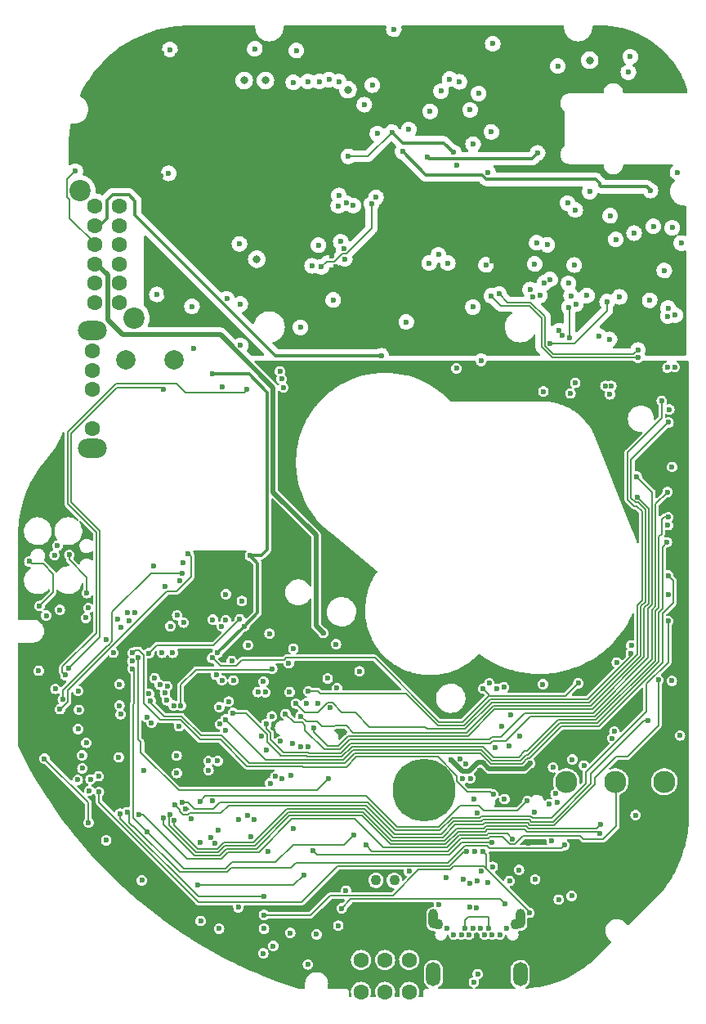
<source format=gbr>
G04 #@! TF.GenerationSoftware,KiCad,Pcbnew,6.0.0+dfsg1-2*
G04 #@! TF.CreationDate,2022-05-11T22:29:45-04:00*
G04 #@! TF.ProjectId,RUSP_Mainboard,52555350-5f4d-4616-996e-626f6172642e,rev?*
G04 #@! TF.SameCoordinates,Original*
G04 #@! TF.FileFunction,Copper,L2,Inr*
G04 #@! TF.FilePolarity,Positive*
%FSLAX46Y46*%
G04 Gerber Fmt 4.6, Leading zero omitted, Abs format (unit mm)*
G04 Created by KiCad (PCBNEW 6.0.0+dfsg1-2) date 2022-05-11 22:29:45*
%MOMM*%
%LPD*%
G01*
G04 APERTURE LIST*
G04 #@! TA.AperFunction,ComponentPad*
%ADD10C,2.300000*%
G04 #@! TD*
G04 #@! TA.AperFunction,ComponentPad*
%ADD11C,6.500000*%
G04 #@! TD*
G04 #@! TA.AperFunction,ComponentPad*
%ADD12C,1.600000*%
G04 #@! TD*
G04 #@! TA.AperFunction,ComponentPad*
%ADD13C,0.600000*%
G04 #@! TD*
G04 #@! TA.AperFunction,ComponentPad*
%ADD14O,1.000000X2.000000*%
G04 #@! TD*
G04 #@! TA.AperFunction,ComponentPad*
%ADD15O,1.500000X2.500000*%
G04 #@! TD*
G04 #@! TA.AperFunction,ComponentPad*
%ADD16C,1.100000*%
G04 #@! TD*
G04 #@! TA.AperFunction,ComponentPad*
%ADD17C,2.000000*%
G04 #@! TD*
G04 #@! TA.AperFunction,ComponentPad*
%ADD18O,3.000000X2.000000*%
G04 #@! TD*
G04 #@! TA.AperFunction,ComponentPad*
%ADD19C,2.200000*%
G04 #@! TD*
G04 #@! TA.AperFunction,ViaPad*
%ADD20C,0.600000*%
G04 #@! TD*
G04 #@! TA.AperFunction,ViaPad*
%ADD21C,0.800000*%
G04 #@! TD*
G04 #@! TA.AperFunction,Conductor*
%ADD22C,0.200000*%
G04 #@! TD*
G04 #@! TA.AperFunction,Conductor*
%ADD23C,0.350000*%
G04 #@! TD*
G04 #@! TA.AperFunction,Conductor*
%ADD24C,0.500000*%
G04 #@! TD*
G04 APERTURE END LIST*
D10*
X178930000Y-133100000D03*
X173850000Y-133100000D03*
X168770000Y-133100000D03*
D11*
X154000000Y-134000000D03*
D12*
X147500000Y-154850000D03*
X150000000Y-154850000D03*
X152500000Y-154850000D03*
X147500000Y-151550000D03*
X150000000Y-151550000D03*
X152500000Y-151550000D03*
D13*
X162550000Y-148230000D03*
X161900000Y-148930000D03*
X161100000Y-148930000D03*
X160700000Y-148230000D03*
X160300000Y-148930000D03*
X159900000Y-148230000D03*
X159100000Y-148230000D03*
X158700000Y-148930000D03*
X158300000Y-148230000D03*
X157900000Y-148930000D03*
X157100000Y-148930000D03*
X156450000Y-148230000D03*
D14*
X164000000Y-147280000D03*
D15*
X164000000Y-153030000D03*
D14*
X155000000Y-147280000D03*
D15*
X155000000Y-153030000D03*
D16*
X163550000Y-147830000D03*
X155450000Y-147830000D03*
D17*
X128100000Y-89460000D03*
X123100000Y-89460000D03*
D16*
X149050000Y-143300000D03*
X150950000Y-143300000D03*
D18*
X119700000Y-86400000D03*
X119700000Y-98600000D03*
D12*
X119700000Y-96500000D03*
X119700000Y-92500000D03*
X119700000Y-90500000D03*
X119700000Y-88500000D03*
D19*
X118400000Y-71900000D03*
X124000000Y-85100000D03*
D12*
X119950000Y-73500000D03*
X119950000Y-75500000D03*
X119950000Y-77500000D03*
X119950000Y-79500000D03*
X119950000Y-81500000D03*
X119950000Y-83500000D03*
X122450000Y-73500000D03*
X122450000Y-75500000D03*
X122450000Y-77500000D03*
X122450000Y-79500000D03*
X122450000Y-81500000D03*
X122450000Y-83500000D03*
D20*
X131700000Y-131900000D03*
X119264658Y-137323290D03*
X116300000Y-115300000D03*
X114700000Y-130700000D03*
X179720450Y-100507414D03*
X180056788Y-84780504D03*
X118200000Y-127650000D03*
X126900000Y-119750489D03*
X138030758Y-117769230D03*
X140100000Y-123800000D03*
X147345121Y-121661222D03*
X144300000Y-125450000D03*
X169328814Y-144905570D03*
X138616501Y-132550022D03*
X140493982Y-119313200D03*
X168000000Y-145300000D03*
X124800000Y-143300000D03*
X149200000Y-66000000D03*
X180560011Y-128302177D03*
X135800000Y-118950000D03*
X173433530Y-92123688D03*
X157400000Y-90300000D03*
X161001039Y-65812546D03*
X167900000Y-59000000D03*
X140163596Y-148736404D03*
X127574936Y-70119523D03*
X145150000Y-147999998D03*
X159210606Y-134910606D03*
X157750000Y-130775000D03*
X179714697Y-122654751D03*
X165029876Y-82136144D03*
X170924990Y-82750000D03*
X173250010Y-87311079D03*
X179449990Y-94550000D03*
X127700003Y-57299997D03*
X160800000Y-122900000D03*
X133500000Y-113699982D03*
X126350000Y-82650000D03*
X119249990Y-115100000D03*
X129988909Y-83888909D03*
X119100000Y-113570000D03*
X166350000Y-123000000D03*
X119030876Y-129070014D03*
X145006655Y-123407362D03*
X117275000Y-109600000D03*
X128650000Y-127360000D03*
X167100000Y-81100000D03*
X162897865Y-143357657D03*
X137399998Y-122731837D03*
X158100000Y-143199996D03*
X155800000Y-61600000D03*
X155600000Y-145800000D03*
X137450010Y-148300000D03*
X166492576Y-81449990D03*
X179300000Y-106525000D03*
X127200000Y-112850000D03*
X159500034Y-136300000D03*
X129100000Y-110400000D03*
X179997593Y-90164786D03*
X129895340Y-136921118D03*
X126110112Y-122363296D03*
X180688918Y-77331086D03*
X157449937Y-69258906D03*
X172822809Y-92125535D03*
X137720328Y-129799098D03*
X159485576Y-146111532D03*
X136400000Y-137000000D03*
X137378476Y-150856308D03*
X132800000Y-148300000D03*
X134846859Y-136977937D03*
X163200000Y-138999998D03*
X119342673Y-134025514D03*
X113122343Y-110293032D03*
X162835228Y-129362576D03*
X114200000Y-114899996D03*
X124500000Y-136500000D03*
X123850762Y-121400000D03*
X158833456Y-132738725D03*
X116050000Y-108650000D03*
X146750000Y-138650000D03*
X125307886Y-138244710D03*
X162321155Y-123293956D03*
X114883338Y-115897623D03*
X163007305Y-126140012D03*
X127192601Y-123923178D03*
X118150000Y-132900000D03*
X128400000Y-130400000D03*
X158349989Y-131249989D03*
X129600000Y-109450000D03*
X116319319Y-125578640D03*
X134800000Y-146100000D03*
X159600000Y-153000000D03*
X142900000Y-148886012D03*
X159200000Y-153850000D03*
X116600000Y-124600000D03*
X128950000Y-111500000D03*
D21*
X135400000Y-60499992D03*
X137600000Y-60500000D03*
X171200000Y-58400000D03*
D20*
X150900000Y-55200000D03*
X158014427Y-132813160D03*
X141293468Y-129498388D03*
X145951735Y-144368233D03*
X128450000Y-115850000D03*
X119000000Y-116120000D03*
X126000000Y-110800000D03*
X144917713Y-118850011D03*
X142000000Y-152000000D03*
X114100000Y-121600000D03*
X161394989Y-129531161D03*
X159100000Y-83950000D03*
X174013731Y-120753344D03*
X141850000Y-124950000D03*
X128426138Y-132198305D03*
X115754055Y-109644213D03*
X165500000Y-79500000D03*
X140010000Y-120830000D03*
X145827215Y-78971078D03*
X127420519Y-123209170D03*
X135158125Y-114394305D03*
X138081782Y-133256773D03*
X130900000Y-147500000D03*
X138400000Y-150100000D03*
X118598468Y-130376300D03*
X134295976Y-122605775D03*
X143100000Y-77550004D03*
X137894061Y-140318967D03*
X136500000Y-57220000D03*
X167100000Y-87700000D03*
X172999998Y-83400000D03*
X168388130Y-86863865D03*
X168000000Y-86400000D03*
X137450010Y-146885986D03*
X164953238Y-146660513D03*
X160100000Y-140299982D03*
X166400000Y-92700000D03*
X165700000Y-77300000D03*
X145700000Y-128000000D03*
X128161149Y-131497209D03*
X159807055Y-131899437D03*
X168293989Y-129208897D03*
X164850012Y-139430015D03*
X138300000Y-123100000D03*
X125000000Y-127500000D03*
X165100000Y-145825000D03*
X129322965Y-135915687D03*
X122653197Y-127600000D03*
X117800000Y-126900000D03*
X133185393Y-123776793D03*
X132100000Y-90900000D03*
X135419058Y-116995405D03*
X133591949Y-83108051D03*
X136000000Y-109700000D03*
X132619368Y-119759332D03*
D21*
X139950000Y-75450000D03*
D20*
X152300000Y-70150000D03*
X150900000Y-77800000D03*
X158725000Y-77575000D03*
X172072484Y-74027516D03*
X129800000Y-78000000D03*
X127300000Y-64100000D03*
X161108051Y-77816949D03*
X129200000Y-60600000D03*
X126750000Y-70400000D03*
X154200000Y-73850000D03*
X127000000Y-67100002D03*
X177548055Y-74168047D03*
X119600000Y-67900000D03*
X125300000Y-67150000D03*
X125300000Y-68250000D03*
X157800000Y-88500000D03*
X123900000Y-63700000D03*
X122850000Y-64550000D03*
X129100000Y-62450000D03*
X119900000Y-68750000D03*
X129500000Y-72500000D03*
X127300000Y-71150000D03*
X119850000Y-66200000D03*
X125500000Y-71800000D03*
X123700000Y-62250000D03*
X125150000Y-66200000D03*
X168294427Y-79137079D03*
X123550000Y-60300000D03*
X164900000Y-59650000D03*
X123350000Y-70100000D03*
X122000000Y-64650000D03*
X124800000Y-64000000D03*
X126349997Y-66649997D03*
X127800000Y-65600000D03*
X125700000Y-65200000D03*
X127900000Y-71950000D03*
X124900000Y-57850000D03*
X126250000Y-69750000D03*
X128100000Y-64100000D03*
X139950000Y-65800000D03*
X150600000Y-79600000D03*
X122400000Y-70350000D03*
X119800000Y-67050000D03*
X129092582Y-59600011D03*
X144508131Y-78644408D03*
X129200000Y-61550000D03*
X125550000Y-69150000D03*
X129050000Y-58700000D03*
X151890000Y-76414980D03*
X127300000Y-64900000D03*
X123600000Y-61250000D03*
X128600000Y-65900000D03*
X161100000Y-79200000D03*
X126850000Y-57650000D03*
X158052903Y-74057853D03*
X128700000Y-67500000D03*
X142850000Y-74250000D03*
X125500000Y-64400000D03*
X124200000Y-70500000D03*
X148800000Y-70400000D03*
X121500000Y-70250000D03*
X128800000Y-63600000D03*
X125900000Y-66000000D03*
X150200000Y-73300000D03*
X153613589Y-62563589D03*
X129500000Y-67500000D03*
X128550000Y-72300000D03*
X126950000Y-73350000D03*
X121150000Y-65000000D03*
X120500000Y-65550000D03*
X120777856Y-69534553D03*
X128450000Y-57950000D03*
X124206000Y-58420000D03*
X154500000Y-55200000D03*
X127800000Y-67400000D03*
X124500000Y-65600000D03*
X144450000Y-87350000D03*
X129500000Y-65900000D03*
X139900000Y-68000000D03*
X123800000Y-65100000D03*
X124900000Y-71100000D03*
X138050000Y-79600000D03*
X127300000Y-82500000D03*
X125900000Y-57750000D03*
X173650000Y-58200000D03*
X126200000Y-72600000D03*
X144884826Y-79784826D03*
X162400000Y-60550000D03*
X137300000Y-70400000D03*
X155543243Y-78543235D03*
X154562516Y-79399991D03*
X177500000Y-71900000D03*
X151800000Y-67850014D03*
X123829393Y-119744520D03*
X161224675Y-134423621D03*
X158740008Y-146030006D03*
X140456670Y-137969779D03*
X158770461Y-143603692D03*
X134100000Y-120581969D03*
X163934989Y-128375512D03*
X125300000Y-126400000D03*
X122600000Y-126100000D03*
X154350014Y-68400000D03*
X165800000Y-68000000D03*
X169744537Y-83656374D03*
X169270000Y-82780000D03*
X169063024Y-83969516D03*
X169099999Y-87100000D03*
X166040002Y-82740000D03*
X165296510Y-82927686D03*
X172150000Y-86950000D03*
X144100000Y-132800000D03*
X124443170Y-120214188D03*
X117900000Y-69900000D03*
X142498411Y-140199500D03*
X145200000Y-72400000D03*
X161058506Y-139396453D03*
X121100000Y-118400000D03*
X126659771Y-123046743D03*
X133088365Y-122600000D03*
X133489115Y-116371564D03*
X161569672Y-123467491D03*
X132076788Y-120277140D03*
X170000000Y-122900000D03*
X160150000Y-123450000D03*
X169001256Y-81497498D03*
X119488332Y-132850500D03*
X172210082Y-138488090D03*
X127050000Y-136850000D03*
X162395214Y-145747381D03*
X145500000Y-146200000D03*
X178300000Y-122550000D03*
X128159181Y-137111213D03*
X163875000Y-142225000D03*
X128960399Y-135259715D03*
X179329998Y-116470000D03*
X156350000Y-143000000D03*
X152486495Y-142379670D03*
X125700000Y-124710980D03*
X179329986Y-111750000D03*
X165550010Y-143199988D03*
X179329988Y-105702517D03*
X134249988Y-125975911D03*
X139669659Y-126076728D03*
X176063844Y-101494398D03*
X141240902Y-126313333D03*
X179376670Y-95900412D03*
X175950000Y-136550000D03*
X136816718Y-123805350D03*
X179250032Y-90225372D03*
X127750000Y-117000000D03*
X179329988Y-84050605D03*
X178925000Y-80175000D03*
X129119748Y-116616916D03*
X124084589Y-115549990D03*
X123800000Y-120600000D03*
X168569806Y-139669806D03*
X123272314Y-136238774D03*
X159676302Y-61840422D03*
X128000000Y-119750489D03*
X122540351Y-136399970D03*
X137450010Y-144999979D03*
X120361717Y-134146580D03*
X158459422Y-140288341D03*
X121099243Y-139157793D03*
X120300000Y-132525000D03*
X132150009Y-116325031D03*
X148000000Y-139650000D03*
X138280932Y-126331901D03*
X141225000Y-86050000D03*
X133442236Y-127800004D03*
X145705719Y-77871067D03*
X132892226Y-127141328D03*
X145400010Y-77186187D03*
X138300000Y-121400000D03*
X128838265Y-125198765D03*
X144050000Y-122400000D03*
X133076751Y-116998042D03*
X162100000Y-127339987D03*
X134939137Y-116266574D03*
X125537120Y-119778161D03*
X135700000Y-92500000D03*
X116870570Y-122056301D03*
X117199979Y-121382500D03*
X127000000Y-92449500D03*
X157691706Y-60633658D03*
X128750000Y-112250000D03*
X169400000Y-130800000D03*
X162362500Y-134887500D03*
X173530780Y-128597383D03*
X167250000Y-139250000D03*
X165441537Y-136248857D03*
X173748741Y-127879741D03*
X159575000Y-143375000D03*
X167000000Y-135400000D03*
X159941967Y-142381293D03*
X167799600Y-135249447D03*
X160625000Y-143500000D03*
X167400000Y-131600000D03*
X161150000Y-141900000D03*
X167663993Y-134336007D03*
X179200000Y-108300000D03*
X133459342Y-126650515D03*
X142041328Y-123724400D03*
X175455700Y-119809627D03*
X177800000Y-75600000D03*
X172312635Y-137550095D03*
X127716214Y-136506618D03*
X139323945Y-132799102D03*
X131700000Y-130949500D03*
X128238556Y-135461444D03*
X177249990Y-126800000D03*
X179329984Y-113700000D03*
X122600000Y-117100000D03*
X177417666Y-83254074D03*
X122250010Y-116250000D03*
X137596545Y-123831848D03*
X179300000Y-84900008D03*
X178661080Y-93658913D03*
X140749989Y-124996413D03*
X176160456Y-103639544D03*
X142582862Y-127510040D03*
X137700000Y-127100000D03*
X179260872Y-103112230D03*
X175400000Y-58050000D03*
X161150000Y-56700000D03*
X148675000Y-60975000D03*
X156500000Y-79400000D03*
X139274732Y-91397883D03*
X139100000Y-90600000D03*
X152200000Y-85500000D03*
X169700000Y-91800000D03*
X169200000Y-92900000D03*
X149600000Y-89000000D03*
X159950001Y-89549999D03*
X175518747Y-118968748D03*
X143599070Y-117700928D03*
X165002967Y-131177396D03*
X156815005Y-130857162D03*
X140252343Y-132414535D03*
X132650498Y-130949500D03*
X169600000Y-79600000D03*
X118275623Y-125647791D03*
X137200000Y-128400000D03*
X135019982Y-87930018D03*
X115830737Y-123478434D03*
X130200000Y-88250000D03*
D21*
X136700000Y-79000000D03*
D20*
X157100000Y-67950000D03*
X170600000Y-131400000D03*
X150698584Y-65851416D03*
X160650051Y-70028957D03*
X146200000Y-68350000D03*
X130800000Y-135120002D03*
X164745202Y-135085968D03*
X133100000Y-92200000D03*
X122475500Y-123000000D03*
X135000000Y-83650000D03*
X135750000Y-136550002D03*
X125800000Y-127000000D03*
X122400000Y-130549500D03*
X118624056Y-131703277D03*
X123436998Y-116463002D03*
X127400000Y-124661480D03*
X123303101Y-115551993D03*
X180300000Y-70000000D03*
X175200000Y-59650000D03*
X132828975Y-125383842D03*
X122475500Y-125198698D03*
X139462186Y-92284259D03*
X125017385Y-131952356D03*
X134911444Y-77411444D03*
X168900000Y-73200000D03*
X142000000Y-60600000D03*
X169700000Y-73900000D03*
X140500000Y-60700000D03*
X171200000Y-72000000D03*
X144200000Y-60400000D03*
X143200000Y-60600000D03*
X173325688Y-74503608D03*
X145200000Y-60600000D03*
X175799991Y-76299990D03*
X173900000Y-76950000D03*
X140800000Y-57400000D03*
X161800000Y-82600000D03*
X176200000Y-88400000D03*
X161000000Y-82800000D03*
X176200000Y-89200004D03*
X166800000Y-77500000D03*
X173291498Y-92987511D03*
X142431908Y-79681908D03*
X144626416Y-83226416D03*
X160457307Y-79585616D03*
D21*
X146152873Y-61447127D03*
D20*
X145145765Y-73482225D03*
X146000000Y-73200000D03*
X146710971Y-73438790D03*
X149050000Y-72600000D03*
X143403799Y-79785729D03*
X148588909Y-73288909D03*
X132739257Y-138075000D03*
X136100000Y-138799988D03*
X132100000Y-135100016D03*
X121838556Y-119738556D03*
X128088862Y-125210980D03*
X152450002Y-65582859D03*
X154650000Y-63700000D03*
X179750000Y-75750000D03*
X158799989Y-63545732D03*
X159111086Y-67088918D03*
X156700000Y-60350000D03*
X147848584Y-63001416D03*
X174300000Y-82900000D03*
X130809699Y-139411025D03*
X139115237Y-128915237D03*
X133800000Y-124800000D03*
X125542672Y-123978178D03*
X118200000Y-123700000D03*
X132500000Y-122030500D03*
X159298924Y-140350011D03*
X140440000Y-129100000D03*
X131913682Y-138840539D03*
X143000000Y-125000000D03*
X132331350Y-139463479D03*
X142042969Y-129500098D03*
X130600000Y-143800000D03*
X141572779Y-142725149D03*
D22*
X119264658Y-135264658D02*
X114700000Y-130700000D01*
X119264658Y-137323290D02*
X119264658Y-135264658D01*
X117275000Y-110122868D02*
X119100000Y-111947868D01*
X119100000Y-111947868D02*
X119100000Y-113570000D01*
X117275000Y-109600000D02*
X117275000Y-110122868D01*
X133693783Y-140400031D02*
X133030292Y-141063522D01*
X146879622Y-136945254D02*
X140358930Y-136945254D01*
X133030292Y-141063522D02*
X129487786Y-141063522D01*
X113374332Y-110545021D02*
X114545021Y-110545021D01*
X162654878Y-138454876D02*
X160684074Y-138454876D01*
X156405021Y-139899989D02*
X149834357Y-139899989D01*
X129487786Y-141063522D02*
X124924264Y-136500000D01*
X115600000Y-113499996D02*
X114200000Y-114899996D01*
X157704959Y-138600051D02*
X156405021Y-139899989D01*
X115600000Y-111600000D02*
X115600000Y-113499996D01*
X160538899Y-138600051D02*
X157704959Y-138600051D01*
X114545021Y-110545021D02*
X115600000Y-111600000D01*
X163200000Y-138999998D02*
X162654878Y-138454876D01*
X160684074Y-138454876D02*
X160538899Y-138600051D01*
X113122343Y-110293032D02*
X113374332Y-110545021D01*
X136904153Y-140400031D02*
X133693783Y-140400031D01*
X149834357Y-139899989D02*
X146879622Y-136945254D01*
X140358930Y-136945254D02*
X136904153Y-140400031D01*
X124924264Y-136500000D02*
X124500000Y-136500000D01*
X145750002Y-139649998D02*
X140458994Y-139649998D01*
X124000000Y-121549238D02*
X123850762Y-121400000D01*
X134128721Y-141450063D02*
X133461581Y-142117203D01*
X140458994Y-139649998D02*
X138658929Y-141450063D01*
X124000000Y-125000625D02*
X124000000Y-121549238D01*
X138658929Y-141450063D02*
X134128721Y-141450063D01*
X133461581Y-142117203D02*
X129180379Y-142117203D01*
X123861749Y-125138876D02*
X124000000Y-125000625D01*
X125307886Y-138244710D02*
X123861749Y-136798573D01*
X123861749Y-136798573D02*
X123861749Y-125138876D01*
X146750000Y-138650000D02*
X145750002Y-139649998D01*
X129180379Y-142117203D02*
X125307886Y-138244710D01*
X128377616Y-113399511D02*
X127400489Y-113399511D01*
X117149511Y-124827616D02*
X116398487Y-125578640D01*
X129899999Y-111877128D02*
X128377616Y-113399511D01*
X129600000Y-109450000D02*
X129899999Y-109749999D01*
X127400489Y-113399511D02*
X117149511Y-123650489D01*
X117149511Y-123650489D02*
X117149511Y-124827616D01*
X116398487Y-125578640D02*
X116319319Y-125578640D01*
X129899999Y-109749999D02*
X129899999Y-111877128D01*
X121327616Y-118949511D02*
X121250489Y-118949511D01*
X121250489Y-118949511D02*
X116600000Y-123600000D01*
X121700000Y-115541008D02*
X121700000Y-118577127D01*
X116600000Y-123600000D02*
X116600000Y-124600000D01*
X121700000Y-118577127D02*
X121327616Y-118949511D01*
X128950000Y-111500000D02*
X125741008Y-111500000D01*
X125741008Y-111500000D02*
X121700000Y-115541008D01*
X172999998Y-83400000D02*
X172999998Y-84314006D01*
X169614004Y-87700000D02*
X167100000Y-87700000D01*
X172999998Y-84314006D02*
X169614004Y-87700000D01*
X160449999Y-142049999D02*
X160449999Y-140649981D01*
X164953238Y-146660513D02*
X164953238Y-146553238D01*
X157128625Y-141831292D02*
X156759884Y-142200033D01*
X160449999Y-140649981D02*
X160100000Y-140299982D01*
X160231292Y-141831292D02*
X157128625Y-141831292D01*
X144278851Y-144918234D02*
X142311099Y-146885986D01*
X156759884Y-142200033D02*
X153480134Y-142200033D01*
X150780178Y-144899989D02*
X146233981Y-144899989D01*
X146215736Y-144918234D02*
X144278851Y-144918234D01*
X142311099Y-146885986D02*
X137450010Y-146885986D01*
X153480134Y-142200033D02*
X150780178Y-144899989D01*
X164953238Y-146553238D02*
X160449999Y-142049999D01*
X160449999Y-142049999D02*
X160231292Y-141831292D01*
X146233981Y-144899989D02*
X146215736Y-144918234D01*
X125000000Y-127500000D02*
X125000000Y-128300000D01*
X128161149Y-131461149D02*
X128161149Y-131497209D01*
X125000000Y-128300000D02*
X128161149Y-131461149D01*
D23*
X136000000Y-109700000D02*
X136788564Y-110488564D01*
X132655131Y-119759332D02*
X132619368Y-119759332D01*
X135900000Y-90900000D02*
X132100000Y-90900000D01*
X135419058Y-116995405D02*
X132655131Y-119759332D01*
X137800000Y-109051442D02*
X137800000Y-92800000D01*
X137800000Y-92800000D02*
X135900000Y-90900000D01*
X136788564Y-115625899D02*
X135419058Y-116995405D01*
X136000000Y-109700000D02*
X137151442Y-109700000D01*
X136788564Y-110488564D02*
X136788564Y-115625899D01*
X137151442Y-109700000D02*
X137800000Y-109051442D01*
X177115246Y-71515246D02*
X172342947Y-71515246D01*
X172342947Y-71515246D02*
X172224511Y-71396810D01*
X171858682Y-70750489D02*
X160488390Y-70750489D01*
X172224511Y-71116318D02*
X171858682Y-70750489D01*
X172224511Y-71396810D02*
X172224511Y-71116318D01*
X160488390Y-70750489D02*
X160037901Y-70300000D01*
X160037901Y-70300000D02*
X154249986Y-70300000D01*
X177500000Y-71900000D02*
X177115246Y-71515246D01*
X154249986Y-70300000D02*
X151800000Y-67850014D01*
D22*
X158600000Y-147100000D02*
X158300000Y-147400000D01*
X160700000Y-147100000D02*
X158600000Y-147100000D01*
X158300000Y-147400000D02*
X158300000Y-148200000D01*
X160700000Y-148225000D02*
X160700000Y-147100000D01*
X155456876Y-130500000D02*
X147004267Y-130500000D01*
X128794002Y-126700000D02*
X126700000Y-126700000D01*
X124487507Y-119444521D02*
X124129392Y-119444521D01*
X157456887Y-133069622D02*
X157456887Y-132500011D01*
X157456887Y-132500011D02*
X155456876Y-130500000D01*
X126700000Y-126700000D02*
X124993172Y-124993172D01*
X124993172Y-119950186D02*
X124487507Y-119444521D01*
X141526079Y-131550041D02*
X141462026Y-131485988D01*
X158510887Y-134123622D02*
X157456887Y-133069622D01*
X132938799Y-128719920D02*
X130813922Y-128719920D01*
X160924676Y-134123622D02*
X158510887Y-134123622D01*
X135704867Y-131485988D02*
X132938799Y-128719920D01*
X147004267Y-130500000D02*
X145954226Y-131550041D01*
X124129392Y-119444521D02*
X123829393Y-119744520D01*
X145954226Y-131550041D02*
X141526079Y-131550041D01*
X124993172Y-124993172D02*
X124993172Y-119950186D01*
X161224675Y-134423621D02*
X160924676Y-134123622D01*
X130813922Y-128719920D02*
X128794002Y-126700000D01*
X141462026Y-131485988D02*
X135704867Y-131485988D01*
D23*
X165200010Y-68599990D02*
X154550004Y-68599990D01*
X154550004Y-68599990D02*
X154350014Y-68400000D01*
X165800000Y-68000000D02*
X165200010Y-68599990D01*
D22*
X169099999Y-84006491D02*
X169063024Y-83969516D01*
X169099999Y-87100000D02*
X169099999Y-84006491D01*
X128641335Y-133995187D02*
X142904813Y-133995187D01*
X142904813Y-133995187D02*
X144100000Y-132800000D01*
X124400262Y-120397336D02*
X124400262Y-128672453D01*
X124443170Y-120259712D02*
X124443170Y-120214188D01*
X124699989Y-130053841D02*
X128641335Y-133995187D01*
X124400262Y-128672453D02*
X124699989Y-128972180D01*
X124352904Y-120349978D02*
X124443170Y-120259712D01*
X124352904Y-120349978D02*
X124402185Y-120399259D01*
X124699989Y-128972180D02*
X124699989Y-130053841D01*
X117300000Y-74750000D02*
X117300000Y-72798002D01*
X117049999Y-72548001D02*
X117049999Y-71251999D01*
X120050000Y-77500000D02*
X117300000Y-74750000D01*
X117075000Y-71226998D02*
X117075000Y-70725000D01*
X117300000Y-72798002D02*
X117049999Y-72548001D01*
X117075000Y-70725000D02*
X117900000Y-69900000D01*
X117049999Y-71251999D02*
X117075000Y-71226998D01*
X157944999Y-139349991D02*
X161012044Y-139349991D01*
X142498411Y-140199500D02*
X142948910Y-140649999D01*
X142948910Y-140649999D02*
X156644991Y-140649999D01*
X156644991Y-140649999D02*
X157944999Y-139349991D01*
X161012044Y-139349991D02*
X161058506Y-139396453D01*
X155599999Y-126950001D02*
X148929997Y-120279999D01*
X168710040Y-124189960D02*
X170000000Y-122900000D01*
X160760042Y-124189960D02*
X168710040Y-124189960D01*
X158000001Y-126950001D02*
X155599999Y-126950001D01*
X134568531Y-121131469D02*
X132931117Y-121131469D01*
X132931117Y-121131469D02*
X132076788Y-120277140D01*
X160730093Y-124219909D02*
X160730093Y-124030093D01*
X135200000Y-120500000D02*
X134568531Y-121131469D01*
X139535998Y-120500000D02*
X135200000Y-120500000D01*
X160730093Y-124219909D02*
X160760042Y-124189960D01*
X160730093Y-124030093D02*
X160150000Y-123450000D01*
X139755999Y-120279999D02*
X139535998Y-120500000D01*
X160730093Y-124219909D02*
X158000001Y-126950001D01*
X148929997Y-120279999D02*
X139755999Y-120279999D01*
X164486020Y-138049994D02*
X160593961Y-138049994D01*
X147575334Y-136595243D02*
X140095373Y-136595243D01*
X157559978Y-138250042D02*
X156260043Y-139549977D01*
X160393913Y-138250042D02*
X157559978Y-138250042D01*
X156260043Y-139549977D02*
X150530069Y-139549978D01*
X127050000Y-137506468D02*
X127050000Y-136850000D01*
X130257043Y-140713511D02*
X127050000Y-137506468D01*
X133548804Y-140050020D02*
X132885313Y-140713511D01*
X160593961Y-138049994D02*
X160393913Y-138250042D01*
X140095373Y-136595243D02*
X136640596Y-140050020D01*
X171997034Y-138275042D02*
X164711068Y-138275042D01*
X132885313Y-140713511D02*
X130257043Y-140713511D01*
X164711068Y-138275042D02*
X164486020Y-138049994D01*
X172210082Y-138488090D02*
X171997034Y-138275042D01*
X136640596Y-140050020D02*
X133548804Y-140050020D01*
X150530069Y-139549978D02*
X147575334Y-136595243D01*
X146450001Y-145249999D02*
X161897832Y-145249999D01*
X161897832Y-145249999D02*
X162395214Y-145747381D01*
X145500000Y-146200000D02*
X146450001Y-145249999D01*
X150820027Y-138849956D02*
X155970085Y-138849955D01*
X139805415Y-135895221D02*
X147865292Y-135895221D01*
X132595355Y-140013489D02*
X133258846Y-139349998D01*
X175100000Y-130500000D02*
X178300000Y-127300000D01*
X160103960Y-137550022D02*
X160304010Y-137349972D01*
X164775978Y-137349972D02*
X165001026Y-137575020D01*
X171700000Y-133400000D02*
X171700000Y-132700000D01*
X128159181Y-137625669D02*
X130547001Y-140013489D01*
X165001026Y-137575020D02*
X167524981Y-137575019D01*
X171700000Y-132700000D02*
X173900000Y-130500000D01*
X173900000Y-130500000D02*
X175100000Y-130500000D01*
X128159181Y-137111213D02*
X128159181Y-137625669D01*
X136350638Y-139349998D02*
X139805415Y-135895221D01*
X157270018Y-137550022D02*
X160103960Y-137550022D01*
X178300000Y-127300000D02*
X178300000Y-122550000D01*
X130547001Y-140013489D02*
X132595355Y-140013489D01*
X167524981Y-137575019D02*
X171700000Y-133400000D01*
X160304010Y-137349972D02*
X164775978Y-137349972D01*
X133258846Y-139349998D02*
X136350638Y-139349998D01*
X147865292Y-135895221D02*
X150820027Y-138849956D01*
X155970085Y-138849955D02*
X157270018Y-137550022D01*
X132866791Y-135195199D02*
X148155250Y-135195199D01*
X177105522Y-125800474D02*
X177105522Y-122955474D01*
X132161990Y-135900000D02*
X132866791Y-135195199D01*
X148155250Y-135195199D02*
X151109985Y-138149934D01*
X155680126Y-138149934D02*
X156980059Y-136850001D01*
X167235022Y-136874998D02*
X170800000Y-133310020D01*
X179329998Y-120730998D02*
X179329998Y-116470000D01*
X165065936Y-136649950D02*
X165290984Y-136874998D01*
X165290984Y-136874998D02*
X167235022Y-136874998D01*
X170800000Y-132105996D02*
X177105522Y-125800474D01*
X128960399Y-135259715D02*
X129582599Y-135259715D01*
X129582599Y-135259715D02*
X130222884Y-135900000D01*
X159964052Y-136649950D02*
X165065936Y-136649950D01*
X130222884Y-135900000D02*
X132161990Y-135900000D01*
X170800000Y-133310020D02*
X170800000Y-132105996D01*
X151109985Y-138149934D02*
X155680126Y-138149934D01*
X159764001Y-136850001D02*
X159964052Y-136649950D01*
X156980059Y-136850001D02*
X159764001Y-136850001D01*
X177105522Y-122955474D02*
X179329998Y-120730998D01*
X133073713Y-128300013D02*
X135909677Y-131135977D01*
X179879991Y-114534997D02*
X179879991Y-112300005D01*
X172138087Y-127370002D02*
X178779997Y-120728092D01*
X141671059Y-131200031D02*
X145809246Y-131200031D01*
X178779997Y-120728092D02*
X178779997Y-115634991D01*
X164453456Y-130949780D02*
X164775351Y-130627885D01*
X164972115Y-130627885D02*
X168229998Y-127370002D01*
X164223946Y-131249989D02*
X164453456Y-131020479D01*
X178779997Y-115634991D02*
X179879991Y-114534997D01*
X146859287Y-130149990D02*
X159852119Y-130149989D01*
X141607005Y-131135977D02*
X141671059Y-131200031D01*
X168229998Y-127370002D02*
X172138087Y-127370002D01*
X160952119Y-131249989D02*
X164223946Y-131249989D01*
X159852119Y-130149989D02*
X160952119Y-131249989D01*
X125700000Y-124900000D02*
X127100000Y-126300000D01*
X145809246Y-131200031D02*
X146859287Y-130149990D01*
X130889005Y-128300013D02*
X133073713Y-128300013D01*
X127100000Y-126300000D02*
X128888992Y-126300000D01*
X135909677Y-131135977D02*
X141607005Y-131135977D01*
X128888992Y-126300000D02*
X130889005Y-128300013D01*
X164453456Y-131020479D02*
X164453456Y-130949780D01*
X179879991Y-112300005D02*
X179329986Y-111750000D01*
X125700000Y-124710980D02*
X125700000Y-124900000D01*
X164775351Y-130627885D02*
X164972115Y-130627885D01*
X167935724Y-126669980D02*
X164676859Y-129928845D01*
X141961019Y-130500011D02*
X141896963Y-130435955D01*
X179329988Y-105702517D02*
X178905724Y-105702517D01*
X178374988Y-107704990D02*
X178374987Y-115050023D01*
X160142077Y-129449967D02*
X146569329Y-129449967D01*
X139134296Y-130435955D02*
X139134296Y-130334296D01*
X171848129Y-126669980D02*
X167935724Y-126669980D01*
X178905724Y-105702517D02*
X178649987Y-105958254D01*
X141896963Y-130435955D02*
X139134296Y-130435955D01*
X137749511Y-128172384D02*
X135553038Y-125975911D01*
X177976876Y-120541233D02*
X171848129Y-126669980D01*
X178649987Y-107429991D02*
X178374988Y-107704990D01*
X163864677Y-130549967D02*
X161242077Y-130549967D01*
X161242077Y-130549967D02*
X160142077Y-129449967D01*
X178649987Y-105958254D02*
X178649987Y-107429991D01*
X135553038Y-125975911D02*
X134249988Y-125975911D01*
X137749511Y-128949511D02*
X137749511Y-128172384D01*
X145519285Y-130500011D02*
X141961019Y-130500011D01*
X178374987Y-115050023D02*
X177976876Y-115448134D01*
X139134296Y-130334296D02*
X137749511Y-128949511D01*
X177976876Y-115448134D02*
X177976876Y-120541233D01*
X164676859Y-129928845D02*
X164485799Y-129928845D01*
X146569329Y-129449967D02*
X145519285Y-130500011D01*
X164485799Y-129928845D02*
X163864677Y-130549967D01*
X141707236Y-127772000D02*
X143671169Y-129735933D01*
X177276853Y-120251276D02*
X177276853Y-115158177D01*
X161973958Y-128481583D02*
X164485583Y-125969958D01*
X160818946Y-128700050D02*
X161037413Y-128481583D01*
X177674969Y-114760061D02*
X177674969Y-103105523D01*
X177674969Y-103105523D02*
X176063844Y-101494398D01*
X145293381Y-129735933D02*
X146329264Y-128700050D01*
X171558171Y-125969958D02*
X177276853Y-120251276D01*
X141421236Y-126957998D02*
X141707236Y-127243998D01*
X141707236Y-127243998D02*
X141707236Y-127772000D01*
X164485583Y-125969958D02*
X171558171Y-125969958D01*
X177276853Y-115158177D02*
X177674969Y-114760061D01*
X140550929Y-126957998D02*
X141421236Y-126957998D01*
X139669659Y-126076728D02*
X140550929Y-126957998D01*
X161037413Y-128481583D02*
X161973958Y-128481583D01*
X146329264Y-128700050D02*
X160818946Y-128700050D01*
X143671169Y-129735933D02*
X145293381Y-129735933D01*
X175932840Y-104189055D02*
X176215671Y-104189055D01*
X175500000Y-99777082D02*
X175500000Y-103756215D01*
X175500000Y-103756215D02*
X175932840Y-104189055D01*
X141808240Y-126850012D02*
X141271561Y-126313333D01*
X144799041Y-127300000D02*
X144762020Y-127337021D01*
X176499950Y-114945098D02*
X176499949Y-120038200D01*
X158434941Y-128000027D02*
X146700027Y-128000027D01*
X146700027Y-128000027D02*
X146000000Y-127300000D01*
X171298158Y-125239991D02*
X161194977Y-125239991D01*
X176974938Y-114470110D02*
X176499950Y-114945098D01*
X176215671Y-104189055D02*
X176974938Y-104948322D01*
X143471958Y-127337021D02*
X142984949Y-126850012D01*
X176499949Y-120038200D02*
X171298158Y-125239991D01*
X141271561Y-126313333D02*
X141240902Y-126313333D01*
X179376670Y-95900412D02*
X175500000Y-99777082D01*
X142984949Y-126850012D02*
X141808240Y-126850012D01*
X146000000Y-127300000D02*
X144799041Y-127300000D01*
X144762020Y-127337021D02*
X143471958Y-127337021D01*
X161194977Y-125239991D02*
X158434941Y-128000027D01*
X176974938Y-104948322D02*
X176974938Y-114470110D01*
X134085116Y-141988658D02*
X140274656Y-141988658D01*
X140274656Y-141988658D02*
X140783656Y-141479658D01*
X123512229Y-136478689D02*
X123512229Y-137372998D01*
X123512229Y-137372998D02*
X123798229Y-137658998D01*
X168239613Y-139999999D02*
X168569806Y-139669806D01*
X160548051Y-139700002D02*
X160848048Y-139999999D01*
X160848048Y-139999999D02*
X168239613Y-139999999D01*
X123908170Y-137658998D02*
X128716391Y-142467219D01*
X128716391Y-142467219D02*
X133606555Y-142467219D01*
X123272314Y-136238774D02*
X123512229Y-136478689D01*
X133606555Y-142467219D02*
X134085116Y-141988658D01*
X156490279Y-141479658D02*
X158269935Y-139700002D01*
X123798229Y-137658998D02*
X123908170Y-137658998D01*
X158269935Y-139700002D02*
X160548051Y-139700002D01*
X140783656Y-141479658D02*
X156490279Y-141479658D01*
X122540351Y-136896110D02*
X130644220Y-144999979D01*
X130644220Y-144999979D02*
X137450010Y-144999979D01*
X122540351Y-136399970D02*
X122540351Y-136896110D01*
X158459422Y-140288341D02*
X158176586Y-140288341D01*
X120361717Y-135212466D02*
X120361717Y-134146580D01*
X156635258Y-141829669D02*
X145086363Y-141829669D01*
X141366043Y-145549989D02*
X130699240Y-145549989D01*
X158176586Y-140288341D02*
X156635258Y-141829669D01*
X130699240Y-145549989D02*
X120361717Y-135212466D01*
X145086363Y-141829669D02*
X141366043Y-145549989D01*
X148649999Y-140299999D02*
X148000000Y-139650000D01*
X173950000Y-137680528D02*
X172592437Y-139038091D01*
X160821579Y-138815586D02*
X160687104Y-138950061D01*
X156500001Y-140299999D02*
X148649999Y-140299999D01*
X170538091Y-139038091D02*
X170199999Y-138699999D01*
X162935999Y-139549999D02*
X162201586Y-138815586D01*
X163464001Y-139549999D02*
X162935999Y-139549999D01*
X164314001Y-138699999D02*
X163464001Y-139549999D01*
X173950000Y-133250000D02*
X173950000Y-137680528D01*
X170199999Y-138699999D02*
X164314001Y-138699999D01*
X172592437Y-139038091D02*
X170538091Y-139038091D01*
X162201586Y-138815586D02*
X160821579Y-138815586D01*
X157849939Y-138950061D02*
X156500001Y-140299999D01*
X160687104Y-138950061D02*
X157849939Y-138950061D01*
X130419011Y-121480989D02*
X137480989Y-121480989D01*
X137480989Y-121480989D02*
X137500000Y-121500000D01*
X128838265Y-123061735D02*
X130419011Y-121480989D01*
X137500000Y-121500000D02*
X138200000Y-121500000D01*
X138200000Y-121500000D02*
X138300000Y-121400000D01*
X128838265Y-125198765D02*
X128838265Y-123061735D01*
X125537120Y-119778161D02*
X126315282Y-118999999D01*
X126315282Y-118999999D02*
X132205712Y-118999999D01*
X132205712Y-118999999D02*
X134939137Y-116266574D01*
X117099989Y-96900011D02*
X117099989Y-104294285D01*
X122100000Y-91900000D02*
X117099989Y-96900011D01*
X129314004Y-92800000D02*
X128414004Y-91900000D01*
X135700000Y-92500000D02*
X135400000Y-92800000D01*
X116570571Y-121756302D02*
X116870570Y-122056301D01*
X116570571Y-121215158D02*
X116570571Y-121756302D01*
X117099989Y-104294285D02*
X120099988Y-107294284D01*
X128414004Y-91900000D02*
X122100000Y-91900000D01*
X135400000Y-92800000D02*
X129314004Y-92800000D01*
X120099988Y-117685741D02*
X116570571Y-121215158D01*
X120099988Y-107294284D02*
X120099988Y-117685741D01*
X120449999Y-118132480D02*
X117199979Y-121382500D01*
X122194990Y-92300000D02*
X117450000Y-97044990D01*
X127000000Y-92449500D02*
X126850500Y-92300000D01*
X126850500Y-92300000D02*
X122194990Y-92300000D01*
X117450000Y-97044990D02*
X117450000Y-104150000D01*
X120449999Y-107149999D02*
X120449999Y-118132480D01*
X117450000Y-104150000D02*
X120449999Y-107149999D01*
X178724999Y-108775001D02*
X178724999Y-115194999D01*
X141751984Y-130785966D02*
X137594793Y-130785966D01*
X164821635Y-130278365D02*
X164630575Y-130278365D01*
X145664265Y-130850021D02*
X141816039Y-130850021D01*
X178724999Y-115194999D02*
X178326887Y-115593113D01*
X159997098Y-129799978D02*
X146714308Y-129799978D01*
X141816039Y-130850021D02*
X141751984Y-130785966D01*
X168080009Y-127019991D02*
X164821635Y-130278365D01*
X146714308Y-129799978D02*
X145664265Y-130850021D01*
X164008963Y-130899977D02*
X161097097Y-130899977D01*
X164630575Y-130278365D02*
X164008963Y-130899977D01*
X161097097Y-130899977D02*
X159997098Y-129799978D01*
X171993108Y-127019991D02*
X168080009Y-127019991D01*
X178326886Y-120686213D02*
X171993108Y-127019991D01*
X179200000Y-108300000D02*
X178724999Y-108775001D01*
X178326887Y-115593113D02*
X178326886Y-120686213D01*
X137594793Y-130785966D02*
X133459342Y-126650515D01*
X158144982Y-127300006D02*
X160905019Y-124539969D01*
X142041328Y-123724400D02*
X143038402Y-123724400D01*
X171008200Y-124539969D02*
X175455700Y-120092469D01*
X143316722Y-124002720D02*
X152157729Y-124002720D01*
X160905019Y-124539969D02*
X171008200Y-124539969D01*
X143038402Y-123724400D02*
X143316722Y-124002720D01*
X175455700Y-120092469D02*
X175455700Y-119809627D01*
X155455015Y-127300006D02*
X158144982Y-127300006D01*
X152157729Y-124002720D02*
X155455015Y-127300006D01*
X136495617Y-139700009D02*
X139950394Y-136245232D01*
X127600001Y-136622831D02*
X127600001Y-137561479D01*
X171937699Y-137925031D02*
X172312635Y-137550095D01*
X130402022Y-140363500D02*
X132740334Y-140363500D01*
X160248942Y-137900031D02*
X160448990Y-137699983D01*
X133403825Y-139700009D02*
X136495617Y-139700009D01*
X157414999Y-137900031D02*
X160248942Y-137900031D01*
X132740334Y-140363500D02*
X133403825Y-139700009D01*
X156115063Y-139199967D02*
X157414999Y-137900031D01*
X164856046Y-137925030D02*
X171937699Y-137925031D01*
X164630999Y-137699983D02*
X164856046Y-137925030D01*
X127716214Y-136506618D02*
X127600001Y-136622831D01*
X127600001Y-137561479D02*
X130402022Y-140363500D01*
X160448990Y-137699983D02*
X164630999Y-137699983D01*
X139950394Y-136245232D02*
X147720313Y-136245232D01*
X147720313Y-136245232D02*
X150675047Y-139199966D01*
X150675047Y-139199966D02*
X156115063Y-139199967D01*
X176825726Y-126800000D02*
X177249990Y-126800000D01*
X167380001Y-137225009D02*
X171349989Y-133255021D01*
X171349989Y-132275737D02*
X176825726Y-126800000D01*
X132991933Y-136338077D02*
X133784800Y-135545210D01*
X128751779Y-135974667D02*
X128751779Y-136189792D01*
X160159031Y-136999961D02*
X164920957Y-136999961D01*
X155825105Y-138499945D02*
X157125039Y-137200011D01*
X129714577Y-136338077D02*
X132991933Y-136338077D01*
X157125039Y-137200011D02*
X159958981Y-137200011D01*
X148010271Y-135545210D02*
X150965005Y-138499944D01*
X129586966Y-136465688D02*
X129714577Y-136338077D01*
X164920957Y-136999961D02*
X165146004Y-137225008D01*
X150965005Y-138499944D02*
X155825105Y-138499945D01*
X129027675Y-136465688D02*
X129586966Y-136465688D01*
X159958981Y-137200011D02*
X160159031Y-136999961D01*
X128238556Y-135461444D02*
X128751779Y-135974667D01*
X171349989Y-133255021D02*
X171349989Y-132275737D01*
X165146004Y-137225008D02*
X167380001Y-137225009D01*
X133784800Y-135545210D02*
X148010271Y-135545210D01*
X128751779Y-136189792D02*
X129027675Y-136465688D01*
X143072873Y-125900000D02*
X141653576Y-125900000D01*
X175788063Y-104538574D02*
X176038574Y-104538574D01*
X171153179Y-124889980D02*
X161049997Y-124889981D01*
X175150481Y-103900992D02*
X175788063Y-104538574D01*
X176149939Y-119893220D02*
X171153179Y-124889980D01*
X144072384Y-124900489D02*
X143072873Y-125900000D01*
X158289962Y-127650016D02*
X154405009Y-127650016D01*
X175150480Y-98975612D02*
X175150481Y-103900992D01*
X178661080Y-93658913D02*
X178661080Y-95465012D01*
X161049997Y-124889981D02*
X158289962Y-127650016D01*
X144527616Y-124900489D02*
X144072384Y-124900489D01*
X148400000Y-127400000D02*
X146900000Y-125900000D01*
X146900000Y-125900000D02*
X145527127Y-125900000D01*
X176624928Y-114325130D02*
X176149939Y-114800119D01*
X176038574Y-104538574D02*
X176624928Y-105124928D01*
X176624928Y-105124928D02*
X176624928Y-114325130D01*
X145527127Y-125900000D02*
X144527616Y-124900489D01*
X154154993Y-127400000D02*
X148400000Y-127400000D01*
X154405009Y-127650016D02*
X154154993Y-127400000D01*
X141653576Y-125900000D02*
X140749989Y-124996413D01*
X178661080Y-95465012D02*
X175150480Y-98975612D01*
X176149939Y-114800119D02*
X176149939Y-119893220D01*
X171443137Y-125590002D02*
X161339956Y-125590002D01*
X177324956Y-114615082D02*
X176849961Y-115090077D01*
X177324956Y-104804044D02*
X177324956Y-114615082D01*
X142582862Y-127934304D02*
X142582862Y-127510040D01*
X176849959Y-120183180D02*
X171443137Y-125590002D01*
X161339956Y-125590002D02*
X158579428Y-128350530D01*
X176160456Y-103639544D02*
X177324956Y-104804044D01*
X158579428Y-128350530D02*
X146184488Y-128350530D01*
X146184488Y-128350530D02*
X145149096Y-129385922D01*
X145149096Y-129385922D02*
X144034480Y-129385922D01*
X144034480Y-129385922D02*
X142582862Y-127934304D01*
X176849961Y-115090077D02*
X176849959Y-120183180D01*
X177626863Y-120396256D02*
X177626865Y-115303155D01*
X162500804Y-128882998D02*
X165063833Y-126319969D01*
X165063833Y-126319969D02*
X171703150Y-126319969D01*
X178024977Y-114905043D02*
X178024977Y-104348125D01*
X145374305Y-130150001D02*
X146424350Y-129099956D01*
X160914030Y-129099956D02*
X161130988Y-128882998D01*
X137700000Y-127100000D02*
X137700000Y-127628577D01*
X138099031Y-128699031D02*
X139485944Y-130085944D01*
X142105999Y-130150001D02*
X145374305Y-130150001D01*
X142041942Y-130085944D02*
X142105999Y-130150001D01*
X171703150Y-126319969D02*
X177626863Y-120396256D01*
X178024977Y-104348125D02*
X179260872Y-103112230D01*
X137700000Y-127628577D02*
X138099031Y-128027608D01*
X146424350Y-129099956D02*
X160914030Y-129099956D01*
X139485944Y-130085944D02*
X142041942Y-130085944D01*
X161130988Y-128882998D02*
X162500804Y-128882998D01*
X138099031Y-128027608D02*
X138099031Y-128699031D01*
X177626865Y-115303155D02*
X178024977Y-114905043D01*
D23*
X138600000Y-89000000D02*
X149600000Y-89000000D01*
X124075001Y-72959999D02*
X124075001Y-74475001D01*
X124075001Y-74475001D02*
X138600000Y-89000000D01*
X121200000Y-74750000D02*
X121200000Y-72900000D01*
X121780000Y-72320000D02*
X123435002Y-72320000D01*
X120400000Y-75550000D02*
X121200000Y-74750000D01*
X123435002Y-72320000D02*
X124075001Y-72959999D01*
X121200000Y-72900000D02*
X121780000Y-72320000D01*
D24*
X160745008Y-131750000D02*
X160117175Y-131122167D01*
X142849999Y-116951857D02*
X142849999Y-107549999D01*
X138400000Y-103100000D02*
X138400000Y-92300000D01*
X160117175Y-131122167D02*
X159588835Y-131122167D01*
X121249999Y-85274999D02*
X121249999Y-80649999D01*
X138400000Y-92300000D02*
X132925000Y-86825000D01*
X164430363Y-131750000D02*
X160745008Y-131750000D01*
X122800000Y-86825000D02*
X121249999Y-85274999D01*
X121249999Y-80649999D02*
X120000000Y-79400000D01*
X159588835Y-131122167D02*
X158661001Y-132050001D01*
X132925000Y-86825000D02*
X122800000Y-86825000D01*
X165002967Y-131177396D02*
X164430363Y-131750000D01*
X158007844Y-132050001D02*
X156815005Y-130857162D01*
X158661001Y-132050001D02*
X158007844Y-132050001D01*
X142849999Y-107549999D02*
X138400000Y-103100000D01*
X143599070Y-117700928D02*
X142849999Y-116951857D01*
D22*
X146200000Y-68350000D02*
X148200000Y-68350000D01*
D23*
X157100000Y-67950000D02*
X156100001Y-66950001D01*
X151797169Y-66950001D02*
X150698584Y-65851416D01*
X156100001Y-66950001D02*
X151797169Y-66950001D01*
D22*
X148200000Y-68350000D02*
X150698584Y-65851416D01*
X163731170Y-136100000D02*
X164745202Y-135085968D01*
X157785132Y-135549938D02*
X159800479Y-135549938D01*
X130800000Y-135120002D02*
X131373353Y-134546649D01*
X131373353Y-134546649D02*
X148001690Y-134546649D01*
X148001690Y-134546649D02*
X151254964Y-137799923D01*
X159800479Y-135678253D02*
X160222226Y-136100000D01*
X155535147Y-137799923D02*
X157785132Y-135549938D01*
X151254964Y-137799923D02*
X155535147Y-137799923D01*
X160222226Y-136100000D02*
X163731170Y-136100000D01*
X159800479Y-135549938D02*
X159800479Y-135678253D01*
X165076409Y-83476409D02*
X166549999Y-84949999D01*
X162676409Y-83476409D02*
X165076409Y-83476409D01*
X175749516Y-88850484D02*
X176200000Y-88400000D01*
X166549999Y-84949999D02*
X166549999Y-87964001D01*
X166549999Y-87964001D02*
X167436482Y-88850484D01*
X161800000Y-82600000D02*
X162676409Y-83476409D01*
X167436482Y-88850484D02*
X175749516Y-88850484D01*
X166199989Y-85094979D02*
X166199989Y-88108981D01*
X164931430Y-83826420D02*
X166199989Y-85094979D01*
X161000000Y-82800000D02*
X162026420Y-83826420D01*
X162026420Y-83826420D02*
X164931430Y-83826420D01*
X167291012Y-89200004D02*
X176200000Y-89200004D01*
X166199989Y-88108981D02*
X167291012Y-89200004D01*
X145563214Y-78421077D02*
X144749466Y-79234825D01*
X144749466Y-79234825D02*
X143954703Y-79234825D01*
X145969711Y-78421077D02*
X145563214Y-78421077D01*
X143954703Y-79234825D02*
X143403799Y-79785729D01*
X148588909Y-73288909D02*
X148588909Y-75801879D01*
X148588909Y-75801879D02*
X145969711Y-78421077D01*
X130625000Y-143775000D02*
X140522928Y-143775000D01*
X140522928Y-143775000D02*
X141572779Y-142725149D01*
X130600000Y-143800000D02*
X130625000Y-143775000D01*
G04 #@! TA.AperFunction,Conductor*
G36*
X125208512Y-76575581D02*
G01*
X125215095Y-76581710D01*
X137418290Y-88784905D01*
X137452316Y-88847217D01*
X137447251Y-88918032D01*
X137404704Y-88974868D01*
X137338184Y-88999679D01*
X137329195Y-89000000D01*
X136224871Y-89000000D01*
X136156750Y-88979998D01*
X136135776Y-88963095D01*
X135709159Y-88536478D01*
X135675133Y-88474166D01*
X135680198Y-88403351D01*
X135693306Y-88377656D01*
X135739724Y-88307791D01*
X135743625Y-88301920D01*
X135797886Y-88159079D01*
X135805537Y-88138938D01*
X135805538Y-88138936D01*
X135808037Y-88132356D01*
X135815853Y-88076744D01*
X135832730Y-87956657D01*
X135832730Y-87956654D01*
X135833281Y-87952735D01*
X135833598Y-87930018D01*
X135813379Y-87749763D01*
X135810393Y-87741188D01*
X135756046Y-87585124D01*
X135756044Y-87585121D01*
X135753727Y-87578466D01*
X135749583Y-87571834D01*
X135661341Y-87430616D01*
X135657608Y-87424642D01*
X135652646Y-87419645D01*
X135534760Y-87300933D01*
X135534756Y-87300930D01*
X135529797Y-87295936D01*
X135522450Y-87291273D01*
X135442319Y-87240421D01*
X135376648Y-87198745D01*
X135347445Y-87188346D01*
X135212407Y-87140261D01*
X135212402Y-87140260D01*
X135205772Y-87137899D01*
X135198784Y-87137066D01*
X135198781Y-87137065D01*
X135048623Y-87119160D01*
X135025662Y-87116422D01*
X135018659Y-87117158D01*
X135018658Y-87117158D01*
X134852270Y-87134646D01*
X134852268Y-87134647D01*
X134845270Y-87135382D01*
X134673561Y-87193836D01*
X134568217Y-87258645D01*
X134499718Y-87277302D01*
X134432004Y-87255963D01*
X134413102Y-87240421D01*
X133508770Y-86336089D01*
X133496384Y-86321677D01*
X133487851Y-86310082D01*
X133487846Y-86310077D01*
X133483508Y-86304182D01*
X133477930Y-86299443D01*
X133477927Y-86299440D01*
X133443232Y-86269965D01*
X133435716Y-86263035D01*
X133430021Y-86257340D01*
X133414886Y-86245366D01*
X133407749Y-86239719D01*
X133404345Y-86236928D01*
X133354297Y-86194409D01*
X133354295Y-86194408D01*
X133348715Y-86189667D01*
X133342199Y-86186339D01*
X133337150Y-86182972D01*
X133332021Y-86179805D01*
X133326284Y-86175266D01*
X133260125Y-86144345D01*
X133256225Y-86142439D01*
X133191192Y-86109231D01*
X133184084Y-86107492D01*
X133178441Y-86105393D01*
X133172678Y-86103476D01*
X133166050Y-86100378D01*
X133094583Y-86085513D01*
X133090299Y-86084543D01*
X133019390Y-86067192D01*
X133013788Y-86066844D01*
X133013785Y-86066844D01*
X133008236Y-86066500D01*
X133008238Y-86066464D01*
X133004245Y-86066225D01*
X133000053Y-86065851D01*
X132992885Y-86064360D01*
X132926675Y-86066151D01*
X132915479Y-86066454D01*
X132912072Y-86066500D01*
X125519211Y-86066500D01*
X125451090Y-86046498D01*
X125404597Y-85992842D01*
X125394493Y-85922568D01*
X125411779Y-85874664D01*
X125416415Y-85867099D01*
X125437616Y-85832502D01*
X125450946Y-85800322D01*
X125532611Y-85603164D01*
X125532612Y-85603162D01*
X125534505Y-85598591D01*
X125574456Y-85432181D01*
X125592454Y-85357216D01*
X125592455Y-85357210D01*
X125593609Y-85352403D01*
X125613474Y-85100000D01*
X125593609Y-84847597D01*
X125582956Y-84803221D01*
X125544594Y-84643432D01*
X125534505Y-84601409D01*
X125532611Y-84596836D01*
X125439511Y-84372072D01*
X125439509Y-84372068D01*
X125437616Y-84367498D01*
X125305328Y-84151624D01*
X125140898Y-83959102D01*
X125133330Y-83952638D01*
X125045412Y-83877549D01*
X129175372Y-83877549D01*
X129193072Y-84058069D01*
X129250327Y-84230182D01*
X129253974Y-84236204D01*
X129253975Y-84236206D01*
X129333488Y-84367498D01*
X129344289Y-84385333D01*
X129349178Y-84390396D01*
X129349179Y-84390397D01*
X129380638Y-84422973D01*
X129470291Y-84515811D01*
X129508151Y-84540586D01*
X129610022Y-84607248D01*
X129622068Y-84615131D01*
X129628672Y-84617587D01*
X129628674Y-84617588D01*
X129785467Y-84675899D01*
X129785469Y-84675899D01*
X129792077Y-84678357D01*
X129875904Y-84689542D01*
X129964889Y-84701416D01*
X129964893Y-84701416D01*
X129971870Y-84702347D01*
X129978881Y-84701709D01*
X129978885Y-84701709D01*
X130121368Y-84688741D01*
X130152509Y-84685907D01*
X130159211Y-84683729D01*
X130159213Y-84683729D01*
X130318318Y-84632033D01*
X130318321Y-84632032D01*
X130325017Y-84629856D01*
X130441381Y-84560489D01*
X130474769Y-84540586D01*
X130474771Y-84540585D01*
X130480821Y-84536978D01*
X130612175Y-84411891D01*
X130712552Y-84260811D01*
X130769023Y-84112151D01*
X130774464Y-84097829D01*
X130774465Y-84097827D01*
X130776964Y-84091247D01*
X130777944Y-84084275D01*
X130801657Y-83915548D01*
X130801657Y-83915545D01*
X130802208Y-83911626D01*
X130802525Y-83888909D01*
X130782306Y-83708654D01*
X130778963Y-83699053D01*
X130724973Y-83544015D01*
X130724971Y-83544012D01*
X130722654Y-83537357D01*
X130712571Y-83521221D01*
X130630268Y-83389507D01*
X130626535Y-83383533D01*
X130571764Y-83328378D01*
X130503687Y-83259824D01*
X130503683Y-83259821D01*
X130498724Y-83254827D01*
X130491333Y-83250136D01*
X130430525Y-83211547D01*
X130345575Y-83157636D01*
X130299622Y-83141273D01*
X130181334Y-83099152D01*
X130181329Y-83099151D01*
X130174699Y-83096790D01*
X130167711Y-83095957D01*
X130167708Y-83095956D01*
X130040755Y-83080818D01*
X129994589Y-83075313D01*
X129987586Y-83076049D01*
X129987585Y-83076049D01*
X129821197Y-83093537D01*
X129821195Y-83093538D01*
X129814197Y-83094273D01*
X129642488Y-83152727D01*
X129609564Y-83172982D01*
X129494004Y-83244075D01*
X129494001Y-83244077D01*
X129487997Y-83247771D01*
X129482962Y-83252702D01*
X129482959Y-83252704D01*
X129363434Y-83369752D01*
X129358402Y-83374680D01*
X129260144Y-83527147D01*
X129257735Y-83533767D01*
X129257733Y-83533770D01*
X129201291Y-83688843D01*
X129198106Y-83697594D01*
X129175372Y-83877549D01*
X125045412Y-83877549D01*
X125044169Y-83876487D01*
X125005360Y-83817036D01*
X125000000Y-83780676D01*
X125000000Y-82638640D01*
X125536463Y-82638640D01*
X125554163Y-82819160D01*
X125611418Y-82991273D01*
X125615065Y-82997295D01*
X125615066Y-82997297D01*
X125701264Y-83139627D01*
X125705380Y-83146424D01*
X125710269Y-83151487D01*
X125710270Y-83151488D01*
X125765505Y-83208685D01*
X125831382Y-83276902D01*
X125888720Y-83314423D01*
X125973272Y-83369752D01*
X125983159Y-83376222D01*
X125989763Y-83378678D01*
X125989765Y-83378679D01*
X126146558Y-83436990D01*
X126146560Y-83436990D01*
X126153168Y-83439448D01*
X126236732Y-83450598D01*
X126325980Y-83462507D01*
X126325984Y-83462507D01*
X126332961Y-83463438D01*
X126339972Y-83462800D01*
X126339976Y-83462800D01*
X126486768Y-83449440D01*
X126513600Y-83446998D01*
X126520302Y-83444820D01*
X126520304Y-83444820D01*
X126679409Y-83393124D01*
X126679412Y-83393123D01*
X126686108Y-83390947D01*
X126808281Y-83318117D01*
X126835860Y-83301677D01*
X126835862Y-83301676D01*
X126841912Y-83298069D01*
X126973266Y-83172982D01*
X127073643Y-83021902D01*
X127130861Y-82871277D01*
X127135555Y-82858920D01*
X127135556Y-82858918D01*
X127138055Y-82852338D01*
X127140191Y-82837140D01*
X127162748Y-82676639D01*
X127162748Y-82676636D01*
X127163299Y-82672717D01*
X127163455Y-82661547D01*
X127163561Y-82653962D01*
X127163561Y-82653957D01*
X127163616Y-82650000D01*
X127143397Y-82469745D01*
X127139808Y-82459438D01*
X127086064Y-82305106D01*
X127086062Y-82305103D01*
X127083745Y-82298448D01*
X127014310Y-82187328D01*
X126991359Y-82150598D01*
X126987626Y-82144624D01*
X126959120Y-82115918D01*
X126864778Y-82020915D01*
X126864774Y-82020912D01*
X126859815Y-82015918D01*
X126852928Y-82011547D01*
X126767049Y-81957047D01*
X126706666Y-81918727D01*
X126656742Y-81900950D01*
X126542425Y-81860243D01*
X126542420Y-81860242D01*
X126535790Y-81857881D01*
X126528802Y-81857048D01*
X126528799Y-81857047D01*
X126393778Y-81840947D01*
X126355680Y-81836404D01*
X126348677Y-81837140D01*
X126348676Y-81837140D01*
X126182288Y-81854628D01*
X126182286Y-81854629D01*
X126175288Y-81855364D01*
X126003579Y-81913818D01*
X125966866Y-81936404D01*
X125855095Y-82005166D01*
X125855092Y-82005168D01*
X125849088Y-82008862D01*
X125844053Y-82013793D01*
X125844050Y-82013795D01*
X125727165Y-82128258D01*
X125719493Y-82135771D01*
X125621235Y-82288238D01*
X125618826Y-82294858D01*
X125618824Y-82294861D01*
X125561606Y-82452066D01*
X125559197Y-82458685D01*
X125536463Y-82638640D01*
X125000000Y-82638640D01*
X125000000Y-76670805D01*
X125020002Y-76602684D01*
X125073658Y-76556191D01*
X125143932Y-76546087D01*
X125208512Y-76575581D01*
G37*
G04 #@! TD.AperFunction*
G04 #@! TA.AperFunction,Conductor*
G36*
X136484121Y-54828002D02*
G01*
X136530614Y-54881658D01*
X136542000Y-54934000D01*
X136542000Y-54950672D01*
X136540500Y-54970056D01*
X136536814Y-54993730D01*
X136537634Y-55000000D01*
X136537492Y-55000000D01*
X136537941Y-55005705D01*
X136537941Y-55005707D01*
X136538857Y-55017340D01*
X136555498Y-55228787D01*
X136556652Y-55233594D01*
X136556653Y-55233600D01*
X136562994Y-55260011D01*
X136609072Y-55451940D01*
X136610965Y-55456511D01*
X136610966Y-55456513D01*
X136650437Y-55551803D01*
X136696896Y-55663965D01*
X136816806Y-55859641D01*
X136820013Y-55863396D01*
X136820016Y-55863400D01*
X136947367Y-56012507D01*
X136965851Y-56034149D01*
X136969607Y-56037357D01*
X137136600Y-56179984D01*
X137136604Y-56179987D01*
X137140359Y-56183194D01*
X137336035Y-56303104D01*
X137340605Y-56304997D01*
X137340609Y-56304999D01*
X137461578Y-56355106D01*
X137548060Y-56390928D01*
X137625246Y-56409459D01*
X137766400Y-56443347D01*
X137766406Y-56443348D01*
X137771213Y-56444502D01*
X138000000Y-56462508D01*
X138228787Y-56444502D01*
X138233594Y-56443348D01*
X138233600Y-56443347D01*
X138374754Y-56409459D01*
X138451940Y-56390928D01*
X138538422Y-56355106D01*
X138659391Y-56304999D01*
X138659395Y-56304997D01*
X138663965Y-56303104D01*
X138859641Y-56183194D01*
X138863396Y-56179987D01*
X138863400Y-56179984D01*
X139030393Y-56037357D01*
X139034149Y-56034149D01*
X139052633Y-56012507D01*
X139179984Y-55863400D01*
X139179987Y-55863396D01*
X139183194Y-55859641D01*
X139303104Y-55663965D01*
X139349564Y-55551803D01*
X139389034Y-55456513D01*
X139389035Y-55456511D01*
X139390928Y-55451940D01*
X139437006Y-55260011D01*
X139443347Y-55233600D01*
X139443348Y-55233594D01*
X139444502Y-55228787D01*
X139459724Y-55035377D01*
X139461082Y-55024363D01*
X139462264Y-55017340D01*
X139462265Y-55017331D01*
X139463071Y-55012539D01*
X139463224Y-55000000D01*
X139459273Y-54972412D01*
X139458000Y-54954549D01*
X139458000Y-54934000D01*
X139478002Y-54865879D01*
X139531658Y-54819386D01*
X139584000Y-54808000D01*
X150002294Y-54808000D01*
X150070415Y-54828002D01*
X150116908Y-54881658D01*
X150127012Y-54951932D01*
X150120695Y-54977094D01*
X150109197Y-55008685D01*
X150086463Y-55188640D01*
X150104163Y-55369160D01*
X150161418Y-55541273D01*
X150165065Y-55547295D01*
X150165066Y-55547297D01*
X150251104Y-55689363D01*
X150255380Y-55696424D01*
X150381382Y-55826902D01*
X150437157Y-55863400D01*
X150508741Y-55910243D01*
X150533159Y-55926222D01*
X150539763Y-55928678D01*
X150539765Y-55928679D01*
X150696558Y-55986990D01*
X150696560Y-55986990D01*
X150703168Y-55989448D01*
X150786995Y-56000633D01*
X150875980Y-56012507D01*
X150875984Y-56012507D01*
X150882961Y-56013438D01*
X150889972Y-56012800D01*
X150889976Y-56012800D01*
X151032459Y-55999832D01*
X151063600Y-55996998D01*
X151070302Y-55994820D01*
X151070304Y-55994820D01*
X151229409Y-55943124D01*
X151229412Y-55943123D01*
X151236108Y-55940947D01*
X151391912Y-55848069D01*
X151523266Y-55722982D01*
X151623643Y-55571902D01*
X151688055Y-55402338D01*
X151689035Y-55395366D01*
X151712748Y-55226639D01*
X151712748Y-55226636D01*
X151713299Y-55222717D01*
X151713616Y-55200000D01*
X151693397Y-55019745D01*
X151677967Y-54975436D01*
X151674453Y-54904528D01*
X151709834Y-54842976D01*
X151772876Y-54810323D01*
X151796958Y-54808000D01*
X168416000Y-54808000D01*
X168484121Y-54828002D01*
X168530614Y-54881658D01*
X168542000Y-54934000D01*
X168542000Y-54950672D01*
X168540500Y-54970056D01*
X168536814Y-54993730D01*
X168537634Y-55000000D01*
X168537492Y-55000000D01*
X168537941Y-55005705D01*
X168537941Y-55005707D01*
X168538857Y-55017340D01*
X168555498Y-55228787D01*
X168556652Y-55233594D01*
X168556653Y-55233600D01*
X168562994Y-55260011D01*
X168609072Y-55451940D01*
X168610965Y-55456511D01*
X168610966Y-55456513D01*
X168650437Y-55551803D01*
X168696896Y-55663965D01*
X168816806Y-55859641D01*
X168820013Y-55863396D01*
X168820016Y-55863400D01*
X168947367Y-56012507D01*
X168965851Y-56034149D01*
X168969607Y-56037357D01*
X169136600Y-56179984D01*
X169136604Y-56179987D01*
X169140359Y-56183194D01*
X169336035Y-56303104D01*
X169340605Y-56304997D01*
X169340609Y-56304999D01*
X169461578Y-56355106D01*
X169548060Y-56390928D01*
X169625246Y-56409459D01*
X169766400Y-56443347D01*
X169766406Y-56443348D01*
X169771213Y-56444502D01*
X170000000Y-56462508D01*
X170228787Y-56444502D01*
X170233594Y-56443348D01*
X170233600Y-56443347D01*
X170374754Y-56409459D01*
X170451940Y-56390928D01*
X170538422Y-56355106D01*
X170659391Y-56304999D01*
X170659395Y-56304997D01*
X170663965Y-56303104D01*
X170859641Y-56183194D01*
X170863396Y-56179987D01*
X170863400Y-56179984D01*
X171030393Y-56037357D01*
X171034149Y-56034149D01*
X171052633Y-56012507D01*
X171179984Y-55863400D01*
X171179987Y-55863396D01*
X171183194Y-55859641D01*
X171303104Y-55663965D01*
X171349564Y-55551803D01*
X171389034Y-55456513D01*
X171389035Y-55456511D01*
X171390928Y-55451940D01*
X171437006Y-55260011D01*
X171443347Y-55233600D01*
X171443348Y-55233594D01*
X171444502Y-55228787D01*
X171459724Y-55035377D01*
X171461082Y-55024363D01*
X171462264Y-55017340D01*
X171462265Y-55017331D01*
X171463071Y-55012539D01*
X171463224Y-55000000D01*
X171459273Y-54972412D01*
X171458000Y-54954549D01*
X171458000Y-54934000D01*
X171478002Y-54865879D01*
X171531658Y-54819386D01*
X171584000Y-54808000D01*
X172210672Y-54808000D01*
X172230057Y-54809500D01*
X172244858Y-54811805D01*
X172244861Y-54811805D01*
X172253730Y-54813186D01*
X172277083Y-54810132D01*
X172297230Y-54809126D01*
X172829988Y-54825244D01*
X172837571Y-54825702D01*
X173401717Y-54877029D01*
X173409264Y-54877947D01*
X173969247Y-54963278D01*
X173976718Y-54964649D01*
X174490876Y-55075155D01*
X174530523Y-55083676D01*
X174537922Y-55085502D01*
X174859648Y-55175303D01*
X175051263Y-55228787D01*
X175083510Y-55237788D01*
X175090784Y-55240058D01*
X175626153Y-55425041D01*
X175633277Y-55427746D01*
X176156501Y-55644760D01*
X176163448Y-55647891D01*
X176205071Y-55668185D01*
X176672602Y-55896141D01*
X176679303Y-55899662D01*
X177172542Y-56178249D01*
X177179060Y-56182196D01*
X177654516Y-56490065D01*
X177660784Y-56494398D01*
X178116763Y-56830447D01*
X178122758Y-56835151D01*
X178354589Y-57028685D01*
X178526390Y-57172105D01*
X178557591Y-57198152D01*
X178563285Y-57203204D01*
X178720724Y-57351677D01*
X178975398Y-57591846D01*
X178980781Y-57597240D01*
X179368626Y-58010061D01*
X179373670Y-58015766D01*
X179515576Y-58186404D01*
X179735849Y-58451276D01*
X179740542Y-58457279D01*
X180075740Y-58913897D01*
X180080062Y-58920174D01*
X180387041Y-59396215D01*
X180390975Y-59402741D01*
X180668611Y-59896461D01*
X180672144Y-59903213D01*
X180909873Y-60393124D01*
X180919432Y-60412824D01*
X180922536Y-60419745D01*
X181138578Y-60943403D01*
X181141267Y-60950523D01*
X181296704Y-61403139D01*
X181303535Y-61444279D01*
X181303079Y-61711628D01*
X181282961Y-61779714D01*
X181229226Y-61826116D01*
X181177161Y-61837413D01*
X180154282Y-61838081D01*
X174781116Y-61841588D01*
X174712983Y-61821630D01*
X174666456Y-61768005D01*
X174655574Y-61727221D01*
X174645081Y-61613987D01*
X174641102Y-61600000D01*
X174613457Y-61502841D01*
X174593958Y-61434309D01*
X174510690Y-61267083D01*
X174398112Y-61118006D01*
X174260058Y-60992153D01*
X174255110Y-60989090D01*
X174255107Y-60989087D01*
X174127672Y-60910183D01*
X174101229Y-60893810D01*
X173947207Y-60834142D01*
X173932463Y-60828430D01*
X173932461Y-60828429D01*
X173927034Y-60826327D01*
X173921316Y-60825258D01*
X173921312Y-60825257D01*
X173749130Y-60793070D01*
X173749128Y-60793070D01*
X173743405Y-60792000D01*
X173556595Y-60792000D01*
X173550872Y-60793070D01*
X173550870Y-60793070D01*
X173378688Y-60825257D01*
X173378684Y-60825258D01*
X173372966Y-60826327D01*
X173367539Y-60828429D01*
X173367537Y-60828430D01*
X173352793Y-60834142D01*
X173198771Y-60893810D01*
X173172328Y-60910183D01*
X173044893Y-60989087D01*
X173044890Y-60989090D01*
X173039942Y-60992153D01*
X172901888Y-61118006D01*
X172789310Y-61267083D01*
X172706042Y-61434309D01*
X172686543Y-61502841D01*
X172658899Y-61600000D01*
X172654919Y-61613987D01*
X172654382Y-61619787D01*
X172654381Y-61619790D01*
X172644388Y-61727627D01*
X172618186Y-61793611D01*
X172560469Y-61834955D01*
X172518926Y-61842000D01*
X169203207Y-61842000D01*
X169182303Y-61840254D01*
X169176888Y-61839343D01*
X169162539Y-61836929D01*
X169156211Y-61836852D01*
X169154859Y-61836835D01*
X169154855Y-61836835D01*
X169150000Y-61836776D01*
X169135825Y-61838806D01*
X169135183Y-61838898D01*
X169128946Y-61839633D01*
X168969790Y-61854381D01*
X168969787Y-61854382D01*
X168963987Y-61854919D01*
X168958386Y-61856513D01*
X168958384Y-61856513D01*
X168921312Y-61867061D01*
X168784309Y-61906042D01*
X168617083Y-61989310D01*
X168468006Y-62101888D01*
X168342153Y-62239942D01*
X168339090Y-62244890D01*
X168339087Y-62244893D01*
X168320436Y-62275016D01*
X168243810Y-62398771D01*
X168241705Y-62404205D01*
X168186664Y-62546284D01*
X168176327Y-62572966D01*
X168175258Y-62578684D01*
X168175257Y-62578688D01*
X168143070Y-62750870D01*
X168142000Y-62756595D01*
X168142000Y-62943405D01*
X168143070Y-62949128D01*
X168143070Y-62949130D01*
X168166318Y-63073490D01*
X168176327Y-63127034D01*
X168178429Y-63132461D01*
X168178430Y-63132463D01*
X168198384Y-63183970D01*
X168243810Y-63301229D01*
X168342153Y-63460058D01*
X168468006Y-63598112D01*
X168472657Y-63601624D01*
X168591932Y-63691697D01*
X168634240Y-63748711D01*
X168642000Y-63792247D01*
X168642000Y-67207753D01*
X168621998Y-67275874D01*
X168591932Y-67308303D01*
X168581848Y-67315918D01*
X168468006Y-67401888D01*
X168342153Y-67539942D01*
X168339090Y-67544890D01*
X168339087Y-67544893D01*
X168297817Y-67611547D01*
X168243810Y-67698771D01*
X168237341Y-67715469D01*
X168184135Y-67852812D01*
X168176327Y-67872966D01*
X168175258Y-67878684D01*
X168175257Y-67878688D01*
X168143070Y-68050870D01*
X168142000Y-68056595D01*
X168142000Y-68243405D01*
X168143070Y-68249128D01*
X168143070Y-68249130D01*
X168173531Y-68412075D01*
X168176327Y-68427034D01*
X168178429Y-68432461D01*
X168178430Y-68432463D01*
X168192298Y-68468261D01*
X168243810Y-68601229D01*
X168287432Y-68671680D01*
X168337210Y-68752074D01*
X168342153Y-68760058D01*
X168468006Y-68898112D01*
X168617083Y-69010690D01*
X168784309Y-69093958D01*
X168896951Y-69126008D01*
X168958384Y-69143487D01*
X168958386Y-69143487D01*
X168963987Y-69145081D01*
X169107485Y-69158378D01*
X169116717Y-69159581D01*
X169137461Y-69163071D01*
X169143789Y-69163148D01*
X169145141Y-69163165D01*
X169145145Y-69163165D01*
X169150000Y-69163224D01*
X169177588Y-69159273D01*
X169195451Y-69158000D01*
X172518927Y-69158000D01*
X172587048Y-69178002D01*
X172633541Y-69231658D01*
X172644388Y-69272366D01*
X172654919Y-69386013D01*
X172656513Y-69391614D01*
X172656513Y-69391616D01*
X172659069Y-69400598D01*
X172706042Y-69565691D01*
X172789310Y-69732917D01*
X172901888Y-69881994D01*
X173039942Y-70007847D01*
X173044890Y-70010910D01*
X173044893Y-70010913D01*
X173103155Y-70046987D01*
X173198771Y-70106190D01*
X173231298Y-70118791D01*
X173361317Y-70169160D01*
X173372966Y-70173673D01*
X173378684Y-70174742D01*
X173378688Y-70174743D01*
X173550870Y-70206930D01*
X173550872Y-70206930D01*
X173556595Y-70208000D01*
X173743405Y-70208000D01*
X173749128Y-70206930D01*
X173749130Y-70206930D01*
X173921312Y-70174743D01*
X173921316Y-70174742D01*
X173927034Y-70173673D01*
X173938684Y-70169160D01*
X174068702Y-70118791D01*
X174101229Y-70106190D01*
X174196845Y-70046987D01*
X174255107Y-70010913D01*
X174255110Y-70010910D01*
X174260058Y-70007847D01*
X174398112Y-69881994D01*
X174510690Y-69732917D01*
X174593958Y-69565691D01*
X174640931Y-69400598D01*
X174643487Y-69391616D01*
X174643487Y-69391614D01*
X174645081Y-69386013D01*
X174655612Y-69272369D01*
X174681812Y-69206390D01*
X174739529Y-69165046D01*
X174781073Y-69158000D01*
X179695448Y-69158000D01*
X179763569Y-69178002D01*
X179810062Y-69231658D01*
X179820166Y-69301932D01*
X179790672Y-69366512D01*
X179783606Y-69374023D01*
X179680810Y-69474689D01*
X179669493Y-69485771D01*
X179571235Y-69638238D01*
X179568826Y-69644858D01*
X179568824Y-69644861D01*
X179539021Y-69726744D01*
X179509197Y-69808685D01*
X179486463Y-69988640D01*
X179504163Y-70169160D01*
X179561418Y-70341273D01*
X179565065Y-70347295D01*
X179565066Y-70347297D01*
X179648363Y-70484837D01*
X179655380Y-70496424D01*
X179660269Y-70501487D01*
X179660270Y-70501488D01*
X179702659Y-70545383D01*
X179781382Y-70626902D01*
X179787278Y-70630760D01*
X179919114Y-70717031D01*
X179933159Y-70726222D01*
X179950504Y-70732673D01*
X180007379Y-70775163D01*
X180032253Y-70841660D01*
X180017229Y-70911048D01*
X179988414Y-70946579D01*
X179969614Y-70962636D01*
X179969607Y-70962643D01*
X179965851Y-70965851D01*
X179962643Y-70969607D01*
X179820016Y-71136600D01*
X179820013Y-71136604D01*
X179816806Y-71140359D01*
X179696896Y-71336035D01*
X179695003Y-71340605D01*
X179695001Y-71340609D01*
X179610966Y-71543487D01*
X179609072Y-71548060D01*
X179599690Y-71587140D01*
X179557279Y-71763795D01*
X179555498Y-71771213D01*
X179537492Y-72000000D01*
X179555498Y-72228787D01*
X179556652Y-72233594D01*
X179556653Y-72233600D01*
X179587594Y-72362477D01*
X179609072Y-72451940D01*
X179610965Y-72456511D01*
X179610966Y-72456513D01*
X179692230Y-72652700D01*
X179696896Y-72663965D01*
X179816806Y-72859641D01*
X179820013Y-72863396D01*
X179820016Y-72863400D01*
X179948138Y-73013410D01*
X179965851Y-73034149D01*
X179969607Y-73037357D01*
X180136600Y-73179984D01*
X180136604Y-73179987D01*
X180140359Y-73183194D01*
X180336035Y-73303104D01*
X180340605Y-73304997D01*
X180340609Y-73304999D01*
X180511644Y-73375844D01*
X180548060Y-73390928D01*
X180588339Y-73400598D01*
X180766400Y-73443347D01*
X180766406Y-73443348D01*
X180771213Y-73444502D01*
X180964623Y-73459724D01*
X180975637Y-73461082D01*
X180982660Y-73462264D01*
X180982669Y-73462265D01*
X180987461Y-73463071D01*
X180993789Y-73463148D01*
X180995141Y-73463165D01*
X180995145Y-73463165D01*
X181000000Y-73463224D01*
X181027588Y-73459273D01*
X181045451Y-73458000D01*
X181066000Y-73458000D01*
X181134121Y-73478002D01*
X181180614Y-73531658D01*
X181192000Y-73584000D01*
X181192000Y-76473333D01*
X181171998Y-76541454D01*
X181118342Y-76587947D01*
X181048068Y-76598051D01*
X181023733Y-76592032D01*
X180881343Y-76541329D01*
X180881338Y-76541328D01*
X180874708Y-76538967D01*
X180867720Y-76538134D01*
X180867717Y-76538133D01*
X180744616Y-76523454D01*
X180694598Y-76517490D01*
X180687595Y-76518226D01*
X180687594Y-76518226D01*
X180521206Y-76535714D01*
X180521204Y-76535715D01*
X180514206Y-76536450D01*
X180422961Y-76567512D01*
X180406755Y-76573029D01*
X180335823Y-76576047D01*
X180274519Y-76540237D01*
X180242307Y-76476968D01*
X180249415Y-76406328D01*
X180279258Y-76362506D01*
X180368159Y-76277846D01*
X180368162Y-76277843D01*
X180373266Y-76272982D01*
X180473643Y-76121902D01*
X180538055Y-75952338D01*
X180539236Y-75943933D01*
X180562748Y-75776639D01*
X180562748Y-75776636D01*
X180563299Y-75772717D01*
X180563616Y-75750000D01*
X180543397Y-75569745D01*
X180540539Y-75561537D01*
X180486064Y-75405106D01*
X180486062Y-75405103D01*
X180483745Y-75398448D01*
X180417889Y-75293056D01*
X180391359Y-75250598D01*
X180387626Y-75244624D01*
X180382664Y-75239627D01*
X180264778Y-75120915D01*
X180264774Y-75120912D01*
X180259815Y-75115918D01*
X180248869Y-75108971D01*
X180157137Y-75050757D01*
X180106666Y-75018727D01*
X180037250Y-74994009D01*
X179942425Y-74960243D01*
X179942420Y-74960242D01*
X179935790Y-74957881D01*
X179928802Y-74957048D01*
X179928799Y-74957047D01*
X179805698Y-74942368D01*
X179755680Y-74936404D01*
X179748677Y-74937140D01*
X179748676Y-74937140D01*
X179582288Y-74954628D01*
X179582286Y-74954629D01*
X179575288Y-74955364D01*
X179403579Y-75013818D01*
X179341840Y-75051800D01*
X179255095Y-75105166D01*
X179255092Y-75105168D01*
X179249088Y-75108862D01*
X179244053Y-75113793D01*
X179244050Y-75113795D01*
X179124525Y-75230843D01*
X179119493Y-75235771D01*
X179021235Y-75388238D01*
X179018826Y-75394858D01*
X179018824Y-75394861D01*
X178978876Y-75504618D01*
X178959197Y-75558685D01*
X178936463Y-75738640D01*
X178954163Y-75919160D01*
X179011418Y-76091273D01*
X179015065Y-76097295D01*
X179015066Y-76097297D01*
X179095894Y-76230760D01*
X179105380Y-76246424D01*
X179110269Y-76251487D01*
X179110270Y-76251488D01*
X179170440Y-76313795D01*
X179231382Y-76376902D01*
X179383159Y-76476222D01*
X179389763Y-76478678D01*
X179389765Y-76478679D01*
X179546558Y-76536990D01*
X179546560Y-76536990D01*
X179553168Y-76539448D01*
X179632115Y-76549982D01*
X179725980Y-76562507D01*
X179725984Y-76562507D01*
X179732961Y-76563438D01*
X179739972Y-76562800D01*
X179739976Y-76562800D01*
X179898964Y-76548330D01*
X179913600Y-76546998D01*
X179920300Y-76544821D01*
X179920305Y-76544820D01*
X180031812Y-76508589D01*
X180102780Y-76506562D01*
X180163578Y-76543224D01*
X180194903Y-76606937D01*
X180186809Y-76677470D01*
X180158908Y-76718443D01*
X180058411Y-76816857D01*
X179960153Y-76969324D01*
X179957744Y-76975944D01*
X179957742Y-76975947D01*
X179910863Y-77104746D01*
X179898115Y-77139771D01*
X179875381Y-77319726D01*
X179893081Y-77500246D01*
X179950336Y-77672359D01*
X179953983Y-77678381D01*
X179953984Y-77678383D01*
X180033450Y-77809597D01*
X180044298Y-77827510D01*
X180170300Y-77957988D01*
X180246188Y-78007648D01*
X180305451Y-78046428D01*
X180322077Y-78057308D01*
X180328681Y-78059764D01*
X180328683Y-78059765D01*
X180485476Y-78118076D01*
X180485478Y-78118076D01*
X180492086Y-78120534D01*
X180561785Y-78129834D01*
X180664898Y-78143593D01*
X180664902Y-78143593D01*
X180671879Y-78144524D01*
X180678890Y-78143886D01*
X180678894Y-78143886D01*
X180833289Y-78129834D01*
X180852518Y-78128084D01*
X180859220Y-78125906D01*
X180859222Y-78125906D01*
X181025026Y-78072033D01*
X181025832Y-78074514D01*
X181084272Y-78066274D01*
X181148772Y-78095943D01*
X181186993Y-78155774D01*
X181192000Y-78190942D01*
X181192000Y-88874000D01*
X181171998Y-88942121D01*
X181118342Y-88988614D01*
X181066000Y-89000000D01*
X177076063Y-89000000D01*
X177007942Y-88979998D01*
X176961449Y-88926342D01*
X176957072Y-88915438D01*
X176936064Y-88855111D01*
X176936064Y-88855110D01*
X176933745Y-88848453D01*
X176934149Y-88848312D01*
X176923445Y-88782478D01*
X176930683Y-88753369D01*
X176985555Y-88608920D01*
X176985556Y-88608918D01*
X176988055Y-88602338D01*
X176989610Y-88591273D01*
X177012748Y-88426639D01*
X177012748Y-88426636D01*
X177013299Y-88422717D01*
X177013616Y-88400000D01*
X176993397Y-88219745D01*
X176990088Y-88210243D01*
X176936064Y-88055106D01*
X176936062Y-88055103D01*
X176933745Y-88048448D01*
X176874909Y-87954290D01*
X176841359Y-87900598D01*
X176837626Y-87894624D01*
X176832664Y-87889627D01*
X176714778Y-87770915D01*
X176714774Y-87770912D01*
X176709815Y-87765918D01*
X176698697Y-87758862D01*
X176620914Y-87709500D01*
X176556666Y-87668727D01*
X176479864Y-87641379D01*
X176392425Y-87610243D01*
X176392420Y-87610242D01*
X176385790Y-87607881D01*
X176378802Y-87607048D01*
X176378799Y-87607047D01*
X176255698Y-87592368D01*
X176205680Y-87586404D01*
X176198677Y-87587140D01*
X176198676Y-87587140D01*
X176032288Y-87604628D01*
X176032286Y-87604629D01*
X176025288Y-87605364D01*
X175853579Y-87663818D01*
X175839688Y-87672364D01*
X175705095Y-87755166D01*
X175705092Y-87755168D01*
X175699088Y-87758862D01*
X175694053Y-87763793D01*
X175694050Y-87763795D01*
X175612913Y-87843251D01*
X175569493Y-87885771D01*
X175471235Y-88038238D01*
X175468826Y-88044858D01*
X175468824Y-88044861D01*
X175427252Y-88159079D01*
X175385157Y-88216250D01*
X175318836Y-88241588D01*
X175308851Y-88241984D01*
X173724900Y-88241984D01*
X173656779Y-88221982D01*
X173610286Y-88168326D01*
X173600182Y-88098052D01*
X173629676Y-88033472D01*
X173660383Y-88007755D01*
X173735870Y-87962756D01*
X173735872Y-87962755D01*
X173741922Y-87959148D01*
X173873276Y-87834061D01*
X173973653Y-87682981D01*
X174015874Y-87571834D01*
X174035565Y-87519999D01*
X174035566Y-87519997D01*
X174038065Y-87513417D01*
X174044670Y-87466423D01*
X174062758Y-87337718D01*
X174062758Y-87337715D01*
X174063309Y-87333796D01*
X174063626Y-87311079D01*
X174043407Y-87130824D01*
X174010230Y-87035552D01*
X173986074Y-86966185D01*
X173986072Y-86966182D01*
X173983755Y-86959527D01*
X173974154Y-86944162D01*
X173891369Y-86811677D01*
X173887636Y-86805703D01*
X173882674Y-86800706D01*
X173764788Y-86681994D01*
X173764784Y-86681991D01*
X173759825Y-86676997D01*
X173751690Y-86671834D01*
X173700548Y-86639379D01*
X173606676Y-86579806D01*
X173571024Y-86567111D01*
X173442435Y-86521322D01*
X173442430Y-86521321D01*
X173435800Y-86518960D01*
X173428812Y-86518127D01*
X173428809Y-86518126D01*
X173303332Y-86503164D01*
X173255690Y-86497483D01*
X173248687Y-86498219D01*
X173248686Y-86498219D01*
X173082298Y-86515707D01*
X173082296Y-86515708D01*
X173075298Y-86516443D01*
X172987229Y-86546424D01*
X172969630Y-86552415D01*
X172898698Y-86555433D01*
X172837394Y-86519623D01*
X172822171Y-86499907D01*
X172791360Y-86450598D01*
X172791355Y-86450592D01*
X172787626Y-86444624D01*
X172758520Y-86415314D01*
X172664778Y-86320915D01*
X172664774Y-86320912D01*
X172659815Y-86315918D01*
X172619574Y-86290380D01*
X172576484Y-86263035D01*
X172506666Y-86218727D01*
X172425056Y-86189667D01*
X172342425Y-86160243D01*
X172342420Y-86160242D01*
X172335790Y-86157881D01*
X172328802Y-86157048D01*
X172328799Y-86157047D01*
X172315465Y-86155457D01*
X172308331Y-86154607D01*
X172243059Y-86126680D01*
X172203245Y-86067898D01*
X172201533Y-85996922D01*
X172234155Y-85940398D01*
X173285905Y-84888648D01*
X178486463Y-84888648D01*
X178504163Y-85069168D01*
X178561418Y-85241281D01*
X178565065Y-85247303D01*
X178565066Y-85247305D01*
X178626472Y-85348698D01*
X178655380Y-85396432D01*
X178660269Y-85401495D01*
X178660270Y-85401496D01*
X178737121Y-85481076D01*
X178781382Y-85526910D01*
X178842655Y-85567006D01*
X178900148Y-85604628D01*
X178933159Y-85626230D01*
X178939763Y-85628686D01*
X178939765Y-85628687D01*
X179096558Y-85686998D01*
X179096560Y-85686998D01*
X179103168Y-85689456D01*
X179170559Y-85698448D01*
X179275980Y-85712515D01*
X179275984Y-85712515D01*
X179282961Y-85713446D01*
X179289972Y-85712808D01*
X179289976Y-85712808D01*
X179432459Y-85699840D01*
X179463600Y-85697006D01*
X179470302Y-85694828D01*
X179470304Y-85694828D01*
X179629409Y-85643132D01*
X179629412Y-85643131D01*
X179636108Y-85640955D01*
X179656688Y-85628687D01*
X179743602Y-85576876D01*
X179812357Y-85559176D01*
X179846491Y-85565912D01*
X179846521Y-85565792D01*
X179848941Y-85566395D01*
X179852034Y-85567006D01*
X179859956Y-85569952D01*
X179943783Y-85581137D01*
X180032768Y-85593011D01*
X180032772Y-85593011D01*
X180039749Y-85593942D01*
X180046760Y-85593304D01*
X180046764Y-85593304D01*
X180189247Y-85580336D01*
X180220388Y-85577502D01*
X180227090Y-85575324D01*
X180227092Y-85575324D01*
X180386197Y-85523628D01*
X180386200Y-85523627D01*
X180392896Y-85521451D01*
X180548700Y-85428573D01*
X180680054Y-85303486D01*
X180780431Y-85152406D01*
X180839034Y-84998135D01*
X180842343Y-84989424D01*
X180842344Y-84989422D01*
X180844843Y-84982842D01*
X180855634Y-84906060D01*
X180869536Y-84807143D01*
X180869536Y-84807140D01*
X180870087Y-84803221D01*
X180870404Y-84780504D01*
X180850185Y-84600249D01*
X180847734Y-84593211D01*
X180792852Y-84435610D01*
X180792850Y-84435607D01*
X180790533Y-84428952D01*
X180777157Y-84407546D01*
X180698147Y-84281102D01*
X180694414Y-84275128D01*
X180686027Y-84266682D01*
X180571566Y-84151419D01*
X180571562Y-84151416D01*
X180566603Y-84146422D01*
X180554398Y-84138676D01*
X180479661Y-84091247D01*
X180413454Y-84049231D01*
X180371093Y-84034147D01*
X180249213Y-83990747D01*
X180249208Y-83990746D01*
X180242578Y-83988385D01*
X180235584Y-83987551D01*
X180235580Y-83987550D01*
X180234350Y-83987403D01*
X180233616Y-83987089D01*
X180228722Y-83985941D01*
X180228924Y-83985081D01*
X180169078Y-83959475D01*
X180129266Y-83900692D01*
X180125743Y-83884220D01*
X180125732Y-83884223D01*
X180124170Y-83877348D01*
X180123385Y-83870350D01*
X180121068Y-83863696D01*
X180066052Y-83705711D01*
X180066050Y-83705708D01*
X180063733Y-83699053D01*
X180058685Y-83690975D01*
X179971347Y-83551203D01*
X179967614Y-83545229D01*
X179959797Y-83537357D01*
X179844766Y-83421520D01*
X179844762Y-83421517D01*
X179839803Y-83416523D01*
X179828685Y-83409467D01*
X179700908Y-83328378D01*
X179686654Y-83319332D01*
X179628005Y-83298448D01*
X179522413Y-83260848D01*
X179522408Y-83260847D01*
X179515778Y-83258486D01*
X179508790Y-83257653D01*
X179508787Y-83257652D01*
X179383511Y-83242714D01*
X179335668Y-83237009D01*
X179328665Y-83237745D01*
X179328664Y-83237745D01*
X179162276Y-83255233D01*
X179162274Y-83255234D01*
X179155276Y-83255969D01*
X178999902Y-83308862D01*
X178990265Y-83312143D01*
X178983567Y-83314423D01*
X178969445Y-83323111D01*
X178835083Y-83405771D01*
X178835080Y-83405773D01*
X178829076Y-83409467D01*
X178824041Y-83414398D01*
X178824038Y-83414400D01*
X178704513Y-83531448D01*
X178699481Y-83536376D01*
X178601223Y-83688843D01*
X178598814Y-83695463D01*
X178598812Y-83695466D01*
X178573258Y-83765675D01*
X178539185Y-83859290D01*
X178516451Y-84039245D01*
X178534151Y-84219765D01*
X178591406Y-84391878D01*
X178593945Y-84396071D01*
X178604237Y-84465461D01*
X178585354Y-84516336D01*
X178575052Y-84532322D01*
X178575050Y-84532327D01*
X178571235Y-84538246D01*
X178568826Y-84544866D01*
X178568825Y-84544867D01*
X178511739Y-84701709D01*
X178509197Y-84708693D01*
X178486463Y-84888648D01*
X173285905Y-84888648D01*
X173396232Y-84778321D01*
X173408623Y-84767454D01*
X173427435Y-84753019D01*
X173433985Y-84747993D01*
X173458472Y-84716081D01*
X173458476Y-84716077D01*
X173531522Y-84620882D01*
X173592836Y-84472857D01*
X173613749Y-84314006D01*
X173609576Y-84282307D01*
X173608498Y-84265862D01*
X173608498Y-83983248D01*
X173629550Y-83913521D01*
X173666985Y-83857176D01*
X173723641Y-83771902D01*
X173754390Y-83690956D01*
X173797280Y-83634379D01*
X173863948Y-83609970D01*
X173928416Y-83623118D01*
X173933159Y-83626222D01*
X173939763Y-83628678D01*
X173939765Y-83628679D01*
X174096558Y-83686990D01*
X174096560Y-83686990D01*
X174103168Y-83689448D01*
X174175153Y-83699053D01*
X174275980Y-83712507D01*
X174275984Y-83712507D01*
X174282961Y-83713438D01*
X174289972Y-83712800D01*
X174289976Y-83712800D01*
X174441020Y-83699053D01*
X174463600Y-83696998D01*
X174470302Y-83694820D01*
X174470304Y-83694820D01*
X174629409Y-83643124D01*
X174629412Y-83643123D01*
X174636108Y-83640947D01*
X174762680Y-83565495D01*
X174785860Y-83551677D01*
X174785862Y-83551676D01*
X174791912Y-83548069D01*
X174923266Y-83422982D01*
X175023643Y-83271902D01*
X175034731Y-83242714D01*
X176604129Y-83242714D01*
X176621829Y-83423234D01*
X176679084Y-83595347D01*
X176682731Y-83601369D01*
X176682732Y-83601371D01*
X176763412Y-83734590D01*
X176773046Y-83750498D01*
X176777935Y-83755561D01*
X176777936Y-83755562D01*
X176837301Y-83817036D01*
X176899048Y-83880976D01*
X176945886Y-83911626D01*
X177043617Y-83975579D01*
X177050825Y-83980296D01*
X177057429Y-83982752D01*
X177057431Y-83982753D01*
X177214224Y-84041064D01*
X177214226Y-84041064D01*
X177220834Y-84043522D01*
X177291942Y-84053010D01*
X177393646Y-84066581D01*
X177393650Y-84066581D01*
X177400627Y-84067512D01*
X177407638Y-84066874D01*
X177407642Y-84066874D01*
X177550125Y-84053906D01*
X177581266Y-84051072D01*
X177587968Y-84048894D01*
X177587970Y-84048894D01*
X177747075Y-83997198D01*
X177747078Y-83997197D01*
X177753774Y-83995021D01*
X177860086Y-83931646D01*
X177903526Y-83905751D01*
X177903528Y-83905750D01*
X177909578Y-83902143D01*
X178040932Y-83777056D01*
X178141309Y-83625976D01*
X178186736Y-83506391D01*
X178203221Y-83462994D01*
X178203222Y-83462992D01*
X178205721Y-83456412D01*
X178208683Y-83435336D01*
X178230414Y-83280713D01*
X178230414Y-83280710D01*
X178230965Y-83276791D01*
X178231158Y-83262982D01*
X178231227Y-83258036D01*
X178231227Y-83258031D01*
X178231282Y-83254074D01*
X178211063Y-83073819D01*
X178208746Y-83067165D01*
X178153730Y-82909180D01*
X178153728Y-82909177D01*
X178151411Y-82902522D01*
X178131887Y-82871277D01*
X178059025Y-82754672D01*
X178055292Y-82748698D01*
X178050330Y-82743701D01*
X177932444Y-82624989D01*
X177932440Y-82624986D01*
X177927481Y-82619992D01*
X177920679Y-82615675D01*
X177837819Y-82563091D01*
X177774332Y-82522801D01*
X177719536Y-82503289D01*
X177610091Y-82464317D01*
X177610086Y-82464316D01*
X177603456Y-82461955D01*
X177596468Y-82461122D01*
X177596465Y-82461121D01*
X177473364Y-82446442D01*
X177423346Y-82440478D01*
X177416343Y-82441214D01*
X177416342Y-82441214D01*
X177249954Y-82458702D01*
X177249952Y-82458703D01*
X177242954Y-82459438D01*
X177071245Y-82517892D01*
X177065241Y-82521586D01*
X176922761Y-82609240D01*
X176922758Y-82609242D01*
X176916754Y-82612936D01*
X176911719Y-82617867D01*
X176911716Y-82617869D01*
X176792191Y-82734917D01*
X176787159Y-82739845D01*
X176688901Y-82892312D01*
X176686492Y-82898932D01*
X176686490Y-82898935D01*
X176633377Y-83044861D01*
X176626863Y-83062759D01*
X176604129Y-83242714D01*
X175034731Y-83242714D01*
X175068914Y-83152727D01*
X175085555Y-83108920D01*
X175085556Y-83108918D01*
X175088055Y-83102338D01*
X175089035Y-83095366D01*
X175112748Y-82926639D01*
X175112748Y-82926636D01*
X175113299Y-82922717D01*
X175113616Y-82900000D01*
X175093397Y-82719745D01*
X175090765Y-82712187D01*
X175036064Y-82555106D01*
X175036062Y-82555103D01*
X175033745Y-82548448D01*
X175023662Y-82532312D01*
X174941359Y-82400598D01*
X174937626Y-82394624D01*
X174931493Y-82388448D01*
X174814778Y-82270915D01*
X174814774Y-82270912D01*
X174809815Y-82265918D01*
X174798697Y-82258862D01*
X174691663Y-82190937D01*
X174656666Y-82168727D01*
X174588977Y-82144624D01*
X174492425Y-82110243D01*
X174492420Y-82110242D01*
X174485790Y-82107881D01*
X174478802Y-82107048D01*
X174478799Y-82107047D01*
X174355698Y-82092368D01*
X174305680Y-82086404D01*
X174298677Y-82087140D01*
X174298676Y-82087140D01*
X174132288Y-82104628D01*
X174132286Y-82104629D01*
X174125288Y-82105364D01*
X173953579Y-82163818D01*
X173939457Y-82172506D01*
X173805095Y-82255166D01*
X173805092Y-82255168D01*
X173799088Y-82258862D01*
X173794053Y-82263793D01*
X173794050Y-82263795D01*
X173686008Y-82369598D01*
X173669493Y-82385771D01*
X173571235Y-82538238D01*
X173568824Y-82544862D01*
X173568823Y-82544864D01*
X173545989Y-82607600D01*
X173503895Y-82664772D01*
X173437574Y-82690110D01*
X173368082Y-82675569D01*
X173363947Y-82673154D01*
X173362620Y-82672507D01*
X173356664Y-82668727D01*
X173315199Y-82653962D01*
X173192423Y-82610243D01*
X173192418Y-82610242D01*
X173185788Y-82607881D01*
X173178800Y-82607048D01*
X173178797Y-82607047D01*
X173037604Y-82590211D01*
X173005678Y-82586404D01*
X172998675Y-82587140D01*
X172998674Y-82587140D01*
X172832286Y-82604628D01*
X172832284Y-82604629D01*
X172825286Y-82605364D01*
X172653577Y-82663818D01*
X172647573Y-82667512D01*
X172505093Y-82755166D01*
X172505090Y-82755168D01*
X172499086Y-82758862D01*
X172494051Y-82763793D01*
X172494048Y-82763795D01*
X172380629Y-82874864D01*
X172369491Y-82885771D01*
X172271233Y-83038238D01*
X172268824Y-83044858D01*
X172268822Y-83044861D01*
X172211604Y-83202066D01*
X172209195Y-83208685D01*
X172186461Y-83388640D01*
X172204161Y-83569160D01*
X172261416Y-83741273D01*
X172265063Y-83747295D01*
X172265064Y-83747297D01*
X172351728Y-83890398D01*
X172351731Y-83890401D01*
X172355378Y-83896424D01*
X172360273Y-83901492D01*
X172364569Y-83907071D01*
X172362241Y-83908864D01*
X172389069Y-83960115D01*
X172391498Y-83984734D01*
X172391498Y-84009767D01*
X172371496Y-84077888D01*
X172354593Y-84098862D01*
X169923594Y-86529861D01*
X169861282Y-86563887D01*
X169790467Y-86558822D01*
X169733631Y-86516275D01*
X169708820Y-86449755D01*
X169708499Y-86440766D01*
X169708499Y-84586594D01*
X169728501Y-84518473D01*
X169782157Y-84471980D01*
X169823078Y-84461113D01*
X169908137Y-84453372D01*
X169914839Y-84451194D01*
X169914841Y-84451194D01*
X170073946Y-84399498D01*
X170073949Y-84399497D01*
X170080645Y-84397321D01*
X170197313Y-84327773D01*
X170230397Y-84308051D01*
X170230399Y-84308050D01*
X170236449Y-84304443D01*
X170367803Y-84179356D01*
X170468180Y-84028276D01*
X170517939Y-83897285D01*
X170530092Y-83865294D01*
X170530093Y-83865292D01*
X170532592Y-83858712D01*
X170544893Y-83771185D01*
X170557285Y-83683013D01*
X170557285Y-83683010D01*
X170557836Y-83679091D01*
X170558153Y-83656374D01*
X170560008Y-83656400D01*
X170574917Y-83594626D01*
X170626241Y-83545572D01*
X170695939Y-83532053D01*
X170714465Y-83536321D01*
X170714723Y-83535288D01*
X170721547Y-83536989D01*
X170728158Y-83539448D01*
X170811985Y-83550633D01*
X170900970Y-83562507D01*
X170900974Y-83562507D01*
X170907951Y-83563438D01*
X170914962Y-83562800D01*
X170914966Y-83562800D01*
X171057449Y-83549832D01*
X171088590Y-83546998D01*
X171095292Y-83544820D01*
X171095294Y-83544820D01*
X171254399Y-83493124D01*
X171254402Y-83493123D01*
X171261098Y-83490947D01*
X171368534Y-83426902D01*
X171410850Y-83401677D01*
X171410852Y-83401676D01*
X171416902Y-83398069D01*
X171548256Y-83272982D01*
X171648633Y-83121902D01*
X171691573Y-83008862D01*
X171710545Y-82958920D01*
X171710546Y-82958918D01*
X171713045Y-82952338D01*
X171714025Y-82945366D01*
X171737738Y-82776639D01*
X171737738Y-82776636D01*
X171738289Y-82772717D01*
X171738484Y-82758757D01*
X171738551Y-82753962D01*
X171738551Y-82753957D01*
X171738606Y-82750000D01*
X171718387Y-82569745D01*
X171714905Y-82559745D01*
X171661054Y-82405106D01*
X171661052Y-82405103D01*
X171658735Y-82398448D01*
X171594275Y-82295289D01*
X171566349Y-82250598D01*
X171562616Y-82244624D01*
X171557159Y-82239129D01*
X171439768Y-82120915D01*
X171439764Y-82120912D01*
X171434805Y-82115918D01*
X171423687Y-82108862D01*
X171338728Y-82054946D01*
X171281656Y-82018727D01*
X171226217Y-81998986D01*
X171117415Y-81960243D01*
X171117410Y-81960242D01*
X171110780Y-81957881D01*
X171103792Y-81957048D01*
X171103789Y-81957047D01*
X170945815Y-81938210D01*
X170930670Y-81936404D01*
X170923667Y-81937140D01*
X170923666Y-81937140D01*
X170757278Y-81954628D01*
X170757276Y-81954629D01*
X170750278Y-81955364D01*
X170578569Y-82013818D01*
X170535224Y-82040484D01*
X170430085Y-82105166D01*
X170430082Y-82105168D01*
X170424078Y-82108862D01*
X170419043Y-82113793D01*
X170419040Y-82113795D01*
X170359087Y-82172506D01*
X170294483Y-82235771D01*
X170196225Y-82388238D01*
X170194873Y-82387366D01*
X170152415Y-82433275D01*
X170083682Y-82451062D01*
X170016245Y-82428866D01*
X169980906Y-82391898D01*
X169978074Y-82387366D01*
X169907626Y-82274624D01*
X169898835Y-82265771D01*
X169784778Y-82150915D01*
X169784774Y-82150912D01*
X169779815Y-82145918D01*
X169773867Y-82142143D01*
X169720594Y-82108335D01*
X169673795Y-82054946D01*
X169663290Y-81984731D01*
X169683160Y-81932223D01*
X169720998Y-81875271D01*
X169724899Y-81869400D01*
X169772834Y-81743211D01*
X169786811Y-81706418D01*
X169786812Y-81706416D01*
X169789311Y-81699836D01*
X169790291Y-81692864D01*
X169814004Y-81524137D01*
X169814004Y-81524134D01*
X169814555Y-81520215D01*
X169814708Y-81509236D01*
X169814817Y-81501460D01*
X169814817Y-81501455D01*
X169814872Y-81497498D01*
X169794653Y-81317243D01*
X169791755Y-81308920D01*
X169737320Y-81152604D01*
X169737318Y-81152601D01*
X169735001Y-81145946D01*
X169638882Y-80992122D01*
X169625197Y-80978341D01*
X169516034Y-80868413D01*
X169516030Y-80868410D01*
X169511071Y-80863416D01*
X169499953Y-80856360D01*
X169432865Y-80813785D01*
X169357922Y-80766225D01*
X169307998Y-80748448D01*
X169193681Y-80707741D01*
X169193676Y-80707740D01*
X169187046Y-80705379D01*
X169180058Y-80704546D01*
X169180055Y-80704545D01*
X169056954Y-80689866D01*
X169006936Y-80683902D01*
X168999933Y-80684638D01*
X168999932Y-80684638D01*
X168833544Y-80702126D01*
X168833542Y-80702127D01*
X168826544Y-80702862D01*
X168654835Y-80761316D01*
X168648831Y-80765010D01*
X168506351Y-80852664D01*
X168506348Y-80852666D01*
X168500344Y-80856360D01*
X168495309Y-80861291D01*
X168495306Y-80861293D01*
X168381606Y-80972637D01*
X168370749Y-80983269D01*
X168272491Y-81135736D01*
X168270082Y-81142356D01*
X168270080Y-81142359D01*
X168225200Y-81265665D01*
X168210453Y-81306183D01*
X168187719Y-81486138D01*
X168205419Y-81666658D01*
X168262674Y-81838771D01*
X168266321Y-81844793D01*
X168266322Y-81844795D01*
X168352529Y-81987140D01*
X168356636Y-81993922D01*
X168361525Y-81998985D01*
X168361526Y-81998986D01*
X168438377Y-82078566D01*
X168482638Y-82124400D01*
X168535302Y-82158862D01*
X168552350Y-82170018D01*
X168598398Y-82224055D01*
X168607922Y-82294410D01*
X168589270Y-82343702D01*
X168541235Y-82418238D01*
X168538826Y-82424858D01*
X168538824Y-82424861D01*
X168483543Y-82576744D01*
X168479197Y-82588685D01*
X168456463Y-82768640D01*
X168474163Y-82949160D01*
X168531418Y-83121273D01*
X168535065Y-83127295D01*
X168535066Y-83127297D01*
X168569844Y-83184723D01*
X168588023Y-83253353D01*
X168566212Y-83320917D01*
X168550226Y-83340017D01*
X168437549Y-83450359D01*
X168432517Y-83455287D01*
X168334259Y-83607754D01*
X168331850Y-83614374D01*
X168331848Y-83614377D01*
X168274630Y-83771582D01*
X168272221Y-83778201D01*
X168249487Y-83958156D01*
X168267187Y-84138676D01*
X168324442Y-84310789D01*
X168328089Y-84316811D01*
X168328090Y-84316813D01*
X168411180Y-84454011D01*
X168418404Y-84465940D01*
X168423294Y-84471004D01*
X168423295Y-84471005D01*
X168456136Y-84505013D01*
X168489068Y-84567910D01*
X168491499Y-84592540D01*
X168491499Y-85538123D01*
X168471497Y-85606244D01*
X168417841Y-85652737D01*
X168347567Y-85662841D01*
X168323234Y-85656823D01*
X168226486Y-85622372D01*
X168192424Y-85610243D01*
X168192422Y-85610243D01*
X168185790Y-85607881D01*
X168178802Y-85607048D01*
X168178799Y-85607047D01*
X168055698Y-85592368D01*
X168005680Y-85586404D01*
X167998677Y-85587140D01*
X167998676Y-85587140D01*
X167832288Y-85604628D01*
X167832286Y-85604629D01*
X167825288Y-85605364D01*
X167653579Y-85663818D01*
X167647575Y-85667512D01*
X167505095Y-85755166D01*
X167505092Y-85755168D01*
X167499088Y-85758862D01*
X167494053Y-85763793D01*
X167494050Y-85763795D01*
X167428560Y-85827928D01*
X167377661Y-85877773D01*
X167372657Y-85882673D01*
X167309992Y-85916044D01*
X167239233Y-85910238D01*
X167182846Y-85867099D01*
X167158733Y-85800322D01*
X167158499Y-85792650D01*
X167158499Y-84998135D01*
X167159577Y-84981689D01*
X167159689Y-84980843D01*
X167163749Y-84949999D01*
X167158499Y-84910119D01*
X167158499Y-84910114D01*
X167142837Y-84791149D01*
X167141576Y-84788104D01*
X167135116Y-84772506D01*
X167084683Y-84650751D01*
X167084682Y-84650749D01*
X167081523Y-84643123D01*
X167043224Y-84593211D01*
X167008476Y-84547928D01*
X167008475Y-84547926D01*
X166989016Y-84522566D01*
X166989012Y-84522562D01*
X166983986Y-84516012D01*
X166958616Y-84496545D01*
X166946231Y-84485683D01*
X166193469Y-83732920D01*
X166159444Y-83670608D01*
X166164509Y-83599792D01*
X166207056Y-83542957D01*
X166243626Y-83523993D01*
X166338633Y-83493124D01*
X166369411Y-83483124D01*
X166369414Y-83483123D01*
X166376110Y-83480947D01*
X166484682Y-83416225D01*
X166525862Y-83391677D01*
X166525864Y-83391676D01*
X166531914Y-83388069D01*
X166663268Y-83262982D01*
X166763645Y-83111902D01*
X166815329Y-82975844D01*
X166825557Y-82948920D01*
X166825558Y-82948918D01*
X166828057Y-82942338D01*
X166830263Y-82926639D01*
X166852750Y-82766639D01*
X166852750Y-82766636D01*
X166853301Y-82762717D01*
X166853471Y-82750520D01*
X166853563Y-82743962D01*
X166853563Y-82743957D01*
X166853618Y-82740000D01*
X166833399Y-82559745D01*
X166829465Y-82548448D01*
X166776066Y-82395106D01*
X166776064Y-82395103D01*
X166773747Y-82388448D01*
X166765568Y-82375359D01*
X166746433Y-82306990D01*
X166767299Y-82239129D01*
X166820373Y-82193844D01*
X166821979Y-82193116D01*
X166828684Y-82190937D01*
X166834735Y-82187330D01*
X166834739Y-82187328D01*
X166978436Y-82101667D01*
X166978438Y-82101666D01*
X166984488Y-82098059D01*
X167115842Y-81972972D01*
X167119741Y-81967104D01*
X167119744Y-81967100D01*
X167126653Y-81956701D01*
X167181011Y-81911032D01*
X167220178Y-81900950D01*
X167256579Y-81897637D01*
X167263600Y-81896998D01*
X167270302Y-81894820D01*
X167270304Y-81894820D01*
X167429409Y-81843124D01*
X167429412Y-81843123D01*
X167436108Y-81840947D01*
X167591912Y-81748069D01*
X167723266Y-81622982D01*
X167823643Y-81471902D01*
X167871322Y-81346387D01*
X167885555Y-81308920D01*
X167885556Y-81308918D01*
X167888055Y-81302338D01*
X167893209Y-81265665D01*
X167912748Y-81126639D01*
X167912748Y-81126636D01*
X167913299Y-81122717D01*
X167913616Y-81100000D01*
X167893397Y-80919745D01*
X167885603Y-80897364D01*
X167836064Y-80755106D01*
X167836062Y-80755103D01*
X167833745Y-80748448D01*
X167793934Y-80684736D01*
X167741359Y-80600598D01*
X167737626Y-80594624D01*
X167728835Y-80585771D01*
X167614778Y-80470915D01*
X167614774Y-80470912D01*
X167609815Y-80465918D01*
X167598697Y-80458862D01*
X167512323Y-80404048D01*
X167456666Y-80368727D01*
X167387674Y-80344160D01*
X167292425Y-80310243D01*
X167292420Y-80310242D01*
X167285790Y-80307881D01*
X167278802Y-80307048D01*
X167278799Y-80307047D01*
X167139023Y-80290380D01*
X167105680Y-80286404D01*
X167098677Y-80287140D01*
X167098676Y-80287140D01*
X166932288Y-80304628D01*
X166932286Y-80304629D01*
X166925288Y-80305364D01*
X166753579Y-80363818D01*
X166735299Y-80375064D01*
X166605095Y-80455166D01*
X166605092Y-80455168D01*
X166599088Y-80458862D01*
X166594053Y-80463793D01*
X166594050Y-80463795D01*
X166474529Y-80580839D01*
X166469493Y-80585771D01*
X166465673Y-80591699D01*
X166465111Y-80592570D01*
X166464606Y-80593007D01*
X166461225Y-80597152D01*
X166460497Y-80596558D01*
X166411397Y-80638995D01*
X166372371Y-80649625D01*
X166359918Y-80650934D01*
X166317864Y-80655354D01*
X166146155Y-80713808D01*
X166089849Y-80748448D01*
X165997671Y-80805156D01*
X165997668Y-80805158D01*
X165991664Y-80808852D01*
X165986629Y-80813783D01*
X165986626Y-80813785D01*
X165882302Y-80915947D01*
X165862069Y-80935761D01*
X165763811Y-81088228D01*
X165761402Y-81094848D01*
X165761400Y-81094851D01*
X165742803Y-81145946D01*
X165701773Y-81258675D01*
X165700890Y-81265665D01*
X165686162Y-81382246D01*
X165657780Y-81447323D01*
X165598720Y-81486724D01*
X165527734Y-81487941D01*
X165493645Y-81472840D01*
X165439738Y-81438630D01*
X165392496Y-81408649D01*
X165392493Y-81408647D01*
X165386542Y-81404871D01*
X165357339Y-81394472D01*
X165222301Y-81346387D01*
X165222296Y-81346386D01*
X165215666Y-81344025D01*
X165208678Y-81343192D01*
X165208675Y-81343191D01*
X165085574Y-81328512D01*
X165035556Y-81322548D01*
X165028553Y-81323284D01*
X165028552Y-81323284D01*
X164862164Y-81340772D01*
X164862162Y-81340773D01*
X164855164Y-81341508D01*
X164683455Y-81399962D01*
X164677451Y-81403656D01*
X164534971Y-81491310D01*
X164534968Y-81491312D01*
X164528964Y-81495006D01*
X164523929Y-81499937D01*
X164523926Y-81499939D01*
X164507265Y-81516255D01*
X164399369Y-81621915D01*
X164301111Y-81774382D01*
X164298702Y-81781002D01*
X164298700Y-81781005D01*
X164241836Y-81937238D01*
X164239073Y-81944829D01*
X164216339Y-82124784D01*
X164234039Y-82305304D01*
X164291294Y-82477417D01*
X164294941Y-82483439D01*
X164294942Y-82483441D01*
X164377640Y-82619992D01*
X164385256Y-82632568D01*
X164390145Y-82637631D01*
X164390146Y-82637632D01*
X164406321Y-82654381D01*
X164439254Y-82717277D01*
X164432955Y-82787994D01*
X164389423Y-82844079D01*
X164315685Y-82867909D01*
X162980648Y-82867909D01*
X162912527Y-82847907D01*
X162891553Y-82831004D01*
X162638888Y-82578339D01*
X162604862Y-82516027D01*
X162602768Y-82503289D01*
X162594182Y-82426744D01*
X162593397Y-82419745D01*
X162591080Y-82413091D01*
X162536064Y-82255106D01*
X162536062Y-82255103D01*
X162533745Y-82248448D01*
X162499625Y-82193844D01*
X162441359Y-82100598D01*
X162437626Y-82094624D01*
X162432664Y-82089627D01*
X162314778Y-81970915D01*
X162314774Y-81970912D01*
X162309815Y-81965918D01*
X162298697Y-81958862D01*
X162197782Y-81894820D01*
X162156666Y-81868727D01*
X162089457Y-81844795D01*
X161992425Y-81810243D01*
X161992420Y-81810242D01*
X161985790Y-81807881D01*
X161978802Y-81807048D01*
X161978799Y-81807047D01*
X161855698Y-81792368D01*
X161805680Y-81786404D01*
X161798677Y-81787140D01*
X161798676Y-81787140D01*
X161632288Y-81804628D01*
X161632286Y-81804629D01*
X161625288Y-81805364D01*
X161453579Y-81863818D01*
X161447575Y-81867512D01*
X161305095Y-81955166D01*
X161305092Y-81955168D01*
X161299088Y-81958862D01*
X161285300Y-81972364D01*
X161222638Y-82005735D01*
X161182225Y-82007456D01*
X161005680Y-81986404D01*
X160998677Y-81987140D01*
X160998676Y-81987140D01*
X160832288Y-82004628D01*
X160832286Y-82004629D01*
X160825288Y-82005364D01*
X160653579Y-82063818D01*
X160647575Y-82067512D01*
X160505095Y-82155166D01*
X160505092Y-82155168D01*
X160499088Y-82158862D01*
X160494053Y-82163793D01*
X160494050Y-82163795D01*
X160374525Y-82280843D01*
X160369493Y-82285771D01*
X160271235Y-82438238D01*
X160268826Y-82444858D01*
X160268824Y-82444861D01*
X160213203Y-82597678D01*
X160209197Y-82608685D01*
X160186463Y-82788640D01*
X160204163Y-82969160D01*
X160261418Y-83141273D01*
X160265065Y-83147295D01*
X160265066Y-83147297D01*
X160348219Y-83284599D01*
X160355380Y-83296424D01*
X160360269Y-83301487D01*
X160360270Y-83301488D01*
X160428715Y-83372364D01*
X160481382Y-83426902D01*
X160536685Y-83463091D01*
X160625517Y-83521221D01*
X160633159Y-83526222D01*
X160639763Y-83528678D01*
X160639765Y-83528679D01*
X160796558Y-83586990D01*
X160796560Y-83586990D01*
X160803168Y-83589448D01*
X160810153Y-83590380D01*
X160810157Y-83590381D01*
X160869643Y-83598318D01*
X160905986Y-83603167D01*
X160970862Y-83632003D01*
X160978416Y-83638965D01*
X161562105Y-84222654D01*
X161572972Y-84235045D01*
X161592433Y-84260407D01*
X161598983Y-84265433D01*
X161624345Y-84284894D01*
X161624348Y-84284897D01*
X161680225Y-84327773D01*
X161719544Y-84357944D01*
X161867569Y-84419258D01*
X161875756Y-84420336D01*
X161875757Y-84420336D01*
X161886962Y-84421811D01*
X161918158Y-84425918D01*
X161986535Y-84434920D01*
X161986538Y-84434920D01*
X161986546Y-84434921D01*
X162018231Y-84439092D01*
X162026420Y-84440170D01*
X162058113Y-84435998D01*
X162074556Y-84434920D01*
X163028738Y-84434920D01*
X163096859Y-84454922D01*
X163143352Y-84508578D01*
X163153456Y-84578852D01*
X163123962Y-84643432D01*
X163094572Y-84668353D01*
X163055843Y-84692086D01*
X163055838Y-84692090D01*
X163051624Y-84694672D01*
X162859102Y-84859102D01*
X162694672Y-85051624D01*
X162562384Y-85267498D01*
X162560491Y-85272068D01*
X162560489Y-85272072D01*
X162494170Y-85432181D01*
X162465495Y-85501409D01*
X162450038Y-85565792D01*
X162414590Y-85713446D01*
X162406391Y-85747597D01*
X162386526Y-86000000D01*
X162406391Y-86252403D01*
X162407545Y-86257210D01*
X162407546Y-86257216D01*
X162420891Y-86312800D01*
X162465495Y-86498591D01*
X162467388Y-86503162D01*
X162467389Y-86503164D01*
X162546418Y-86693956D01*
X162562384Y-86732502D01*
X162694672Y-86948376D01*
X162859102Y-87140898D01*
X163051624Y-87305328D01*
X163267498Y-87437616D01*
X163272068Y-87439509D01*
X163272072Y-87439511D01*
X163496836Y-87532611D01*
X163501409Y-87534505D01*
X163586032Y-87554821D01*
X163742784Y-87592454D01*
X163742790Y-87592455D01*
X163747597Y-87593609D01*
X163847416Y-87601465D01*
X163934345Y-87608307D01*
X163934352Y-87608307D01*
X163936801Y-87608500D01*
X164063199Y-87608500D01*
X164065648Y-87608307D01*
X164065655Y-87608307D01*
X164152584Y-87601465D01*
X164252403Y-87593609D01*
X164257210Y-87592455D01*
X164257216Y-87592454D01*
X164413968Y-87554821D01*
X164498591Y-87534505D01*
X164503164Y-87532611D01*
X164727928Y-87439511D01*
X164727932Y-87439509D01*
X164732502Y-87437616D01*
X164948376Y-87305328D01*
X165140898Y-87140898D01*
X165305328Y-86948376D01*
X165358056Y-86862332D01*
X165410704Y-86814701D01*
X165480745Y-86803094D01*
X165545943Y-86831197D01*
X165585597Y-86890088D01*
X165591489Y-86928167D01*
X165591489Y-88060845D01*
X165590411Y-88077288D01*
X165586239Y-88108981D01*
X165591489Y-88148861D01*
X165591489Y-88148866D01*
X165601116Y-88221982D01*
X165601247Y-88222980D01*
X165601247Y-88222982D01*
X165604804Y-88250000D01*
X165607151Y-88267832D01*
X165668465Y-88415857D01*
X165673492Y-88422408D01*
X165673493Y-88422410D01*
X165741509Y-88511050D01*
X165741515Y-88511056D01*
X165766002Y-88542968D01*
X165772557Y-88547998D01*
X165791368Y-88562433D01*
X165803759Y-88573300D01*
X166015364Y-88784905D01*
X166049390Y-88847217D01*
X166044325Y-88918032D01*
X166001778Y-88974868D01*
X165935258Y-88999679D01*
X165926269Y-89000000D01*
X160595763Y-89000000D01*
X160527642Y-88979998D01*
X160506357Y-88962784D01*
X160464779Y-88920914D01*
X160464775Y-88920911D01*
X160459816Y-88915917D01*
X160448698Y-88908861D01*
X160393765Y-88874000D01*
X160306667Y-88818726D01*
X160230174Y-88791488D01*
X160142426Y-88760242D01*
X160142421Y-88760241D01*
X160135791Y-88757880D01*
X160128803Y-88757047D01*
X160128800Y-88757046D01*
X160005699Y-88742367D01*
X159955681Y-88736403D01*
X159948678Y-88737139D01*
X159948677Y-88737139D01*
X159782289Y-88754627D01*
X159782287Y-88754628D01*
X159775289Y-88755363D01*
X159603580Y-88813817D01*
X159547282Y-88848452D01*
X159482925Y-88888045D01*
X159449089Y-88908861D01*
X159444059Y-88913787D01*
X159444051Y-88913793D01*
X159392757Y-88964024D01*
X159330092Y-88997394D01*
X159304600Y-89000000D01*
X150526273Y-89000000D01*
X150458152Y-88979998D01*
X150411659Y-88926342D01*
X150401058Y-88888045D01*
X150396479Y-88847217D01*
X150393397Y-88819745D01*
X150383557Y-88791488D01*
X150336064Y-88655106D01*
X150336062Y-88655103D01*
X150333745Y-88648448D01*
X150279997Y-88562433D01*
X150241359Y-88500598D01*
X150237626Y-88494624D01*
X150232664Y-88489627D01*
X150114778Y-88370915D01*
X150114774Y-88370912D01*
X150109815Y-88365918D01*
X149956666Y-88268727D01*
X149915201Y-88253962D01*
X149792425Y-88210243D01*
X149792420Y-88210242D01*
X149785790Y-88207881D01*
X149778802Y-88207048D01*
X149778799Y-88207047D01*
X149655698Y-88192368D01*
X149605680Y-88186404D01*
X149598677Y-88187140D01*
X149598676Y-88187140D01*
X149432288Y-88204628D01*
X149432286Y-88204629D01*
X149425288Y-88205364D01*
X149253579Y-88263818D01*
X149198314Y-88297818D01*
X149132293Y-88316500D01*
X138935305Y-88316500D01*
X138867184Y-88296498D01*
X138846210Y-88279595D01*
X138337161Y-87770546D01*
X138303135Y-87708234D01*
X138308200Y-87637419D01*
X138350747Y-87580583D01*
X138396842Y-87558933D01*
X138459237Y-87543953D01*
X138493777Y-87535661D01*
X138493780Y-87535660D01*
X138498591Y-87534505D01*
X138503164Y-87532611D01*
X138727928Y-87439511D01*
X138727932Y-87439509D01*
X138732502Y-87437616D01*
X138948376Y-87305328D01*
X139140898Y-87140898D01*
X139305328Y-86948376D01*
X139437616Y-86732502D01*
X139453583Y-86693956D01*
X139532611Y-86503164D01*
X139532612Y-86503162D01*
X139534505Y-86498591D01*
X139579109Y-86312800D01*
X139592454Y-86257216D01*
X139592455Y-86257210D01*
X139593609Y-86252403D01*
X139610433Y-86038640D01*
X140411463Y-86038640D01*
X140429163Y-86219160D01*
X140486418Y-86391273D01*
X140490065Y-86397295D01*
X140490066Y-86397297D01*
X140565178Y-86521322D01*
X140580380Y-86546424D01*
X140585269Y-86551487D01*
X140585270Y-86551488D01*
X140662121Y-86631068D01*
X140706382Y-86676902D01*
X140858159Y-86776222D01*
X140864763Y-86778678D01*
X140864765Y-86778679D01*
X141021558Y-86836990D01*
X141021560Y-86836990D01*
X141028168Y-86839448D01*
X141111995Y-86850633D01*
X141200980Y-86862507D01*
X141200984Y-86862507D01*
X141207961Y-86863438D01*
X141214972Y-86862800D01*
X141214976Y-86862800D01*
X141357459Y-86849832D01*
X141388600Y-86846998D01*
X141395302Y-86844820D01*
X141395304Y-86844820D01*
X141554409Y-86793124D01*
X141554412Y-86793123D01*
X141561108Y-86790947D01*
X141716912Y-86698069D01*
X141848266Y-86572982D01*
X141948643Y-86421902D01*
X141993361Y-86304182D01*
X142010555Y-86258920D01*
X142010556Y-86258918D01*
X142013055Y-86252338D01*
X142014656Y-86240947D01*
X142037748Y-86076639D01*
X142037748Y-86076636D01*
X142038299Y-86072717D01*
X142038616Y-86050000D01*
X142018397Y-85869745D01*
X142016080Y-85863091D01*
X141961064Y-85705106D01*
X141961062Y-85705103D01*
X141958745Y-85698448D01*
X141937106Y-85663818D01*
X141866359Y-85550598D01*
X141862626Y-85544624D01*
X141848941Y-85530843D01*
X141807032Y-85488640D01*
X151386463Y-85488640D01*
X151404163Y-85669160D01*
X151461418Y-85841273D01*
X151465065Y-85847295D01*
X151465066Y-85847297D01*
X151541014Y-85972702D01*
X151555380Y-85996424D01*
X151560269Y-86001487D01*
X151560270Y-86001488D01*
X151625232Y-86068757D01*
X151681382Y-86126902D01*
X151750560Y-86172171D01*
X151806360Y-86208685D01*
X151833159Y-86226222D01*
X151839763Y-86228678D01*
X151839765Y-86228679D01*
X151996558Y-86286990D01*
X151996560Y-86286990D01*
X152003168Y-86289448D01*
X152078053Y-86299440D01*
X152175980Y-86312507D01*
X152175984Y-86312507D01*
X152182961Y-86313438D01*
X152189972Y-86312800D01*
X152189976Y-86312800D01*
X152336768Y-86299440D01*
X152363600Y-86296998D01*
X152370302Y-86294820D01*
X152370304Y-86294820D01*
X152529409Y-86243124D01*
X152529412Y-86243123D01*
X152536108Y-86240947D01*
X152671490Y-86160243D01*
X152685860Y-86151677D01*
X152685862Y-86151676D01*
X152691912Y-86148069D01*
X152823266Y-86022982D01*
X152923643Y-85871902D01*
X152974217Y-85738766D01*
X152985555Y-85708920D01*
X152985556Y-85708918D01*
X152988055Y-85702338D01*
X152989106Y-85694861D01*
X153012748Y-85526639D01*
X153012748Y-85526636D01*
X153013299Y-85522717D01*
X153013616Y-85500000D01*
X152993397Y-85319745D01*
X152990542Y-85311547D01*
X152936064Y-85155106D01*
X152936062Y-85155103D01*
X152933745Y-85148448D01*
X152837626Y-84994624D01*
X152823941Y-84980843D01*
X152714778Y-84870915D01*
X152714774Y-84870912D01*
X152709815Y-84865918D01*
X152698697Y-84858862D01*
X152627214Y-84813498D01*
X152556666Y-84768727D01*
X152498438Y-84747993D01*
X152392425Y-84710243D01*
X152392420Y-84710242D01*
X152385790Y-84707881D01*
X152378802Y-84707048D01*
X152378799Y-84707047D01*
X152243778Y-84690947D01*
X152205680Y-84686404D01*
X152198677Y-84687140D01*
X152198676Y-84687140D01*
X152032288Y-84704628D01*
X152032286Y-84704629D01*
X152025288Y-84705364D01*
X151853579Y-84763818D01*
X151814103Y-84788104D01*
X151705095Y-84855166D01*
X151705092Y-84855168D01*
X151699088Y-84858862D01*
X151694053Y-84863793D01*
X151694050Y-84863795D01*
X151574525Y-84980843D01*
X151569493Y-84985771D01*
X151471235Y-85138238D01*
X151468826Y-85144858D01*
X151468824Y-85144861D01*
X151425724Y-85263278D01*
X151409197Y-85308685D01*
X151386463Y-85488640D01*
X141807032Y-85488640D01*
X141739778Y-85420915D01*
X141739774Y-85420912D01*
X141734815Y-85415918D01*
X141723697Y-85408862D01*
X141634731Y-85352403D01*
X141581666Y-85318727D01*
X141538864Y-85303486D01*
X141417425Y-85260243D01*
X141417420Y-85260242D01*
X141410790Y-85257881D01*
X141403802Y-85257048D01*
X141403799Y-85257047D01*
X141271579Y-85241281D01*
X141230680Y-85236404D01*
X141223677Y-85237140D01*
X141223676Y-85237140D01*
X141057288Y-85254628D01*
X141057286Y-85254629D01*
X141050288Y-85255364D01*
X140878579Y-85313818D01*
X140824597Y-85347028D01*
X140730095Y-85405166D01*
X140730092Y-85405168D01*
X140724088Y-85408862D01*
X140719053Y-85413793D01*
X140719050Y-85413795D01*
X140599602Y-85530768D01*
X140594493Y-85535771D01*
X140496235Y-85688238D01*
X140493826Y-85694858D01*
X140493824Y-85694861D01*
X140445392Y-85827928D01*
X140434197Y-85858685D01*
X140411463Y-86038640D01*
X139610433Y-86038640D01*
X139613474Y-86000000D01*
X139593609Y-85747597D01*
X139585411Y-85713446D01*
X139549962Y-85565792D01*
X139534505Y-85501409D01*
X139505830Y-85432181D01*
X139439511Y-85272072D01*
X139439509Y-85272068D01*
X139437616Y-85267498D01*
X139305328Y-85051624D01*
X139140898Y-84859102D01*
X138948376Y-84694672D01*
X138732502Y-84562384D01*
X138727932Y-84560491D01*
X138727928Y-84560489D01*
X138503164Y-84467389D01*
X138503162Y-84467388D01*
X138498591Y-84465495D01*
X138388614Y-84439092D01*
X138257216Y-84407546D01*
X138257210Y-84407545D01*
X138252403Y-84406391D01*
X138152584Y-84398535D01*
X138065655Y-84391693D01*
X138065648Y-84391693D01*
X138063199Y-84391500D01*
X137936801Y-84391500D01*
X137934352Y-84391693D01*
X137934345Y-84391693D01*
X137847416Y-84398535D01*
X137747597Y-84406391D01*
X137742790Y-84407545D01*
X137742784Y-84407546D01*
X137611386Y-84439092D01*
X137501409Y-84465495D01*
X137496838Y-84467388D01*
X137496836Y-84467389D01*
X137272072Y-84560489D01*
X137272068Y-84560491D01*
X137267498Y-84562384D01*
X137051624Y-84694672D01*
X136859102Y-84859102D01*
X136694672Y-85051624D01*
X136562384Y-85267498D01*
X136560491Y-85272068D01*
X136560489Y-85272072D01*
X136494170Y-85432181D01*
X136465495Y-85501409D01*
X136464340Y-85506220D01*
X136464339Y-85506223D01*
X136457245Y-85535771D01*
X136443504Y-85593011D01*
X136441068Y-85603157D01*
X136405716Y-85664727D01*
X136342690Y-85697410D01*
X136271999Y-85690830D01*
X136229454Y-85662839D01*
X135195786Y-84629171D01*
X135161760Y-84566859D01*
X135166825Y-84496044D01*
X135209372Y-84439208D01*
X135245945Y-84420243D01*
X135329408Y-84393124D01*
X135336108Y-84390947D01*
X135460469Y-84316813D01*
X135485860Y-84301677D01*
X135485862Y-84301676D01*
X135491912Y-84298069D01*
X135623266Y-84172982D01*
X135723643Y-84021902D01*
X135775944Y-83884220D01*
X135785555Y-83858920D01*
X135785556Y-83858918D01*
X135788055Y-83852338D01*
X135789035Y-83845366D01*
X135812748Y-83676639D01*
X135812748Y-83676636D01*
X135813299Y-83672717D01*
X135813616Y-83650000D01*
X135793397Y-83469745D01*
X135791046Y-83462994D01*
X135736064Y-83305106D01*
X135736062Y-83305103D01*
X135733745Y-83298448D01*
X135683171Y-83217512D01*
X135681636Y-83215056D01*
X143812879Y-83215056D01*
X143830579Y-83395576D01*
X143887834Y-83567689D01*
X143891481Y-83573711D01*
X143891482Y-83573713D01*
X143975716Y-83712800D01*
X143981796Y-83722840D01*
X143986685Y-83727903D01*
X143986686Y-83727904D01*
X144035258Y-83778201D01*
X144107798Y-83853318D01*
X144127606Y-83866280D01*
X144249526Y-83946062D01*
X144259575Y-83952638D01*
X144266179Y-83955094D01*
X144266181Y-83955095D01*
X144422974Y-84013406D01*
X144422976Y-84013406D01*
X144429584Y-84015864D01*
X144513411Y-84027049D01*
X144602396Y-84038923D01*
X144602400Y-84038923D01*
X144609377Y-84039854D01*
X144616388Y-84039216D01*
X144616392Y-84039216D01*
X144758875Y-84026248D01*
X144790016Y-84023414D01*
X144796718Y-84021236D01*
X144796720Y-84021236D01*
X144955825Y-83969540D01*
X144955828Y-83969539D01*
X144962524Y-83967363D01*
X145010707Y-83938640D01*
X158286463Y-83938640D01*
X158304163Y-84119160D01*
X158361418Y-84291273D01*
X158365065Y-84297295D01*
X158365066Y-84297297D01*
X158450940Y-84439092D01*
X158455380Y-84446424D01*
X158460269Y-84451487D01*
X158460270Y-84451488D01*
X158517728Y-84510987D01*
X158581382Y-84576902D01*
X158636931Y-84613252D01*
X158683051Y-84643432D01*
X158733159Y-84676222D01*
X158739763Y-84678678D01*
X158739765Y-84678679D01*
X158896558Y-84736990D01*
X158896560Y-84736990D01*
X158903168Y-84739448D01*
X158986995Y-84750633D01*
X159075980Y-84762507D01*
X159075984Y-84762507D01*
X159082961Y-84763438D01*
X159089972Y-84762800D01*
X159089976Y-84762800D01*
X159232459Y-84749832D01*
X159263600Y-84746998D01*
X159270302Y-84744820D01*
X159270304Y-84744820D01*
X159429409Y-84693124D01*
X159429412Y-84693123D01*
X159436108Y-84690947D01*
X159559169Y-84617588D01*
X159585860Y-84601677D01*
X159585862Y-84601676D01*
X159591912Y-84598069D01*
X159723266Y-84472982D01*
X159823643Y-84321902D01*
X159888055Y-84152338D01*
X159890960Y-84131667D01*
X159912748Y-83976639D01*
X159912748Y-83976636D01*
X159913299Y-83972717D01*
X159913616Y-83950000D01*
X159893397Y-83769745D01*
X159891080Y-83763091D01*
X159836064Y-83605106D01*
X159836062Y-83605103D01*
X159833745Y-83598448D01*
X159796878Y-83539448D01*
X159741359Y-83450598D01*
X159737626Y-83444624D01*
X159723941Y-83430843D01*
X159614778Y-83320915D01*
X159614774Y-83320912D01*
X159609815Y-83315918D01*
X159598697Y-83308862D01*
X159548335Y-83276902D01*
X159456666Y-83218727D01*
X159426715Y-83208062D01*
X159292425Y-83160243D01*
X159292420Y-83160242D01*
X159285790Y-83157881D01*
X159278802Y-83157048D01*
X159278799Y-83157047D01*
X159146512Y-83141273D01*
X159105680Y-83136404D01*
X159098677Y-83137140D01*
X159098676Y-83137140D01*
X158932288Y-83154628D01*
X158932286Y-83154629D01*
X158925288Y-83155364D01*
X158753579Y-83213818D01*
X158696176Y-83249133D01*
X158605095Y-83305166D01*
X158605092Y-83305168D01*
X158599088Y-83308862D01*
X158594053Y-83313793D01*
X158594050Y-83313795D01*
X158475470Y-83429918D01*
X158469493Y-83435771D01*
X158371235Y-83588238D01*
X158368826Y-83594858D01*
X158368824Y-83594861D01*
X158320400Y-83727904D01*
X158309197Y-83758685D01*
X158286463Y-83938640D01*
X145010707Y-83938640D01*
X145071931Y-83902143D01*
X145112276Y-83878093D01*
X145112278Y-83878092D01*
X145118328Y-83874485D01*
X145249682Y-83749398D01*
X145350059Y-83598318D01*
X145401296Y-83463438D01*
X145411971Y-83435336D01*
X145411972Y-83435334D01*
X145414471Y-83428754D01*
X145416488Y-83414400D01*
X145439164Y-83253055D01*
X145439164Y-83253052D01*
X145439715Y-83249133D01*
X145440032Y-83226416D01*
X145419813Y-83046161D01*
X145417054Y-83038238D01*
X145362480Y-82881522D01*
X145362478Y-82881519D01*
X145360161Y-82874864D01*
X145336129Y-82836404D01*
X145267775Y-82727014D01*
X145264042Y-82721040D01*
X145259080Y-82716043D01*
X145141194Y-82597331D01*
X145141190Y-82597328D01*
X145136231Y-82592334D01*
X145125113Y-82585278D01*
X145074394Y-82553091D01*
X144983082Y-82495143D01*
X144937652Y-82478966D01*
X144818841Y-82436659D01*
X144818836Y-82436658D01*
X144812206Y-82434297D01*
X144805218Y-82433464D01*
X144805215Y-82433463D01*
X144677532Y-82418238D01*
X144632096Y-82412820D01*
X144625093Y-82413556D01*
X144625092Y-82413556D01*
X144458704Y-82431044D01*
X144458702Y-82431045D01*
X144451704Y-82431780D01*
X144279995Y-82490234D01*
X144265873Y-82498922D01*
X144131511Y-82581582D01*
X144131508Y-82581584D01*
X144125504Y-82585278D01*
X144120469Y-82590209D01*
X144120466Y-82590211D01*
X144040258Y-82668757D01*
X143995909Y-82712187D01*
X143897651Y-82864654D01*
X143895242Y-82871274D01*
X143895240Y-82871277D01*
X143845163Y-83008862D01*
X143835613Y-83035101D01*
X143812879Y-83215056D01*
X135681636Y-83215056D01*
X135641359Y-83150598D01*
X135637626Y-83144624D01*
X135632664Y-83139627D01*
X135514778Y-83020915D01*
X135514774Y-83020912D01*
X135509815Y-83015918D01*
X135498697Y-83008862D01*
X135446668Y-82975844D01*
X135356666Y-82918727D01*
X135311157Y-82902522D01*
X135192425Y-82860243D01*
X135192420Y-82860242D01*
X135185790Y-82857881D01*
X135178802Y-82857048D01*
X135178799Y-82857047D01*
X135055698Y-82842368D01*
X135005680Y-82836404D01*
X134998677Y-82837140D01*
X134998676Y-82837140D01*
X134832288Y-82854628D01*
X134832286Y-82854629D01*
X134825288Y-82855364D01*
X134653579Y-82913818D01*
X134562138Y-82970073D01*
X134493638Y-82988731D01*
X134425924Y-82967392D01*
X134380496Y-82912832D01*
X134377126Y-82904192D01*
X134376545Y-82902522D01*
X134353520Y-82836404D01*
X134328013Y-82763157D01*
X134328011Y-82763154D01*
X134325694Y-82756499D01*
X134302728Y-82719745D01*
X134233308Y-82608649D01*
X134229575Y-82602675D01*
X134217198Y-82590211D01*
X134106727Y-82478966D01*
X134106723Y-82478963D01*
X134101764Y-82473969D01*
X134090646Y-82466913D01*
X134036123Y-82432312D01*
X133948615Y-82376778D01*
X133919412Y-82366379D01*
X133784374Y-82318294D01*
X133784369Y-82318293D01*
X133777739Y-82315932D01*
X133770751Y-82315099D01*
X133770748Y-82315098D01*
X133631115Y-82298448D01*
X133597629Y-82294455D01*
X133590626Y-82295191D01*
X133590625Y-82295191D01*
X133424237Y-82312679D01*
X133424235Y-82312680D01*
X133417237Y-82313415D01*
X133245528Y-82371869D01*
X133140184Y-82436678D01*
X133071685Y-82455335D01*
X133003971Y-82433996D01*
X132985069Y-82418454D01*
X129566615Y-79000000D01*
X135786496Y-79000000D01*
X135787186Y-79006565D01*
X135804723Y-79173416D01*
X135806458Y-79189928D01*
X135865473Y-79371556D01*
X135868776Y-79377278D01*
X135868777Y-79377279D01*
X135883088Y-79402066D01*
X135960960Y-79536944D01*
X135965378Y-79541851D01*
X135965379Y-79541852D01*
X136084325Y-79673955D01*
X136088747Y-79678866D01*
X136137383Y-79714202D01*
X136216800Y-79771902D01*
X136243248Y-79791118D01*
X136249276Y-79793802D01*
X136249278Y-79793803D01*
X136411681Y-79866109D01*
X136417712Y-79868794D01*
X136511113Y-79888647D01*
X136598056Y-79907128D01*
X136598061Y-79907128D01*
X136604513Y-79908500D01*
X136795487Y-79908500D01*
X136801939Y-79907128D01*
X136801944Y-79907128D01*
X136888887Y-79888647D01*
X136982288Y-79868794D01*
X136988319Y-79866109D01*
X137150722Y-79793803D01*
X137150724Y-79793802D01*
X137156752Y-79791118D01*
X137183201Y-79771902D01*
X137262617Y-79714202D01*
X137311253Y-79678866D01*
X137315675Y-79673955D01*
X137318743Y-79670548D01*
X141618371Y-79670548D01*
X141636071Y-79851068D01*
X141693326Y-80023181D01*
X141696973Y-80029203D01*
X141696974Y-80029205D01*
X141778307Y-80163502D01*
X141787288Y-80178332D01*
X141792177Y-80183395D01*
X141792178Y-80183396D01*
X141821181Y-80213429D01*
X141913290Y-80308810D01*
X141977525Y-80350844D01*
X142049775Y-80398123D01*
X142065067Y-80408130D01*
X142071671Y-80410586D01*
X142071673Y-80410587D01*
X142228466Y-80468898D01*
X142228468Y-80468898D01*
X142235076Y-80471356D01*
X142318903Y-80482541D01*
X142407888Y-80494415D01*
X142407892Y-80494415D01*
X142414869Y-80495346D01*
X142421880Y-80494708D01*
X142421884Y-80494708D01*
X142564367Y-80481740D01*
X142595508Y-80478906D01*
X142602210Y-80476728D01*
X142602212Y-80476728D01*
X142761317Y-80425032D01*
X142761320Y-80425031D01*
X142768016Y-80422855D01*
X142774066Y-80419249D01*
X142780482Y-80416338D01*
X142781569Y-80418735D01*
X142838639Y-80404048D01*
X142903384Y-80424543D01*
X143036958Y-80511951D01*
X143043562Y-80514407D01*
X143043564Y-80514408D01*
X143200357Y-80572719D01*
X143200359Y-80572719D01*
X143206967Y-80575177D01*
X143286364Y-80585771D01*
X143379779Y-80598236D01*
X143379783Y-80598236D01*
X143386760Y-80599167D01*
X143393771Y-80598529D01*
X143393775Y-80598529D01*
X143536258Y-80585561D01*
X143567399Y-80582727D01*
X143574101Y-80580549D01*
X143574103Y-80580549D01*
X143733208Y-80528853D01*
X143733211Y-80528852D01*
X143739907Y-80526676D01*
X143895711Y-80433798D01*
X144027065Y-80308711D01*
X144127442Y-80157631D01*
X144179027Y-80021834D01*
X144189354Y-79994649D01*
X144189355Y-79994647D01*
X144191854Y-79988067D01*
X144196952Y-79951790D01*
X144226239Y-79887117D01*
X144285842Y-79848543D01*
X144321726Y-79843325D01*
X144701330Y-79843325D01*
X144717773Y-79844403D01*
X144749466Y-79848575D01*
X144757655Y-79847497D01*
X144789340Y-79843326D01*
X144789350Y-79843325D01*
X144789351Y-79843325D01*
X144896110Y-79829270D01*
X144900129Y-79828741D01*
X144900130Y-79828741D01*
X144908317Y-79827663D01*
X145056342Y-79766349D01*
X145071425Y-79754776D01*
X145151538Y-79693302D01*
X145151541Y-79693299D01*
X145172051Y-79677561D01*
X145183453Y-79668812D01*
X145190314Y-79659871D01*
X145192376Y-79658365D01*
X145194321Y-79656420D01*
X145194624Y-79656723D01*
X145247647Y-79618003D01*
X145318518Y-79613777D01*
X145359271Y-79631140D01*
X145454260Y-79693299D01*
X145460374Y-79697300D01*
X145466978Y-79699756D01*
X145466980Y-79699757D01*
X145623773Y-79758068D01*
X145623775Y-79758068D01*
X145630383Y-79760526D01*
X145714210Y-79771711D01*
X145803195Y-79783585D01*
X145803199Y-79783585D01*
X145810176Y-79784516D01*
X145817187Y-79783878D01*
X145817191Y-79783878D01*
X145959674Y-79770910D01*
X145990815Y-79768076D01*
X145997517Y-79765898D01*
X145997519Y-79765898D01*
X146156624Y-79714202D01*
X146156627Y-79714201D01*
X146163323Y-79712025D01*
X146319127Y-79619147D01*
X146450481Y-79494060D01*
X146520528Y-79388631D01*
X153748979Y-79388631D01*
X153766679Y-79569151D01*
X153823934Y-79741264D01*
X153827581Y-79747286D01*
X153827582Y-79747288D01*
X153903051Y-79871902D01*
X153917896Y-79896415D01*
X153922785Y-79901478D01*
X153922786Y-79901479D01*
X153968912Y-79949243D01*
X154043898Y-80026893D01*
X154081758Y-80051668D01*
X154181766Y-80117111D01*
X154195675Y-80126213D01*
X154202279Y-80128669D01*
X154202281Y-80128670D01*
X154359074Y-80186981D01*
X154359076Y-80186981D01*
X154365684Y-80189439D01*
X154449511Y-80200624D01*
X154538496Y-80212498D01*
X154538500Y-80212498D01*
X154545477Y-80213429D01*
X154552488Y-80212791D01*
X154552492Y-80212791D01*
X154694975Y-80199823D01*
X154726116Y-80196989D01*
X154732818Y-80194811D01*
X154732820Y-80194811D01*
X154891925Y-80143115D01*
X154891928Y-80143114D01*
X154898624Y-80140938D01*
X155007530Y-80076017D01*
X155048376Y-80051668D01*
X155048378Y-80051667D01*
X155054428Y-80048060D01*
X155185782Y-79922973D01*
X155286159Y-79771893D01*
X155339627Y-79631140D01*
X155348071Y-79608911D01*
X155348072Y-79608909D01*
X155350571Y-79602329D01*
X155354295Y-79575835D01*
X155362316Y-79518757D01*
X155370279Y-79462096D01*
X155399567Y-79397423D01*
X155459171Y-79358850D01*
X155511718Y-79354740D01*
X155515434Y-79355236D01*
X155519225Y-79355742D01*
X155519227Y-79355742D01*
X155526204Y-79356673D01*
X155533215Y-79356035D01*
X155533218Y-79356035D01*
X155547781Y-79354709D01*
X155557330Y-79353840D01*
X155626982Y-79367585D01*
X155678147Y-79416805D01*
X155694149Y-79467025D01*
X155704163Y-79569160D01*
X155761418Y-79741273D01*
X155765065Y-79747295D01*
X155765066Y-79747297D01*
X155849744Y-79887117D01*
X155855380Y-79896424D01*
X155860269Y-79901487D01*
X155860270Y-79901488D01*
X155885719Y-79927841D01*
X155981382Y-80026902D01*
X156019242Y-80051677D01*
X156127250Y-80122355D01*
X156133159Y-80126222D01*
X156139763Y-80128678D01*
X156139765Y-80128679D01*
X156296558Y-80186990D01*
X156296560Y-80186990D01*
X156303168Y-80189448D01*
X156386995Y-80200633D01*
X156475980Y-80212507D01*
X156475984Y-80212507D01*
X156482961Y-80213438D01*
X156489972Y-80212800D01*
X156489976Y-80212800D01*
X156632459Y-80199832D01*
X156663600Y-80196998D01*
X156670302Y-80194820D01*
X156670304Y-80194820D01*
X156829409Y-80143124D01*
X156829412Y-80143123D01*
X156836108Y-80140947D01*
X156991912Y-80048069D01*
X157123266Y-79922982D01*
X157223643Y-79771902D01*
X157267730Y-79655843D01*
X157285555Y-79608920D01*
X157285556Y-79608918D01*
X157288055Y-79602338D01*
X157291016Y-79581269D01*
X157292002Y-79574256D01*
X159643770Y-79574256D01*
X159661470Y-79754776D01*
X159718725Y-79926889D01*
X159722372Y-79932911D01*
X159722373Y-79932913D01*
X159794299Y-80051677D01*
X159812687Y-80082040D01*
X159817576Y-80087103D01*
X159817577Y-80087104D01*
X159876451Y-80148069D01*
X159938689Y-80212518D01*
X159959631Y-80226222D01*
X160083145Y-80307047D01*
X160090466Y-80311838D01*
X160097070Y-80314294D01*
X160097072Y-80314295D01*
X160253865Y-80372606D01*
X160253867Y-80372606D01*
X160260475Y-80375064D01*
X160344302Y-80386249D01*
X160433287Y-80398123D01*
X160433291Y-80398123D01*
X160440268Y-80399054D01*
X160447279Y-80398416D01*
X160447283Y-80398416D01*
X160589766Y-80385448D01*
X160620907Y-80382614D01*
X160627609Y-80380436D01*
X160627611Y-80380436D01*
X160786716Y-80328740D01*
X160786719Y-80328739D01*
X160793415Y-80326563D01*
X160949219Y-80233685D01*
X161080573Y-80108598D01*
X161180950Y-79957518D01*
X161223919Y-79844403D01*
X161242862Y-79794536D01*
X161242863Y-79794534D01*
X161245362Y-79787954D01*
X161248156Y-79768076D01*
X161270055Y-79612255D01*
X161270055Y-79612252D01*
X161270606Y-79608333D01*
X161270923Y-79585616D01*
X161260045Y-79488640D01*
X164686463Y-79488640D01*
X164704163Y-79669160D01*
X164761418Y-79841273D01*
X164765065Y-79847295D01*
X164765066Y-79847297D01*
X164850319Y-79988067D01*
X164855380Y-79996424D01*
X164860269Y-80001487D01*
X164860270Y-80001488D01*
X164932243Y-80076017D01*
X164981382Y-80126902D01*
X165019242Y-80151677D01*
X165118113Y-80216376D01*
X165133159Y-80226222D01*
X165139763Y-80228678D01*
X165139765Y-80228679D01*
X165296558Y-80286990D01*
X165296560Y-80286990D01*
X165303168Y-80289448D01*
X165386995Y-80300633D01*
X165475980Y-80312507D01*
X165475984Y-80312507D01*
X165482961Y-80313438D01*
X165489972Y-80312800D01*
X165489976Y-80312800D01*
X165632459Y-80299832D01*
X165663600Y-80296998D01*
X165670302Y-80294820D01*
X165670304Y-80294820D01*
X165829409Y-80243124D01*
X165829412Y-80243123D01*
X165836108Y-80240947D01*
X165940089Y-80178962D01*
X165985860Y-80151677D01*
X165985862Y-80151676D01*
X165991912Y-80148069D01*
X166123266Y-80022982D01*
X166223643Y-79871902D01*
X166266885Y-79758068D01*
X166285555Y-79708920D01*
X166285556Y-79708918D01*
X166288055Y-79702338D01*
X166291537Y-79677561D01*
X166304034Y-79588640D01*
X168786463Y-79588640D01*
X168804163Y-79769160D01*
X168861418Y-79941273D01*
X168865065Y-79947295D01*
X168865066Y-79947297D01*
X168949736Y-80087104D01*
X168955380Y-80096424D01*
X168960269Y-80101487D01*
X168960270Y-80101488D01*
X169014487Y-80157631D01*
X169081382Y-80226902D01*
X169087278Y-80230760D01*
X169214933Y-80314295D01*
X169233159Y-80326222D01*
X169239763Y-80328678D01*
X169239765Y-80328679D01*
X169396558Y-80386990D01*
X169396560Y-80386990D01*
X169403168Y-80389448D01*
X169486995Y-80400633D01*
X169575980Y-80412507D01*
X169575984Y-80412507D01*
X169582961Y-80413438D01*
X169589972Y-80412800D01*
X169589976Y-80412800D01*
X169748019Y-80398416D01*
X169763600Y-80396998D01*
X169770302Y-80394820D01*
X169770304Y-80394820D01*
X169929409Y-80343124D01*
X169929412Y-80343123D01*
X169936108Y-80340947D01*
X170091912Y-80248069D01*
X170180571Y-80163640D01*
X178111463Y-80163640D01*
X178129163Y-80344160D01*
X178186418Y-80516273D01*
X178190065Y-80522295D01*
X178190066Y-80522297D01*
X178270648Y-80655354D01*
X178280380Y-80671424D01*
X178285269Y-80676487D01*
X178285270Y-80676488D01*
X178312365Y-80704545D01*
X178406382Y-80801902D01*
X178412278Y-80805760D01*
X178508022Y-80868413D01*
X178558159Y-80901222D01*
X178564763Y-80903678D01*
X178564765Y-80903679D01*
X178721558Y-80961990D01*
X178721560Y-80961990D01*
X178728168Y-80964448D01*
X178811995Y-80975633D01*
X178900980Y-80987507D01*
X178900984Y-80987507D01*
X178907961Y-80988438D01*
X178914972Y-80987800D01*
X178914976Y-80987800D01*
X179057459Y-80974832D01*
X179088600Y-80971998D01*
X179095302Y-80969820D01*
X179095304Y-80969820D01*
X179254409Y-80918124D01*
X179254412Y-80918123D01*
X179261108Y-80915947D01*
X179367266Y-80852664D01*
X179410860Y-80826677D01*
X179410862Y-80826676D01*
X179416912Y-80823069D01*
X179548266Y-80697982D01*
X179648643Y-80546902D01*
X179699648Y-80412631D01*
X179710555Y-80383920D01*
X179710556Y-80383918D01*
X179713055Y-80377338D01*
X179715274Y-80361547D01*
X179737748Y-80201639D01*
X179737748Y-80201636D01*
X179738299Y-80197717D01*
X179738616Y-80175000D01*
X179718397Y-79994745D01*
X179716080Y-79988091D01*
X179661064Y-79830106D01*
X179661062Y-79830103D01*
X179658745Y-79823448D01*
X179626530Y-79771893D01*
X179566359Y-79675598D01*
X179562626Y-79669624D01*
X179552943Y-79659873D01*
X179439778Y-79545915D01*
X179439774Y-79545912D01*
X179434815Y-79540918D01*
X179423697Y-79533862D01*
X179364133Y-79496062D01*
X179281666Y-79443727D01*
X179222638Y-79422708D01*
X179117425Y-79385243D01*
X179117420Y-79385242D01*
X179110790Y-79382881D01*
X179103802Y-79382048D01*
X179103799Y-79382047D01*
X178963109Y-79365271D01*
X178930680Y-79361404D01*
X178923677Y-79362140D01*
X178923676Y-79362140D01*
X178757288Y-79379628D01*
X178757286Y-79379629D01*
X178750288Y-79380364D01*
X178578579Y-79438818D01*
X178572575Y-79442512D01*
X178430095Y-79530166D01*
X178430092Y-79530168D01*
X178424088Y-79533862D01*
X178419053Y-79538793D01*
X178419050Y-79538795D01*
X178329347Y-79626639D01*
X178294493Y-79660771D01*
X178196235Y-79813238D01*
X178193826Y-79819858D01*
X178193824Y-79819861D01*
X178138486Y-79971902D01*
X178134197Y-79983685D01*
X178111463Y-80163640D01*
X170180571Y-80163640D01*
X170223266Y-80122982D01*
X170323643Y-79971902D01*
X170370901Y-79847497D01*
X170385555Y-79808920D01*
X170385556Y-79808918D01*
X170388055Y-79802338D01*
X170389035Y-79795366D01*
X170412748Y-79626639D01*
X170412748Y-79626636D01*
X170413299Y-79622717D01*
X170413616Y-79600000D01*
X170393397Y-79419745D01*
X170390825Y-79412360D01*
X170336064Y-79255106D01*
X170336062Y-79255103D01*
X170333745Y-79248448D01*
X170237626Y-79094624D01*
X170232664Y-79089627D01*
X170114778Y-78970915D01*
X170114774Y-78970912D01*
X170109815Y-78965918D01*
X170098697Y-78958862D01*
X170050538Y-78928300D01*
X169956666Y-78868727D01*
X169885121Y-78843251D01*
X169792425Y-78810243D01*
X169792420Y-78810242D01*
X169785790Y-78807881D01*
X169778802Y-78807048D01*
X169778799Y-78807047D01*
X169644055Y-78790980D01*
X169605680Y-78786404D01*
X169598677Y-78787140D01*
X169598676Y-78787140D01*
X169432288Y-78804628D01*
X169432286Y-78804629D01*
X169425288Y-78805364D01*
X169253579Y-78863818D01*
X169245600Y-78868727D01*
X169105095Y-78955166D01*
X169105092Y-78955168D01*
X169099088Y-78958862D01*
X169094053Y-78963793D01*
X169094050Y-78963795D01*
X168984181Y-79071387D01*
X168969493Y-79085771D01*
X168871235Y-79238238D01*
X168868826Y-79244858D01*
X168868824Y-79244861D01*
X168813791Y-79396062D01*
X168809197Y-79408685D01*
X168786463Y-79588640D01*
X166304034Y-79588640D01*
X166312748Y-79526639D01*
X166312748Y-79526636D01*
X166313299Y-79522717D01*
X166313616Y-79500000D01*
X166293397Y-79319745D01*
X166291080Y-79313091D01*
X166236064Y-79155106D01*
X166236062Y-79155103D01*
X166233745Y-79148448D01*
X166172897Y-79051070D01*
X166141359Y-79000598D01*
X166137626Y-78994624D01*
X166123888Y-78980790D01*
X166014778Y-78870915D01*
X166014774Y-78870912D01*
X166009815Y-78865918D01*
X166002928Y-78861547D01*
X165922085Y-78810243D01*
X165856666Y-78768727D01*
X165794869Y-78746722D01*
X165692425Y-78710243D01*
X165692420Y-78710242D01*
X165685790Y-78707881D01*
X165678802Y-78707048D01*
X165678799Y-78707047D01*
X165555698Y-78692368D01*
X165505680Y-78686404D01*
X165498677Y-78687140D01*
X165498676Y-78687140D01*
X165332288Y-78704628D01*
X165332286Y-78704629D01*
X165325288Y-78705364D01*
X165153579Y-78763818D01*
X165105740Y-78793249D01*
X165005095Y-78855166D01*
X165005092Y-78855168D01*
X164999088Y-78858862D01*
X164994053Y-78863793D01*
X164994050Y-78863795D01*
X164874579Y-78980790D01*
X164869493Y-78985771D01*
X164771235Y-79138238D01*
X164768826Y-79144858D01*
X164768824Y-79144861D01*
X164728698Y-79255106D01*
X164709197Y-79308685D01*
X164686463Y-79488640D01*
X161260045Y-79488640D01*
X161250704Y-79405361D01*
X161247320Y-79395644D01*
X161193371Y-79240722D01*
X161193369Y-79240719D01*
X161191052Y-79234064D01*
X161094933Y-79080240D01*
X161065655Y-79050757D01*
X160972085Y-78956531D01*
X160972081Y-78956528D01*
X160967122Y-78951534D01*
X160956004Y-78944478D01*
X160864701Y-78886536D01*
X160813973Y-78854343D01*
X160753347Y-78832755D01*
X160649732Y-78795859D01*
X160649727Y-78795858D01*
X160643097Y-78793497D01*
X160636109Y-78792664D01*
X160636106Y-78792663D01*
X160513005Y-78777984D01*
X160462987Y-78772020D01*
X160455984Y-78772756D01*
X160455983Y-78772756D01*
X160289595Y-78790244D01*
X160289593Y-78790245D01*
X160282595Y-78790980D01*
X160110886Y-78849434D01*
X160073383Y-78872506D01*
X159962402Y-78940782D01*
X159962399Y-78940784D01*
X159956395Y-78944478D01*
X159951360Y-78949409D01*
X159951357Y-78949411D01*
X159836410Y-79061976D01*
X159826800Y-79071387D01*
X159728542Y-79223854D01*
X159726133Y-79230474D01*
X159726131Y-79230477D01*
X159669801Y-79385243D01*
X159666504Y-79394301D01*
X159643770Y-79574256D01*
X157292002Y-79574256D01*
X157312748Y-79426639D01*
X157312748Y-79426636D01*
X157313299Y-79422717D01*
X157313616Y-79400000D01*
X157293397Y-79219745D01*
X157291080Y-79213091D01*
X157236064Y-79055106D01*
X157236062Y-79055103D01*
X157233745Y-79048448D01*
X157191468Y-78980790D01*
X157141359Y-78900598D01*
X157137626Y-78894624D01*
X157132664Y-78889627D01*
X157014778Y-78770915D01*
X157014774Y-78770912D01*
X157009815Y-78765918D01*
X157002928Y-78761547D01*
X156911146Y-78703301D01*
X156856666Y-78668727D01*
X156820082Y-78655700D01*
X156692425Y-78610243D01*
X156692420Y-78610242D01*
X156685790Y-78607881D01*
X156678802Y-78607048D01*
X156678799Y-78607047D01*
X156555698Y-78592368D01*
X156505680Y-78586404D01*
X156498677Y-78587140D01*
X156498670Y-78587140D01*
X156487813Y-78588281D01*
X156417975Y-78575507D01*
X156366130Y-78527004D01*
X156349431Y-78477016D01*
X156337425Y-78369979D01*
X156336640Y-78362980D01*
X156334323Y-78356326D01*
X156279307Y-78198341D01*
X156279305Y-78198338D01*
X156276988Y-78191683D01*
X156239198Y-78131206D01*
X156184602Y-78043833D01*
X156180869Y-78037859D01*
X156167184Y-78024078D01*
X156058021Y-77914150D01*
X156058017Y-77914147D01*
X156053058Y-77909153D01*
X156041940Y-77902097D01*
X155993781Y-77871535D01*
X155899909Y-77811962D01*
X155856273Y-77796424D01*
X155735668Y-77753478D01*
X155735663Y-77753477D01*
X155729033Y-77751116D01*
X155722045Y-77750283D01*
X155722042Y-77750282D01*
X155598941Y-77735603D01*
X155548923Y-77729639D01*
X155541920Y-77730375D01*
X155541919Y-77730375D01*
X155375531Y-77747863D01*
X155375529Y-77747864D01*
X155368531Y-77748599D01*
X155196822Y-77807053D01*
X155134352Y-77845485D01*
X155048338Y-77898401D01*
X155048335Y-77898403D01*
X155042331Y-77902097D01*
X155037296Y-77907028D01*
X155037293Y-77907030D01*
X154918887Y-78022982D01*
X154912736Y-78029006D01*
X154814478Y-78181473D01*
X154812069Y-78188093D01*
X154812067Y-78188096D01*
X154763645Y-78321134D01*
X154752440Y-78351920D01*
X154751557Y-78358910D01*
X154736206Y-78480422D01*
X154707824Y-78545499D01*
X154648764Y-78584900D01*
X154596281Y-78589744D01*
X154568196Y-78586395D01*
X154561193Y-78587131D01*
X154561192Y-78587131D01*
X154394804Y-78604619D01*
X154394802Y-78604620D01*
X154387804Y-78605355D01*
X154216095Y-78663809D01*
X154153625Y-78702241D01*
X154067611Y-78755157D01*
X154067608Y-78755159D01*
X154061604Y-78758853D01*
X154056569Y-78763784D01*
X154056566Y-78763786D01*
X153937041Y-78880834D01*
X153932009Y-78885762D01*
X153833751Y-79038229D01*
X153831342Y-79044849D01*
X153831340Y-79044852D01*
X153778537Y-79189928D01*
X153771713Y-79208676D01*
X153748979Y-79388631D01*
X146520528Y-79388631D01*
X146550858Y-79342980D01*
X146615270Y-79173416D01*
X146625504Y-79100598D01*
X146639963Y-78997717D01*
X146639963Y-78997714D01*
X146640514Y-78993795D01*
X146640695Y-78980843D01*
X146640776Y-78975040D01*
X146640776Y-78975035D01*
X146640831Y-78971078D01*
X146620612Y-78790823D01*
X146605253Y-78746718D01*
X146601739Y-78675812D01*
X146635149Y-78616188D01*
X147962697Y-77288640D01*
X164886463Y-77288640D01*
X164904163Y-77469160D01*
X164961418Y-77641273D01*
X164965065Y-77647295D01*
X164965066Y-77647297D01*
X165050699Y-77788694D01*
X165055380Y-77796424D01*
X165060269Y-77801487D01*
X165060270Y-77801488D01*
X165116492Y-77859707D01*
X165181382Y-77926902D01*
X165333159Y-78026222D01*
X165339763Y-78028678D01*
X165339765Y-78028679D01*
X165496558Y-78086990D01*
X165496560Y-78086990D01*
X165503168Y-78089448D01*
X165586995Y-78100633D01*
X165675980Y-78112507D01*
X165675984Y-78112507D01*
X165682961Y-78113438D01*
X165689972Y-78112800D01*
X165689976Y-78112800D01*
X165832459Y-78099832D01*
X165863600Y-78096998D01*
X165870302Y-78094820D01*
X165870304Y-78094820D01*
X166029409Y-78043124D01*
X166029412Y-78043123D01*
X166036108Y-78040947D01*
X166042159Y-78037340D01*
X166042163Y-78037338D01*
X166053313Y-78030692D01*
X166122068Y-78012993D01*
X166189477Y-78035276D01*
X166208464Y-78051395D01*
X166276483Y-78121830D01*
X166276488Y-78121834D01*
X166281382Y-78126902D01*
X166355719Y-78175547D01*
X166406661Y-78208882D01*
X166433159Y-78226222D01*
X166439763Y-78228678D01*
X166439765Y-78228679D01*
X166596558Y-78286990D01*
X166596560Y-78286990D01*
X166603168Y-78289448D01*
X166686995Y-78300633D01*
X166775980Y-78312507D01*
X166775984Y-78312507D01*
X166782961Y-78313438D01*
X166789972Y-78312800D01*
X166789976Y-78312800D01*
X166932459Y-78299832D01*
X166963600Y-78296998D01*
X166970302Y-78294820D01*
X166970304Y-78294820D01*
X167129409Y-78243124D01*
X167129412Y-78243123D01*
X167136108Y-78240947D01*
X167259102Y-78167628D01*
X167285860Y-78151677D01*
X167285862Y-78151676D01*
X167291912Y-78148069D01*
X167423266Y-78022982D01*
X167523643Y-77871902D01*
X167570482Y-77748599D01*
X167585555Y-77708920D01*
X167585556Y-77708918D01*
X167588055Y-77702338D01*
X167590163Y-77687340D01*
X167612748Y-77526639D01*
X167612748Y-77526636D01*
X167613299Y-77522717D01*
X167613616Y-77500000D01*
X167593397Y-77319745D01*
X167561141Y-77227119D01*
X167536064Y-77155106D01*
X167536062Y-77155103D01*
X167533745Y-77148448D01*
X167474674Y-77053913D01*
X167441359Y-77000598D01*
X167437626Y-76994624D01*
X167432664Y-76989627D01*
X167382032Y-76938640D01*
X173086463Y-76938640D01*
X173104163Y-77119160D01*
X173161418Y-77291273D01*
X173165065Y-77297295D01*
X173165066Y-77297297D01*
X173250329Y-77438083D01*
X173255380Y-77446424D01*
X173381382Y-77576902D01*
X173406305Y-77593211D01*
X173527256Y-77672359D01*
X173533159Y-77676222D01*
X173539763Y-77678678D01*
X173539765Y-77678679D01*
X173696558Y-77736990D01*
X173696560Y-77736990D01*
X173703168Y-77739448D01*
X173784363Y-77750282D01*
X173875980Y-77762507D01*
X173875984Y-77762507D01*
X173882961Y-77763438D01*
X173889972Y-77762800D01*
X173889976Y-77762800D01*
X174032459Y-77749832D01*
X174063600Y-77746998D01*
X174070302Y-77744820D01*
X174070304Y-77744820D01*
X174229409Y-77693124D01*
X174229412Y-77693123D01*
X174236108Y-77690947D01*
X174354512Y-77620364D01*
X174385860Y-77601677D01*
X174385862Y-77601676D01*
X174391912Y-77598069D01*
X174523266Y-77472982D01*
X174623643Y-77321902D01*
X174688055Y-77152338D01*
X174689821Y-77139771D01*
X174712748Y-76976639D01*
X174712748Y-76976636D01*
X174713299Y-76972717D01*
X174713616Y-76950000D01*
X174693397Y-76769745D01*
X174690542Y-76761547D01*
X174636064Y-76605106D01*
X174636062Y-76605103D01*
X174633745Y-76598448D01*
X174596878Y-76539448D01*
X174541359Y-76450598D01*
X174537626Y-76444624D01*
X174506657Y-76413438D01*
X174414778Y-76320915D01*
X174414774Y-76320912D01*
X174409815Y-76315918D01*
X174398697Y-76308862D01*
X174366816Y-76288630D01*
X174986454Y-76288630D01*
X175004154Y-76469150D01*
X175061409Y-76641263D01*
X175065056Y-76647285D01*
X175065057Y-76647287D01*
X175143833Y-76777362D01*
X175155371Y-76796414D01*
X175160260Y-76801477D01*
X175160261Y-76801478D01*
X175181018Y-76822972D01*
X175281373Y-76926892D01*
X175346216Y-76969324D01*
X175394008Y-77000598D01*
X175433150Y-77026212D01*
X175439754Y-77028668D01*
X175439756Y-77028669D01*
X175596549Y-77086980D01*
X175596551Y-77086980D01*
X175603159Y-77089438D01*
X175686986Y-77100623D01*
X175775971Y-77112497D01*
X175775975Y-77112497D01*
X175782952Y-77113428D01*
X175789963Y-77112790D01*
X175789967Y-77112790D01*
X175932450Y-77099822D01*
X175963591Y-77096988D01*
X175970293Y-77094810D01*
X175970295Y-77094810D01*
X176129400Y-77043114D01*
X176129403Y-77043113D01*
X176136099Y-77040937D01*
X176291903Y-76948059D01*
X176423257Y-76822972D01*
X176523634Y-76671892D01*
X176582007Y-76518226D01*
X176585546Y-76508910D01*
X176585547Y-76508908D01*
X176588046Y-76502328D01*
X176589026Y-76495356D01*
X176612739Y-76326629D01*
X176612739Y-76326626D01*
X176613290Y-76322707D01*
X176613607Y-76299990D01*
X176593388Y-76119735D01*
X176591071Y-76113081D01*
X176536055Y-75955096D01*
X176536053Y-75955093D01*
X176533736Y-75948438D01*
X176446556Y-75808920D01*
X176441350Y-75800588D01*
X176437617Y-75794614D01*
X176418978Y-75775844D01*
X176314769Y-75670905D01*
X176314765Y-75670902D01*
X176309806Y-75665908D01*
X176298688Y-75658852D01*
X176199101Y-75595653D01*
X176188050Y-75588640D01*
X176986463Y-75588640D01*
X177004163Y-75769160D01*
X177061418Y-75941273D01*
X177065065Y-75947295D01*
X177065066Y-75947297D01*
X177075978Y-75965314D01*
X177155380Y-76096424D01*
X177160269Y-76101487D01*
X177160270Y-76101488D01*
X177213923Y-76157047D01*
X177281382Y-76226902D01*
X177319242Y-76251677D01*
X177414169Y-76313795D01*
X177433159Y-76326222D01*
X177439763Y-76328678D01*
X177439765Y-76328679D01*
X177596558Y-76386990D01*
X177596560Y-76386990D01*
X177603168Y-76389448D01*
X177686995Y-76400633D01*
X177775980Y-76412507D01*
X177775984Y-76412507D01*
X177782961Y-76413438D01*
X177789972Y-76412800D01*
X177789976Y-76412800D01*
X177932459Y-76399832D01*
X177963600Y-76396998D01*
X177970302Y-76394820D01*
X177970304Y-76394820D01*
X178129409Y-76343124D01*
X178129412Y-76343123D01*
X178136108Y-76340947D01*
X178261507Y-76266194D01*
X178285860Y-76251677D01*
X178285862Y-76251676D01*
X178291912Y-76248069D01*
X178423266Y-76122982D01*
X178523643Y-75971902D01*
X178588055Y-75802338D01*
X178589270Y-75793691D01*
X178612748Y-75626639D01*
X178612748Y-75626636D01*
X178613299Y-75622717D01*
X178613616Y-75600000D01*
X178593397Y-75419745D01*
X178591080Y-75413091D01*
X178536064Y-75255106D01*
X178536062Y-75255103D01*
X178533745Y-75248448D01*
X178437626Y-75094624D01*
X178389110Y-75045768D01*
X178314778Y-74970915D01*
X178314774Y-74970912D01*
X178309815Y-74965918D01*
X178298697Y-74958862D01*
X178250538Y-74928300D01*
X178156666Y-74868727D01*
X178099126Y-74848238D01*
X177992425Y-74810243D01*
X177992420Y-74810242D01*
X177985790Y-74807881D01*
X177978802Y-74807048D01*
X177978799Y-74807047D01*
X177855698Y-74792368D01*
X177805680Y-74786404D01*
X177798677Y-74787140D01*
X177798676Y-74787140D01*
X177632288Y-74804628D01*
X177632286Y-74804629D01*
X177625288Y-74805364D01*
X177453579Y-74863818D01*
X177447575Y-74867512D01*
X177305095Y-74955166D01*
X177305092Y-74955168D01*
X177299088Y-74958862D01*
X177294053Y-74963793D01*
X177294050Y-74963795D01*
X177205248Y-75050757D01*
X177169493Y-75085771D01*
X177071235Y-75238238D01*
X177068826Y-75244858D01*
X177068824Y-75244861D01*
X177012923Y-75398448D01*
X177009197Y-75408685D01*
X176986463Y-75588640D01*
X176188050Y-75588640D01*
X176156657Y-75568717D01*
X176127454Y-75558318D01*
X175992416Y-75510233D01*
X175992411Y-75510232D01*
X175985781Y-75507871D01*
X175978793Y-75507038D01*
X175978790Y-75507037D01*
X175855689Y-75492358D01*
X175805671Y-75486394D01*
X175798668Y-75487130D01*
X175798667Y-75487130D01*
X175632279Y-75504618D01*
X175632277Y-75504619D01*
X175625279Y-75505354D01*
X175453570Y-75563808D01*
X175401807Y-75595653D01*
X175305086Y-75655156D01*
X175305083Y-75655158D01*
X175299079Y-75658852D01*
X175294044Y-75663783D01*
X175294041Y-75663785D01*
X175182804Y-75772717D01*
X175169484Y-75785761D01*
X175071226Y-75938228D01*
X175068817Y-75944848D01*
X175068815Y-75944851D01*
X175017954Y-76084590D01*
X175009188Y-76108675D01*
X174986454Y-76288630D01*
X174366816Y-76288630D01*
X174322258Y-76260353D01*
X174256666Y-76218727D01*
X174215218Y-76203968D01*
X174092425Y-76160243D01*
X174092420Y-76160242D01*
X174085790Y-76157881D01*
X174078802Y-76157048D01*
X174078799Y-76157047D01*
X173955698Y-76142368D01*
X173905680Y-76136404D01*
X173898677Y-76137140D01*
X173898676Y-76137140D01*
X173732288Y-76154628D01*
X173732286Y-76154629D01*
X173725288Y-76155364D01*
X173553579Y-76213818D01*
X173517741Y-76235866D01*
X173405095Y-76305166D01*
X173405092Y-76305168D01*
X173399088Y-76308862D01*
X173394053Y-76313793D01*
X173394050Y-76313795D01*
X173274525Y-76430843D01*
X173269493Y-76435771D01*
X173171235Y-76588238D01*
X173168826Y-76594858D01*
X173168824Y-76594861D01*
X173123843Y-76718446D01*
X173109197Y-76758685D01*
X173086463Y-76938640D01*
X167382032Y-76938640D01*
X167314778Y-76870915D01*
X167314774Y-76870912D01*
X167309815Y-76865918D01*
X167274098Y-76843251D01*
X167231733Y-76816366D01*
X167156666Y-76768727D01*
X167123876Y-76757051D01*
X166992425Y-76710243D01*
X166992420Y-76710242D01*
X166985790Y-76707881D01*
X166978802Y-76707048D01*
X166978799Y-76707047D01*
X166855698Y-76692368D01*
X166805680Y-76686404D01*
X166798677Y-76687140D01*
X166798676Y-76687140D01*
X166632288Y-76704628D01*
X166632286Y-76704629D01*
X166625288Y-76705364D01*
X166586860Y-76718446D01*
X166460249Y-76761547D01*
X166460246Y-76761548D01*
X166453579Y-76763818D01*
X166447580Y-76767509D01*
X166441204Y-76770509D01*
X166440665Y-76769363D01*
X166379160Y-76786111D01*
X166311447Y-76764769D01*
X166292240Y-76748920D01*
X166214778Y-76670915D01*
X166214774Y-76670912D01*
X166209815Y-76665918D01*
X166198697Y-76658862D01*
X166131270Y-76616072D01*
X166056666Y-76568727D01*
X166004024Y-76549982D01*
X165892425Y-76510243D01*
X165892420Y-76510242D01*
X165885790Y-76507881D01*
X165878802Y-76507048D01*
X165878799Y-76507047D01*
X165743778Y-76490947D01*
X165705680Y-76486404D01*
X165698677Y-76487140D01*
X165698676Y-76487140D01*
X165532288Y-76504628D01*
X165532286Y-76504629D01*
X165525288Y-76505364D01*
X165353579Y-76563818D01*
X165324496Y-76581710D01*
X165205095Y-76655166D01*
X165205092Y-76655168D01*
X165199088Y-76658862D01*
X165194053Y-76663793D01*
X165194050Y-76663795D01*
X165081935Y-76773587D01*
X165069493Y-76785771D01*
X164971235Y-76938238D01*
X164968826Y-76944858D01*
X164968824Y-76944861D01*
X164930281Y-77050757D01*
X164909197Y-77108685D01*
X164886463Y-77288640D01*
X147962697Y-77288640D01*
X148985143Y-76266194D01*
X148997534Y-76255327D01*
X149016346Y-76240892D01*
X149022896Y-76235866D01*
X149047383Y-76203954D01*
X149047386Y-76203951D01*
X149120432Y-76108755D01*
X149120433Y-76108754D01*
X149181747Y-75960729D01*
X149185490Y-75932302D01*
X149197409Y-75841764D01*
X149197409Y-75841757D01*
X149201581Y-75810067D01*
X149202659Y-75801879D01*
X149198487Y-75770186D01*
X149197409Y-75753743D01*
X149197409Y-73872157D01*
X149218461Y-73802430D01*
X149268746Y-73726744D01*
X149312552Y-73660811D01*
X149376964Y-73491247D01*
X149378826Y-73478002D01*
X149390781Y-73392935D01*
X149420069Y-73328261D01*
X149451037Y-73302242D01*
X149535866Y-73251673D01*
X149541912Y-73248069D01*
X149547006Y-73243218D01*
X149547010Y-73243215D01*
X149604319Y-73188640D01*
X168086463Y-73188640D01*
X168104163Y-73369160D01*
X168161418Y-73541273D01*
X168165065Y-73547295D01*
X168165066Y-73547297D01*
X168251497Y-73690012D01*
X168255380Y-73696424D01*
X168260269Y-73701487D01*
X168260270Y-73701488D01*
X168269928Y-73711489D01*
X168381382Y-73826902D01*
X168387278Y-73830760D01*
X168493088Y-73900000D01*
X168533159Y-73926222D01*
X168539763Y-73928678D01*
X168539765Y-73928679D01*
X168696558Y-73986990D01*
X168696560Y-73986990D01*
X168703168Y-73989448D01*
X168710153Y-73990380D01*
X168710157Y-73990381D01*
X168807709Y-74003397D01*
X168872586Y-74032233D01*
X168910602Y-74088517D01*
X168961418Y-74241273D01*
X168965065Y-74247295D01*
X168965066Y-74247297D01*
X169015366Y-74330352D01*
X169055380Y-74396424D01*
X169060269Y-74401487D01*
X169060270Y-74401488D01*
X169128889Y-74472544D01*
X169181382Y-74526902D01*
X169213729Y-74548069D01*
X169295018Y-74601263D01*
X169333159Y-74626222D01*
X169339763Y-74628678D01*
X169339765Y-74628679D01*
X169496558Y-74686990D01*
X169496560Y-74686990D01*
X169503168Y-74689448D01*
X169574561Y-74698974D01*
X169675980Y-74712507D01*
X169675984Y-74712507D01*
X169682961Y-74713438D01*
X169689972Y-74712800D01*
X169689976Y-74712800D01*
X169841888Y-74698974D01*
X169863600Y-74696998D01*
X169870302Y-74694820D01*
X169870304Y-74694820D01*
X170029409Y-74643124D01*
X170029412Y-74643123D01*
X170036108Y-74640947D01*
X170132513Y-74583478D01*
X170185860Y-74551677D01*
X170185862Y-74551676D01*
X170191912Y-74548069D01*
X170250530Y-74492248D01*
X172512151Y-74492248D01*
X172529851Y-74672768D01*
X172587106Y-74844881D01*
X172590753Y-74850903D01*
X172590754Y-74850905D01*
X172658122Y-74962143D01*
X172681068Y-75000032D01*
X172685957Y-75005095D01*
X172685958Y-75005096D01*
X172701045Y-75020719D01*
X172807070Y-75130510D01*
X172958847Y-75229830D01*
X172965451Y-75232286D01*
X172965453Y-75232287D01*
X173122246Y-75290598D01*
X173122248Y-75290598D01*
X173128856Y-75293056D01*
X173201328Y-75302726D01*
X173301668Y-75316115D01*
X173301672Y-75316115D01*
X173308649Y-75317046D01*
X173315660Y-75316408D01*
X173315664Y-75316408D01*
X173465994Y-75302726D01*
X173489288Y-75300606D01*
X173495990Y-75298428D01*
X173495992Y-75298428D01*
X173655097Y-75246732D01*
X173655100Y-75246731D01*
X173661796Y-75244555D01*
X173817600Y-75151677D01*
X173948954Y-75026590D01*
X174049331Y-74875510D01*
X174110897Y-74713438D01*
X174111243Y-74712528D01*
X174111244Y-74712526D01*
X174113743Y-74705946D01*
X174116407Y-74686990D01*
X174138436Y-74530247D01*
X174138436Y-74530244D01*
X174138987Y-74526325D01*
X174139140Y-74515346D01*
X174139249Y-74507570D01*
X174139249Y-74507565D01*
X174139304Y-74503608D01*
X174119085Y-74323353D01*
X174116768Y-74316699D01*
X174061752Y-74158714D01*
X174061750Y-74158711D01*
X174059433Y-74152056D01*
X174028366Y-74102338D01*
X173967047Y-74004206D01*
X173963314Y-73998232D01*
X173927108Y-73961772D01*
X173840466Y-73874523D01*
X173840462Y-73874520D01*
X173835503Y-73869526D01*
X173824385Y-73862470D01*
X173762974Y-73823498D01*
X173682354Y-73772335D01*
X173653151Y-73761936D01*
X173518113Y-73713851D01*
X173518108Y-73713850D01*
X173511478Y-73711489D01*
X173504490Y-73710656D01*
X173504487Y-73710655D01*
X173381386Y-73695976D01*
X173331368Y-73690012D01*
X173324365Y-73690748D01*
X173324364Y-73690748D01*
X173157976Y-73708236D01*
X173157974Y-73708237D01*
X173150976Y-73708972D01*
X172979267Y-73767426D01*
X172929939Y-73797773D01*
X172830783Y-73858774D01*
X172830780Y-73858776D01*
X172824776Y-73862470D01*
X172819741Y-73867401D01*
X172819738Y-73867403D01*
X172706138Y-73978649D01*
X172695181Y-73989379D01*
X172596923Y-74141846D01*
X172594514Y-74148466D01*
X172594512Y-74148469D01*
X172546689Y-74279862D01*
X172534885Y-74312293D01*
X172512151Y-74492248D01*
X170250530Y-74492248D01*
X170323266Y-74422982D01*
X170423643Y-74271902D01*
X170476065Y-74133902D01*
X170485555Y-74108920D01*
X170485556Y-74108918D01*
X170488055Y-74102338D01*
X170489035Y-74095366D01*
X170512748Y-73926639D01*
X170512748Y-73926636D01*
X170513299Y-73922717D01*
X170513616Y-73900000D01*
X170493397Y-73719745D01*
X170490232Y-73710655D01*
X170436064Y-73555106D01*
X170436062Y-73555103D01*
X170433745Y-73548448D01*
X170420916Y-73527917D01*
X170341359Y-73400598D01*
X170337626Y-73394624D01*
X170305379Y-73362151D01*
X170214778Y-73270915D01*
X170214774Y-73270912D01*
X170209815Y-73265918D01*
X170198182Y-73258535D01*
X170150538Y-73228300D01*
X170056666Y-73168727D01*
X170027463Y-73158328D01*
X169892425Y-73110243D01*
X169892420Y-73110242D01*
X169885790Y-73107881D01*
X169878802Y-73107048D01*
X169878799Y-73107047D01*
X169795263Y-73097086D01*
X169729990Y-73069158D01*
X169691191Y-73013410D01*
X169671985Y-72958259D01*
X169633745Y-72848448D01*
X169607193Y-72805955D01*
X169541359Y-72700598D01*
X169537626Y-72694624D01*
X169511371Y-72668185D01*
X169414778Y-72570915D01*
X169414774Y-72570912D01*
X169409815Y-72565918D01*
X169398762Y-72558903D01*
X169342158Y-72522982D01*
X169256666Y-72468727D01*
X169213443Y-72453336D01*
X169092425Y-72410243D01*
X169092420Y-72410242D01*
X169085790Y-72407881D01*
X169078802Y-72407048D01*
X169078799Y-72407047D01*
X168955698Y-72392368D01*
X168905680Y-72386404D01*
X168898677Y-72387140D01*
X168898676Y-72387140D01*
X168732288Y-72404628D01*
X168732286Y-72404629D01*
X168725288Y-72405364D01*
X168553579Y-72463818D01*
X168547575Y-72467512D01*
X168405095Y-72555166D01*
X168405092Y-72555168D01*
X168399088Y-72558862D01*
X168394053Y-72563793D01*
X168394050Y-72563795D01*
X168287451Y-72668185D01*
X168269493Y-72685771D01*
X168171235Y-72838238D01*
X168168826Y-72844858D01*
X168168824Y-72844861D01*
X168118269Y-72983759D01*
X168109197Y-73008685D01*
X168086463Y-73188640D01*
X149604319Y-73188640D01*
X149627713Y-73166362D01*
X149673266Y-73122982D01*
X149773643Y-72971902D01*
X149826669Y-72832312D01*
X149835555Y-72808920D01*
X149835556Y-72808918D01*
X149838055Y-72802338D01*
X149842635Y-72769752D01*
X149862748Y-72626639D01*
X149862748Y-72626636D01*
X149863299Y-72622717D01*
X149863616Y-72600000D01*
X149843397Y-72419745D01*
X149840088Y-72410243D01*
X149786064Y-72255106D01*
X149786062Y-72255103D01*
X149783745Y-72248448D01*
X149770182Y-72226743D01*
X149691359Y-72100598D01*
X149687626Y-72094624D01*
X149673941Y-72080843D01*
X149564778Y-71970915D01*
X149564774Y-71970912D01*
X149559815Y-71965918D01*
X149548697Y-71958862D01*
X149463713Y-71904930D01*
X149406666Y-71868727D01*
X149356939Y-71851020D01*
X149242425Y-71810243D01*
X149242420Y-71810242D01*
X149235790Y-71807881D01*
X149228802Y-71807048D01*
X149228799Y-71807047D01*
X149105698Y-71792368D01*
X149055680Y-71786404D01*
X149048677Y-71787140D01*
X149048676Y-71787140D01*
X148882288Y-71804628D01*
X148882286Y-71804629D01*
X148875288Y-71805364D01*
X148703579Y-71863818D01*
X148667895Y-71885771D01*
X148555095Y-71955166D01*
X148555092Y-71955168D01*
X148549088Y-71958862D01*
X148544053Y-71963793D01*
X148544050Y-71963795D01*
X148457606Y-72048448D01*
X148419493Y-72085771D01*
X148321235Y-72238238D01*
X148318826Y-72244858D01*
X148318824Y-72244861D01*
X148261606Y-72402066D01*
X148259197Y-72408685D01*
X148258314Y-72415675D01*
X148248441Y-72493826D01*
X148220059Y-72558903D01*
X148189458Y-72585351D01*
X148095409Y-72643211D01*
X148087997Y-72647771D01*
X148026294Y-72708195D01*
X147972377Y-72760995D01*
X147958402Y-72774680D01*
X147860144Y-72927147D01*
X147857735Y-72933767D01*
X147857733Y-72933770D01*
X147808456Y-73069158D01*
X147798106Y-73097594D01*
X147775372Y-73277549D01*
X147793072Y-73458069D01*
X147850327Y-73630182D01*
X147853974Y-73636204D01*
X147853975Y-73636206D01*
X147940639Y-73779307D01*
X147940642Y-73779310D01*
X147944289Y-73785333D01*
X147949184Y-73790401D01*
X147953480Y-73795980D01*
X147951152Y-73797773D01*
X147977980Y-73849024D01*
X147980409Y-73873643D01*
X147980409Y-75497640D01*
X147960407Y-75565761D01*
X147943504Y-75586735D01*
X146411907Y-77118332D01*
X146349595Y-77152358D01*
X146278780Y-77147293D01*
X146221944Y-77104746D01*
X146197597Y-77043284D01*
X146194192Y-77012930D01*
X146193407Y-77005932D01*
X146191090Y-76999278D01*
X146136074Y-76841293D01*
X146136072Y-76841290D01*
X146133755Y-76834635D01*
X146127375Y-76824425D01*
X146041369Y-76686785D01*
X146037636Y-76680811D01*
X146032126Y-76675262D01*
X145914788Y-76557102D01*
X145914784Y-76557099D01*
X145909825Y-76552105D01*
X145900343Y-76546087D01*
X145841760Y-76508910D01*
X145756676Y-76454914D01*
X145689077Y-76430843D01*
X145592435Y-76396430D01*
X145592430Y-76396429D01*
X145585800Y-76394068D01*
X145578812Y-76393235D01*
X145578809Y-76393234D01*
X145455708Y-76378555D01*
X145405690Y-76372591D01*
X145398687Y-76373327D01*
X145398686Y-76373327D01*
X145232298Y-76390815D01*
X145232296Y-76390816D01*
X145225298Y-76391551D01*
X145053589Y-76450005D01*
X145017245Y-76472364D01*
X144905105Y-76541353D01*
X144905102Y-76541355D01*
X144899098Y-76545049D01*
X144894063Y-76549980D01*
X144894060Y-76549982D01*
X144776298Y-76665304D01*
X144769503Y-76671958D01*
X144671245Y-76824425D01*
X144668836Y-76831045D01*
X144668834Y-76831048D01*
X144618712Y-76968757D01*
X144609207Y-76994872D01*
X144586473Y-77174827D01*
X144604173Y-77355347D01*
X144661428Y-77527460D01*
X144665075Y-77533482D01*
X144665076Y-77533484D01*
X144751521Y-77676222D01*
X144755390Y-77682611D01*
X144760280Y-77687674D01*
X144760284Y-77687680D01*
X144857833Y-77788694D01*
X144890766Y-77851590D01*
X144892595Y-77863920D01*
X144909882Y-78040227D01*
X144928661Y-78096679D01*
X144931184Y-78167628D01*
X144898198Y-78225544D01*
X144534322Y-78589420D01*
X144472010Y-78623446D01*
X144445227Y-78626325D01*
X144002839Y-78626325D01*
X143986396Y-78625247D01*
X143954703Y-78621075D01*
X143946514Y-78622153D01*
X143914829Y-78626324D01*
X143914820Y-78626325D01*
X143914818Y-78626325D01*
X143914812Y-78626326D01*
X143914810Y-78626326D01*
X143829761Y-78637523D01*
X143804040Y-78640909D01*
X143804039Y-78640909D01*
X143795852Y-78641987D01*
X143788223Y-78645147D01*
X143655455Y-78700141D01*
X143655453Y-78700142D01*
X143647827Y-78703301D01*
X143641278Y-78708327D01*
X143641277Y-78708327D01*
X143607450Y-78734284D01*
X143533768Y-78790823D01*
X143520716Y-78800838D01*
X143515690Y-78807388D01*
X143515687Y-78807391D01*
X143501251Y-78826205D01*
X143490384Y-78838596D01*
X143382216Y-78946764D01*
X143319904Y-78980790D01*
X143306295Y-78982978D01*
X143282087Y-78985523D01*
X143236095Y-78990356D01*
X143236091Y-78990357D01*
X143229087Y-78991093D01*
X143057378Y-79049547D01*
X143054536Y-79051295D01*
X142985831Y-79061976D01*
X142934823Y-79043447D01*
X142866361Y-79000000D01*
X142788574Y-78950635D01*
X142759371Y-78940236D01*
X142624333Y-78892151D01*
X142624328Y-78892150D01*
X142617698Y-78889789D01*
X142610710Y-78888956D01*
X142610707Y-78888955D01*
X142487606Y-78874276D01*
X142437588Y-78868312D01*
X142430585Y-78869048D01*
X142430584Y-78869048D01*
X142264196Y-78886536D01*
X142264194Y-78886537D01*
X142257196Y-78887272D01*
X142085487Y-78945726D01*
X142052666Y-78965918D01*
X141937003Y-79037074D01*
X141937000Y-79037076D01*
X141930996Y-79040770D01*
X141925961Y-79045701D01*
X141925958Y-79045703D01*
X141824702Y-79144861D01*
X141801401Y-79167679D01*
X141703143Y-79320146D01*
X141700734Y-79326766D01*
X141700732Y-79326769D01*
X141659024Y-79441362D01*
X141641105Y-79490593D01*
X141618371Y-79670548D01*
X137318743Y-79670548D01*
X137434621Y-79541852D01*
X137434622Y-79541851D01*
X137439040Y-79536944D01*
X137516912Y-79402066D01*
X137531223Y-79377279D01*
X137531224Y-79377278D01*
X137534527Y-79371556D01*
X137593542Y-79189928D01*
X137595278Y-79173416D01*
X137612814Y-79006565D01*
X137613504Y-79000000D01*
X137607800Y-78945726D01*
X137594232Y-78816635D01*
X137594232Y-78816633D01*
X137593542Y-78810072D01*
X137534527Y-78628444D01*
X137530273Y-78621075D01*
X137475960Y-78527004D01*
X137439040Y-78463056D01*
X137325534Y-78336994D01*
X137315675Y-78326045D01*
X137315674Y-78326044D01*
X137311253Y-78321134D01*
X137184000Y-78228679D01*
X137162094Y-78212763D01*
X137162093Y-78212762D01*
X137156752Y-78208882D01*
X137150724Y-78206198D01*
X137150722Y-78206197D01*
X136988319Y-78133891D01*
X136988318Y-78133891D01*
X136982288Y-78131206D01*
X136888888Y-78111353D01*
X136801944Y-78092872D01*
X136801939Y-78092872D01*
X136795487Y-78091500D01*
X136604513Y-78091500D01*
X136598061Y-78092872D01*
X136598056Y-78092872D01*
X136511112Y-78111353D01*
X136417712Y-78131206D01*
X136411682Y-78133891D01*
X136411681Y-78133891D01*
X136249278Y-78206197D01*
X136249276Y-78206198D01*
X136243248Y-78208882D01*
X136237907Y-78212762D01*
X136237906Y-78212763D01*
X136216000Y-78228679D01*
X136088747Y-78321134D01*
X136084326Y-78326044D01*
X136084325Y-78326045D01*
X136074467Y-78336994D01*
X135960960Y-78463056D01*
X135924040Y-78527004D01*
X135869728Y-78621075D01*
X135865473Y-78628444D01*
X135806458Y-78810072D01*
X135805768Y-78816633D01*
X135805768Y-78816635D01*
X135792200Y-78945726D01*
X135786496Y-79000000D01*
X129566615Y-79000000D01*
X127966699Y-77400084D01*
X134097907Y-77400084D01*
X134115607Y-77580604D01*
X134172862Y-77752717D01*
X134176509Y-77758739D01*
X134176510Y-77758741D01*
X134261091Y-77898401D01*
X134266824Y-77907868D01*
X134271713Y-77912931D01*
X134271714Y-77912932D01*
X134348565Y-77992512D01*
X134392826Y-78038346D01*
X134436790Y-78067115D01*
X134534050Y-78130760D01*
X134544603Y-78137666D01*
X134551207Y-78140122D01*
X134551209Y-78140123D01*
X134708002Y-78198434D01*
X134708004Y-78198434D01*
X134714612Y-78200892D01*
X134798439Y-78212077D01*
X134887424Y-78223951D01*
X134887428Y-78223951D01*
X134894405Y-78224882D01*
X134901416Y-78224244D01*
X134901420Y-78224244D01*
X135043903Y-78211276D01*
X135075044Y-78208442D01*
X135081746Y-78206264D01*
X135081748Y-78206264D01*
X135240853Y-78154568D01*
X135240856Y-78154567D01*
X135247552Y-78152391D01*
X135390604Y-78067115D01*
X135397304Y-78063121D01*
X135397306Y-78063120D01*
X135403356Y-78059513D01*
X135534710Y-77934426D01*
X135635087Y-77783346D01*
X135699499Y-77613782D01*
X135702390Y-77593211D01*
X135710059Y-77538644D01*
X142286463Y-77538644D01*
X142304163Y-77719164D01*
X142361418Y-77891277D01*
X142365065Y-77897299D01*
X142365066Y-77897301D01*
X142451625Y-78040227D01*
X142455380Y-78046428D01*
X142460269Y-78051491D01*
X142460270Y-78051492D01*
X142496924Y-78089448D01*
X142581382Y-78176906D01*
X142630551Y-78209081D01*
X142660500Y-78228679D01*
X142733159Y-78276226D01*
X142739763Y-78278682D01*
X142739765Y-78278683D01*
X142896558Y-78336994D01*
X142896560Y-78336994D01*
X142903168Y-78339452D01*
X142986995Y-78350637D01*
X143075980Y-78362511D01*
X143075984Y-78362511D01*
X143082961Y-78363442D01*
X143089972Y-78362804D01*
X143089976Y-78362804D01*
X143232459Y-78349836D01*
X143263600Y-78347002D01*
X143270302Y-78344824D01*
X143270304Y-78344824D01*
X143429409Y-78293128D01*
X143429412Y-78293127D01*
X143436108Y-78290951D01*
X143551164Y-78222364D01*
X143585860Y-78201681D01*
X143585862Y-78201680D01*
X143591912Y-78198073D01*
X143723266Y-78072986D01*
X143823643Y-77921906D01*
X143883840Y-77763438D01*
X143885555Y-77758924D01*
X143885556Y-77758922D01*
X143888055Y-77752342D01*
X143890213Y-77736990D01*
X143912748Y-77576643D01*
X143912748Y-77576640D01*
X143913299Y-77572721D01*
X143913616Y-77550004D01*
X143893397Y-77369749D01*
X143890709Y-77362031D01*
X143836064Y-77205110D01*
X143836062Y-77205107D01*
X143833745Y-77198452D01*
X143801445Y-77146761D01*
X143741359Y-77050602D01*
X143737626Y-77044628D01*
X143715507Y-77022354D01*
X143614778Y-76920919D01*
X143614774Y-76920916D01*
X143609815Y-76915922D01*
X143603702Y-76912042D01*
X143531021Y-76865918D01*
X143456666Y-76818731D01*
X143408214Y-76801478D01*
X143292425Y-76760247D01*
X143292420Y-76760246D01*
X143285790Y-76757885D01*
X143278802Y-76757052D01*
X143278799Y-76757051D01*
X143155698Y-76742372D01*
X143105680Y-76736408D01*
X143098677Y-76737144D01*
X143098676Y-76737144D01*
X142932288Y-76754632D01*
X142932286Y-76754633D01*
X142925288Y-76755368D01*
X142753579Y-76813822D01*
X142730808Y-76827831D01*
X142605095Y-76905170D01*
X142605092Y-76905172D01*
X142599088Y-76908866D01*
X142594053Y-76913797D01*
X142594050Y-76913799D01*
X142483198Y-77022354D01*
X142469493Y-77035775D01*
X142371235Y-77188242D01*
X142368826Y-77194862D01*
X142368824Y-77194865D01*
X142312964Y-77348338D01*
X142309197Y-77358689D01*
X142286463Y-77538644D01*
X135710059Y-77538644D01*
X135724192Y-77438083D01*
X135724192Y-77438080D01*
X135724743Y-77434161D01*
X135725060Y-77411444D01*
X135704841Y-77231189D01*
X135702524Y-77224535D01*
X135647508Y-77066550D01*
X135647506Y-77066547D01*
X135645189Y-77059892D01*
X135549070Y-76906068D01*
X135535385Y-76892287D01*
X135426222Y-76782359D01*
X135426218Y-76782356D01*
X135421259Y-76777362D01*
X135413608Y-76772506D01*
X135311383Y-76707633D01*
X135268110Y-76680171D01*
X135228083Y-76665918D01*
X135103869Y-76621687D01*
X135103864Y-76621686D01*
X135097234Y-76619325D01*
X135090246Y-76618492D01*
X135090243Y-76618491D01*
X134967142Y-76603812D01*
X134917124Y-76597848D01*
X134910121Y-76598584D01*
X134910120Y-76598584D01*
X134743732Y-76616072D01*
X134743730Y-76616073D01*
X134736732Y-76616808D01*
X134594275Y-76665304D01*
X134574729Y-76671958D01*
X134565023Y-76675262D01*
X134502553Y-76713694D01*
X134416539Y-76766610D01*
X134416536Y-76766612D01*
X134410532Y-76770306D01*
X134405497Y-76775237D01*
X134405494Y-76775239D01*
X134285969Y-76892287D01*
X134280937Y-76897215D01*
X134182679Y-77049682D01*
X134180270Y-77056302D01*
X134180268Y-77056305D01*
X134123050Y-77213510D01*
X134120641Y-77220129D01*
X134097907Y-77400084D01*
X127966699Y-77400084D01*
X124795406Y-74228791D01*
X124761380Y-74166479D01*
X124758501Y-74139696D01*
X124758501Y-73470865D01*
X144332228Y-73470865D01*
X144349928Y-73651385D01*
X144407183Y-73823498D01*
X144410830Y-73829520D01*
X144410831Y-73829522D01*
X144493867Y-73966631D01*
X144501145Y-73978649D01*
X144506034Y-73983712D01*
X144506035Y-73983713D01*
X144540458Y-74019359D01*
X144627147Y-74109127D01*
X144778924Y-74208447D01*
X144785528Y-74210903D01*
X144785530Y-74210904D01*
X144942323Y-74269215D01*
X144942325Y-74269215D01*
X144948933Y-74271673D01*
X145032760Y-74282858D01*
X145121745Y-74294732D01*
X145121749Y-74294732D01*
X145128726Y-74295663D01*
X145135737Y-74295025D01*
X145135741Y-74295025D01*
X145278224Y-74282057D01*
X145309365Y-74279223D01*
X145316067Y-74277045D01*
X145316069Y-74277045D01*
X145475174Y-74225349D01*
X145475177Y-74225348D01*
X145481873Y-74223172D01*
X145590002Y-74158714D01*
X145631625Y-74133902D01*
X145631627Y-74133901D01*
X145637677Y-74130294D01*
X145744024Y-74029021D01*
X145807149Y-73996529D01*
X145847581Y-73995374D01*
X145856237Y-73996529D01*
X145975980Y-74012507D01*
X145975984Y-74012507D01*
X145982961Y-74013438D01*
X145989972Y-74012800D01*
X145989976Y-74012800D01*
X146068931Y-74005614D01*
X146138584Y-74019359D01*
X146170988Y-74043568D01*
X146192353Y-74065692D01*
X146198249Y-74069550D01*
X146334506Y-74158714D01*
X146344130Y-74165012D01*
X146350734Y-74167468D01*
X146350736Y-74167469D01*
X146507529Y-74225780D01*
X146507531Y-74225780D01*
X146514139Y-74228238D01*
X146597966Y-74239423D01*
X146686951Y-74251297D01*
X146686955Y-74251297D01*
X146693932Y-74252228D01*
X146700943Y-74251590D01*
X146700947Y-74251590D01*
X146843430Y-74238622D01*
X146874571Y-74235788D01*
X146881273Y-74233610D01*
X146881275Y-74233610D01*
X147040380Y-74181914D01*
X147040383Y-74181913D01*
X147047079Y-74179737D01*
X147165528Y-74109127D01*
X147196831Y-74090467D01*
X147196833Y-74090466D01*
X147202883Y-74086859D01*
X147334237Y-73961772D01*
X147434614Y-73810692D01*
X147499026Y-73641128D01*
X147500006Y-73634156D01*
X147523719Y-73465429D01*
X147523719Y-73465426D01*
X147524270Y-73461507D01*
X147524502Y-73444890D01*
X147524532Y-73442752D01*
X147524532Y-73442747D01*
X147524587Y-73438790D01*
X147504368Y-73258535D01*
X147502051Y-73251881D01*
X147447035Y-73093896D01*
X147447033Y-73093893D01*
X147444716Y-73087238D01*
X147440980Y-73081259D01*
X147352330Y-72939388D01*
X147348597Y-72933414D01*
X147328340Y-72913015D01*
X147225749Y-72809705D01*
X147225745Y-72809702D01*
X147220786Y-72804708D01*
X147206693Y-72795764D01*
X147120314Y-72740947D01*
X147067637Y-72707517D01*
X147016893Y-72689448D01*
X146903396Y-72649033D01*
X146903391Y-72649032D01*
X146896761Y-72646671D01*
X146889773Y-72645838D01*
X146889770Y-72645837D01*
X146759345Y-72630285D01*
X146716651Y-72625194D01*
X146709649Y-72625930D01*
X146709648Y-72625930D01*
X146702903Y-72626639D01*
X146642701Y-72632967D01*
X146572864Y-72620195D01*
X146540127Y-72596442D01*
X146509815Y-72565918D01*
X146498762Y-72558903D01*
X146442158Y-72522982D01*
X146356666Y-72468727D01*
X146313443Y-72453336D01*
X146192425Y-72410243D01*
X146192420Y-72410242D01*
X146185790Y-72407881D01*
X146178802Y-72407048D01*
X146178799Y-72407047D01*
X146137024Y-72402066D01*
X146111342Y-72399004D01*
X146046069Y-72371077D01*
X146006256Y-72312294D01*
X146001046Y-72287936D01*
X145994182Y-72226743D01*
X145993397Y-72219745D01*
X145991080Y-72213091D01*
X145936064Y-72055106D01*
X145936062Y-72055103D01*
X145933745Y-72048448D01*
X145892003Y-71981646D01*
X145841359Y-71900598D01*
X145837626Y-71894624D01*
X145809561Y-71866362D01*
X145714778Y-71770915D01*
X145714774Y-71770912D01*
X145709815Y-71765918D01*
X145698697Y-71758862D01*
X145645857Y-71725329D01*
X145556666Y-71668727D01*
X145490263Y-71645082D01*
X145392425Y-71610243D01*
X145392420Y-71610242D01*
X145385790Y-71607881D01*
X145378802Y-71607048D01*
X145378799Y-71607047D01*
X145255698Y-71592368D01*
X145205680Y-71586404D01*
X145198677Y-71587140D01*
X145198676Y-71587140D01*
X145032288Y-71604628D01*
X145032286Y-71604629D01*
X145025288Y-71605364D01*
X144892871Y-71650442D01*
X144862251Y-71660866D01*
X144853579Y-71663818D01*
X144814132Y-71688086D01*
X144705095Y-71755166D01*
X144705092Y-71755168D01*
X144699088Y-71758862D01*
X144694053Y-71763793D01*
X144694050Y-71763795D01*
X144574525Y-71880843D01*
X144569493Y-71885771D01*
X144471235Y-72038238D01*
X144468826Y-72044858D01*
X144468824Y-72044861D01*
X144412738Y-72198955D01*
X144409197Y-72208685D01*
X144386463Y-72388640D01*
X144404163Y-72569160D01*
X144461418Y-72741273D01*
X144465065Y-72747295D01*
X144465066Y-72747297D01*
X144517546Y-72833952D01*
X144535725Y-72902582D01*
X144514720Y-72967649D01*
X144515258Y-72967996D01*
X144417000Y-73120463D01*
X144414591Y-73127083D01*
X144414589Y-73127086D01*
X144359825Y-73277549D01*
X144354962Y-73290910D01*
X144332228Y-73470865D01*
X124758501Y-73470865D01*
X124758501Y-72988044D01*
X124758793Y-72979475D01*
X124762061Y-72931541D01*
X124762061Y-72931537D01*
X124762577Y-72923965D01*
X124758846Y-72902582D01*
X124751999Y-72863352D01*
X124751036Y-72856828D01*
X124744559Y-72803308D01*
X124743646Y-72795764D01*
X124740959Y-72788654D01*
X124739755Y-72783751D01*
X124736887Y-72773265D01*
X124735440Y-72768473D01*
X124734135Y-72760995D01*
X124728122Y-72747297D01*
X124709406Y-72704658D01*
X124706915Y-72698553D01*
X124687856Y-72648117D01*
X124687854Y-72648114D01*
X124685170Y-72641010D01*
X124680870Y-72634753D01*
X124678534Y-72630285D01*
X124673276Y-72620839D01*
X124670694Y-72616473D01*
X124667639Y-72609514D01*
X124630178Y-72560695D01*
X124626315Y-72555376D01*
X124595770Y-72510934D01*
X124591467Y-72504673D01*
X124546677Y-72464766D01*
X124541403Y-72459786D01*
X123938158Y-71856541D01*
X123932304Y-71850276D01*
X123930600Y-71848323D01*
X123895712Y-71808330D01*
X123845347Y-71772934D01*
X123840079Y-71769020D01*
X123834710Y-71764810D01*
X123791674Y-71731065D01*
X123784750Y-71727939D01*
X123780441Y-71725329D01*
X123771026Y-71719958D01*
X123766578Y-71717573D01*
X123760363Y-71713205D01*
X123703041Y-71690856D01*
X123696973Y-71688306D01*
X123640897Y-71662986D01*
X123633420Y-71661600D01*
X123628600Y-71660090D01*
X123618167Y-71657118D01*
X123613306Y-71655870D01*
X123606230Y-71653111D01*
X123545240Y-71645082D01*
X123538724Y-71644050D01*
X123485702Y-71634223D01*
X123478235Y-71632839D01*
X123470655Y-71633276D01*
X123470654Y-71633276D01*
X123418360Y-71636291D01*
X123411108Y-71636500D01*
X121808056Y-71636500D01*
X121799486Y-71636208D01*
X121798443Y-71636137D01*
X121743966Y-71632423D01*
X121736489Y-71633728D01*
X121736486Y-71633728D01*
X121683342Y-71643003D01*
X121676819Y-71643966D01*
X121623308Y-71650442D01*
X121623307Y-71650442D01*
X121615765Y-71651355D01*
X121608655Y-71654041D01*
X121603752Y-71655246D01*
X121593266Y-71658114D01*
X121588474Y-71659561D01*
X121580996Y-71660866D01*
X121574044Y-71663918D01*
X121574043Y-71663918D01*
X121524659Y-71685595D01*
X121518554Y-71688086D01*
X121468118Y-71707145D01*
X121468115Y-71707147D01*
X121461011Y-71709831D01*
X121454754Y-71714131D01*
X121450286Y-71716467D01*
X121440840Y-71721725D01*
X121436474Y-71724307D01*
X121429515Y-71727362D01*
X121380696Y-71764823D01*
X121375377Y-71768686D01*
X121336679Y-71795283D01*
X121324674Y-71803534D01*
X121319623Y-71809203D01*
X121284768Y-71848323D01*
X121279787Y-71853598D01*
X120778061Y-72355324D01*
X120715749Y-72389350D01*
X120644934Y-72384285D01*
X120616697Y-72369442D01*
X120606749Y-72362477D01*
X120601767Y-72360154D01*
X120601762Y-72360151D01*
X120404225Y-72268039D01*
X120404224Y-72268039D01*
X120399243Y-72265716D01*
X120393935Y-72264294D01*
X120393933Y-72264293D01*
X120183402Y-72207881D01*
X120183400Y-72207881D01*
X120178087Y-72206457D01*
X120172601Y-72205977D01*
X120172595Y-72205976D01*
X120115076Y-72200943D01*
X120048958Y-72175080D01*
X120007318Y-72117576D01*
X120000446Y-72065537D01*
X120013086Y-71904930D01*
X120013474Y-71900000D01*
X119993609Y-71647597D01*
X119991363Y-71638238D01*
X119943971Y-71440840D01*
X119934505Y-71401409D01*
X119929625Y-71389627D01*
X119839511Y-71172072D01*
X119839509Y-71172068D01*
X119837616Y-71167498D01*
X119705328Y-70951624D01*
X119540898Y-70759102D01*
X119348376Y-70594672D01*
X119132502Y-70462384D01*
X119127932Y-70460491D01*
X119127928Y-70460489D01*
X118903164Y-70367389D01*
X118903162Y-70367388D01*
X118898591Y-70365495D01*
X118844027Y-70352396D01*
X118753256Y-70330603D01*
X118691687Y-70295251D01*
X118659004Y-70232224D01*
X118664882Y-70163340D01*
X118665561Y-70161554D01*
X118685842Y-70108163D01*
X126761399Y-70108163D01*
X126779099Y-70288683D01*
X126836354Y-70460796D01*
X126840001Y-70466818D01*
X126840002Y-70466820D01*
X126917432Y-70594672D01*
X126930316Y-70615947D01*
X126935205Y-70621010D01*
X126935206Y-70621011D01*
X126936001Y-70621834D01*
X127056318Y-70746425D01*
X127082349Y-70763459D01*
X127183223Y-70829469D01*
X127208095Y-70845745D01*
X127214699Y-70848201D01*
X127214701Y-70848202D01*
X127371494Y-70906513D01*
X127371496Y-70906513D01*
X127378104Y-70908971D01*
X127452232Y-70918862D01*
X127550916Y-70932030D01*
X127550920Y-70932030D01*
X127557897Y-70932961D01*
X127564908Y-70932323D01*
X127564912Y-70932323D01*
X127707395Y-70919355D01*
X127738536Y-70916521D01*
X127745238Y-70914343D01*
X127745240Y-70914343D01*
X127904345Y-70862647D01*
X127904348Y-70862646D01*
X127911044Y-70860470D01*
X128066848Y-70767592D01*
X128198202Y-70642505D01*
X128298579Y-70491425D01*
X128362991Y-70321861D01*
X128365165Y-70306391D01*
X128387684Y-70146162D01*
X128387684Y-70146159D01*
X128388235Y-70142240D01*
X128388552Y-70119523D01*
X128368333Y-69939268D01*
X128366016Y-69932614D01*
X128311000Y-69774629D01*
X128310998Y-69774626D01*
X128308681Y-69767971D01*
X128278546Y-69719745D01*
X128216295Y-69620121D01*
X128212562Y-69614147D01*
X128203771Y-69605294D01*
X128089714Y-69490438D01*
X128089710Y-69490435D01*
X128084751Y-69485441D01*
X128073633Y-69478385D01*
X127951059Y-69400598D01*
X127931602Y-69388250D01*
X127876104Y-69368488D01*
X127767361Y-69329766D01*
X127767356Y-69329765D01*
X127760726Y-69327404D01*
X127753738Y-69326571D01*
X127753735Y-69326570D01*
X127628627Y-69311652D01*
X127580616Y-69305927D01*
X127573613Y-69306663D01*
X127573612Y-69306663D01*
X127407224Y-69324151D01*
X127407222Y-69324152D01*
X127400224Y-69324887D01*
X127228515Y-69383341D01*
X127167210Y-69421056D01*
X127080031Y-69474689D01*
X127080028Y-69474691D01*
X127074024Y-69478385D01*
X127068989Y-69483316D01*
X127068986Y-69483318D01*
X126963097Y-69587013D01*
X126944429Y-69605294D01*
X126846171Y-69757761D01*
X126843762Y-69764381D01*
X126843760Y-69764384D01*
X126799525Y-69885919D01*
X126784133Y-69928208D01*
X126761399Y-70108163D01*
X118685842Y-70108163D01*
X118688055Y-70102338D01*
X118690125Y-70087607D01*
X118712748Y-69926639D01*
X118712748Y-69926636D01*
X118713299Y-69922717D01*
X118713616Y-69900000D01*
X118693397Y-69719745D01*
X118667320Y-69644861D01*
X118636064Y-69555106D01*
X118636062Y-69555103D01*
X118633745Y-69548448D01*
X118630009Y-69542469D01*
X118541359Y-69400598D01*
X118537626Y-69394624D01*
X118532664Y-69389627D01*
X118414778Y-69270915D01*
X118414774Y-69270912D01*
X118409815Y-69265918D01*
X118400968Y-69260303D01*
X118325703Y-69212539D01*
X118256666Y-69168727D01*
X118226541Y-69158000D01*
X118092425Y-69110243D01*
X118092420Y-69110242D01*
X118085790Y-69107881D01*
X118078802Y-69107048D01*
X118078799Y-69107047D01*
X117943778Y-69090947D01*
X117905680Y-69086404D01*
X117898677Y-69087140D01*
X117898676Y-69087140D01*
X117732288Y-69104628D01*
X117732286Y-69104629D01*
X117725288Y-69105364D01*
X117553579Y-69163818D01*
X117399839Y-69258400D01*
X117331341Y-69277058D01*
X117263626Y-69255720D01*
X117218198Y-69201160D01*
X117207819Y-69151070D01*
X117207899Y-68338640D01*
X145386463Y-68338640D01*
X145404163Y-68519160D01*
X145461418Y-68691273D01*
X145465065Y-68697295D01*
X145465066Y-68697297D01*
X145536648Y-68815493D01*
X145555380Y-68846424D01*
X145560269Y-68851487D01*
X145560270Y-68851488D01*
X145605295Y-68898112D01*
X145681382Y-68976902D01*
X145687278Y-68980760D01*
X145822077Y-69068970D01*
X145833159Y-69076222D01*
X145839763Y-69078678D01*
X145839765Y-69078679D01*
X145996558Y-69136990D01*
X145996560Y-69136990D01*
X146003168Y-69139448D01*
X146086995Y-69150633D01*
X146175980Y-69162507D01*
X146175984Y-69162507D01*
X146182961Y-69163438D01*
X146189972Y-69162800D01*
X146189976Y-69162800D01*
X146332459Y-69149832D01*
X146363600Y-69146998D01*
X146370302Y-69144820D01*
X146370304Y-69144820D01*
X146529409Y-69093124D01*
X146529412Y-69093123D01*
X146536108Y-69090947D01*
X146691912Y-68998069D01*
X146697013Y-68993212D01*
X146702626Y-68988951D01*
X146703385Y-68989952D01*
X146760090Y-68960762D01*
X146783860Y-68958500D01*
X148151864Y-68958500D01*
X148168307Y-68959578D01*
X148200000Y-68963750D01*
X148208189Y-68962672D01*
X148239874Y-68958501D01*
X148239884Y-68958500D01*
X148239885Y-68958500D01*
X148339457Y-68945391D01*
X148350664Y-68943916D01*
X148350666Y-68943915D01*
X148358851Y-68942838D01*
X148506876Y-68881524D01*
X148546020Y-68851488D01*
X148602072Y-68808477D01*
X148602075Y-68808474D01*
X148627434Y-68789015D01*
X148633987Y-68783987D01*
X148652349Y-68760058D01*
X148653452Y-68758621D01*
X148664319Y-68746230D01*
X150556456Y-66854093D01*
X150618768Y-66820067D01*
X150689583Y-66825132D01*
X150734646Y-66854093D01*
X151115961Y-67235408D01*
X151149987Y-67297720D01*
X151144922Y-67368535D01*
X151132779Y-67392755D01*
X151071235Y-67488252D01*
X151068826Y-67494872D01*
X151068824Y-67494875D01*
X151016644Y-67638238D01*
X151009197Y-67658699D01*
X150986463Y-67838654D01*
X151004163Y-68019174D01*
X151061418Y-68191287D01*
X151065065Y-68197309D01*
X151065066Y-68197311D01*
X151146422Y-68331646D01*
X151155380Y-68346438D01*
X151160269Y-68351501D01*
X151160270Y-68351502D01*
X151215018Y-68408195D01*
X151281382Y-68476916D01*
X151345938Y-68519160D01*
X151422346Y-68569160D01*
X151433159Y-68576236D01*
X151439763Y-68578692D01*
X151439765Y-68578693D01*
X151603168Y-68639462D01*
X151602563Y-68641090D01*
X151652995Y-68669624D01*
X153746830Y-70763459D01*
X153752684Y-70769724D01*
X153789276Y-70811670D01*
X153839612Y-70847046D01*
X153844898Y-70850972D01*
X153887340Y-70884251D01*
X153893314Y-70888935D01*
X153900235Y-70892060D01*
X153904550Y-70894673D01*
X153913962Y-70900042D01*
X153918410Y-70902427D01*
X153924625Y-70906795D01*
X153974682Y-70926311D01*
X153981938Y-70929140D01*
X153988020Y-70931697D01*
X154012354Y-70942684D01*
X154044090Y-70957014D01*
X154051562Y-70958399D01*
X154056413Y-70959919D01*
X154066743Y-70962862D01*
X154071682Y-70964130D01*
X154078758Y-70966889D01*
X154086289Y-70967881D01*
X154086291Y-70967881D01*
X154139771Y-70974922D01*
X154146265Y-70975950D01*
X154206753Y-70987160D01*
X154214334Y-70986723D01*
X154214335Y-70986723D01*
X154266617Y-70983709D01*
X154273869Y-70983500D01*
X159702596Y-70983500D01*
X159770717Y-71003502D01*
X159791691Y-71020405D01*
X159985234Y-71213948D01*
X159991088Y-71220213D01*
X160027680Y-71262159D01*
X160078042Y-71297555D01*
X160083302Y-71301461D01*
X160131719Y-71339424D01*
X160138644Y-71342551D01*
X160142972Y-71345172D01*
X160152373Y-71350535D01*
X160156815Y-71352917D01*
X160163029Y-71357284D01*
X160170104Y-71360043D01*
X160170107Y-71360044D01*
X160220346Y-71379631D01*
X160226427Y-71382187D01*
X160282495Y-71407503D01*
X160289967Y-71408888D01*
X160294768Y-71410392D01*
X160305208Y-71413367D01*
X160310088Y-71414620D01*
X160317162Y-71417378D01*
X160324693Y-71418370D01*
X160324695Y-71418370D01*
X160378167Y-71425410D01*
X160384680Y-71426442D01*
X160437689Y-71436266D01*
X160437691Y-71436266D01*
X160445158Y-71437650D01*
X160452739Y-71437213D01*
X160452740Y-71437213D01*
X160505033Y-71434198D01*
X160512285Y-71433989D01*
X170371765Y-71433989D01*
X170439886Y-71453991D01*
X170486379Y-71507647D01*
X170496483Y-71577921D01*
X170477677Y-71628242D01*
X170471235Y-71638238D01*
X170468826Y-71644858D01*
X170468824Y-71644861D01*
X170422836Y-71771213D01*
X170409197Y-71808685D01*
X170386463Y-71988640D01*
X170404163Y-72169160D01*
X170461418Y-72341273D01*
X170465065Y-72347295D01*
X170465066Y-72347297D01*
X170547921Y-72484107D01*
X170555380Y-72496424D01*
X170560269Y-72501487D01*
X170560270Y-72501488D01*
X170618852Y-72562151D01*
X170681382Y-72626902D01*
X170738020Y-72663965D01*
X170810350Y-72711296D01*
X170833159Y-72726222D01*
X170839763Y-72728678D01*
X170839765Y-72728679D01*
X170996558Y-72786990D01*
X170996560Y-72786990D01*
X171003168Y-72789448D01*
X171086995Y-72800633D01*
X171175980Y-72812507D01*
X171175984Y-72812507D01*
X171182961Y-72813438D01*
X171189972Y-72812800D01*
X171189976Y-72812800D01*
X171332459Y-72799832D01*
X171363600Y-72796998D01*
X171370302Y-72794820D01*
X171370304Y-72794820D01*
X171529409Y-72743124D01*
X171529412Y-72743123D01*
X171536108Y-72740947D01*
X171658167Y-72668185D01*
X171685860Y-72651677D01*
X171685862Y-72651676D01*
X171691912Y-72648069D01*
X171823266Y-72522982D01*
X171923643Y-72371902D01*
X171972276Y-72243876D01*
X172015165Y-72187298D01*
X172081834Y-72162889D01*
X172127744Y-72168386D01*
X172130124Y-72169132D01*
X172137052Y-72172260D01*
X172144525Y-72173645D01*
X172149337Y-72175153D01*
X172159765Y-72178124D01*
X172164645Y-72179377D01*
X172171719Y-72182135D01*
X172179250Y-72183127D01*
X172179252Y-72183127D01*
X172232724Y-72190167D01*
X172239237Y-72191199D01*
X172292246Y-72201023D01*
X172292248Y-72201023D01*
X172299715Y-72202407D01*
X172307296Y-72201970D01*
X172307297Y-72201970D01*
X172359590Y-72198955D01*
X172366842Y-72198746D01*
X176664665Y-72198746D01*
X176732786Y-72218748D01*
X176772441Y-72259475D01*
X176851732Y-72390401D01*
X176855380Y-72396424D01*
X176860269Y-72401487D01*
X176860270Y-72401488D01*
X176922919Y-72466362D01*
X176981382Y-72526902D01*
X177041005Y-72565918D01*
X177123949Y-72620195D01*
X177133159Y-72626222D01*
X177139763Y-72628678D01*
X177139765Y-72628679D01*
X177296558Y-72686990D01*
X177296560Y-72686990D01*
X177303168Y-72689448D01*
X177386732Y-72700598D01*
X177475980Y-72712507D01*
X177475984Y-72712507D01*
X177482961Y-72713438D01*
X177489972Y-72712800D01*
X177489976Y-72712800D01*
X177646514Y-72698553D01*
X177663600Y-72696998D01*
X177670302Y-72694820D01*
X177670304Y-72694820D01*
X177829409Y-72643124D01*
X177829412Y-72643123D01*
X177836108Y-72640947D01*
X177961970Y-72565918D01*
X177985860Y-72551677D01*
X177985862Y-72551676D01*
X177991912Y-72548069D01*
X178123266Y-72422982D01*
X178223643Y-72271902D01*
X178271626Y-72145587D01*
X178285555Y-72108920D01*
X178285556Y-72108918D01*
X178288055Y-72102338D01*
X178289551Y-72091693D01*
X178312748Y-71926639D01*
X178312748Y-71926636D01*
X178313299Y-71922717D01*
X178313616Y-71900000D01*
X178293397Y-71719745D01*
X178289009Y-71707145D01*
X178236064Y-71555106D01*
X178236062Y-71555103D01*
X178233745Y-71548448D01*
X178137626Y-71394624D01*
X178132664Y-71389627D01*
X178014778Y-71270915D01*
X178014774Y-71270912D01*
X178009815Y-71265918D01*
X177856666Y-71168727D01*
X177766443Y-71136600D01*
X177694999Y-71111160D01*
X177648171Y-71081556D01*
X177618402Y-71051787D01*
X177612548Y-71045522D01*
X177580950Y-71009301D01*
X177575956Y-71003576D01*
X177525591Y-70968180D01*
X177520323Y-70964266D01*
X177471918Y-70926311D01*
X177464994Y-70923185D01*
X177460685Y-70920575D01*
X177451270Y-70915204D01*
X177446822Y-70912819D01*
X177440607Y-70908451D01*
X177383285Y-70886102D01*
X177377217Y-70883552D01*
X177321141Y-70858232D01*
X177313664Y-70856846D01*
X177308844Y-70855336D01*
X177298411Y-70852364D01*
X177293550Y-70851116D01*
X177286474Y-70848357D01*
X177225484Y-70840328D01*
X177218968Y-70839296D01*
X177165946Y-70829469D01*
X177158479Y-70828085D01*
X177150899Y-70828522D01*
X177150898Y-70828522D01*
X177098604Y-70831537D01*
X177091352Y-70831746D01*
X172926938Y-70831746D01*
X172858817Y-70811744D01*
X172819298Y-70770729D01*
X172817149Y-70765833D01*
X172779688Y-70717014D01*
X172775825Y-70711695D01*
X172745280Y-70667253D01*
X172740977Y-70660992D01*
X172696187Y-70621085D01*
X172690913Y-70616105D01*
X172361838Y-70287030D01*
X172355984Y-70280765D01*
X172324386Y-70244544D01*
X172319392Y-70238819D01*
X172269027Y-70203423D01*
X172263759Y-70199509D01*
X172232174Y-70174743D01*
X172215354Y-70161554D01*
X172208430Y-70158428D01*
X172204121Y-70155818D01*
X172194706Y-70150447D01*
X172190258Y-70148062D01*
X172184043Y-70143694D01*
X172126721Y-70121345D01*
X172120653Y-70118795D01*
X172064577Y-70093475D01*
X172057100Y-70092089D01*
X172052280Y-70090579D01*
X172041847Y-70087607D01*
X172036986Y-70086359D01*
X172029910Y-70083600D01*
X171968920Y-70075571D01*
X171962404Y-70074539D01*
X171909382Y-70064712D01*
X171901915Y-70063328D01*
X171894335Y-70063765D01*
X171894334Y-70063765D01*
X171842040Y-70066780D01*
X171834788Y-70066989D01*
X161580590Y-70066989D01*
X161512469Y-70046987D01*
X161465976Y-69993331D01*
X161455375Y-69955034D01*
X161447623Y-69885919D01*
X161443448Y-69848702D01*
X161417653Y-69774629D01*
X161386115Y-69684063D01*
X161386113Y-69684060D01*
X161383796Y-69677405D01*
X161365702Y-69648448D01*
X161291410Y-69529555D01*
X161287677Y-69523581D01*
X161262546Y-69498274D01*
X161228739Y-69435843D01*
X161234051Y-69365046D01*
X161276795Y-69308359D01*
X161343402Y-69283780D01*
X161351952Y-69283490D01*
X165171965Y-69283490D01*
X165180534Y-69283782D01*
X165228468Y-69287050D01*
X165228472Y-69287050D01*
X165236044Y-69287566D01*
X165243521Y-69286261D01*
X165243524Y-69286261D01*
X165296657Y-69276988D01*
X165303181Y-69276025D01*
X165356701Y-69269548D01*
X165364245Y-69268635D01*
X165371355Y-69265948D01*
X165376258Y-69264744D01*
X165386744Y-69261876D01*
X165391536Y-69260429D01*
X165399014Y-69259124D01*
X165406769Y-69255720D01*
X165455351Y-69234395D01*
X165461456Y-69231904D01*
X165511892Y-69212845D01*
X165511895Y-69212843D01*
X165518999Y-69210159D01*
X165525256Y-69205859D01*
X165529724Y-69203523D01*
X165539170Y-69198265D01*
X165543536Y-69195683D01*
X165550495Y-69192628D01*
X165599314Y-69155167D01*
X165604633Y-69151304D01*
X165649075Y-69120759D01*
X165655336Y-69116456D01*
X165665875Y-69104628D01*
X165695242Y-69071667D01*
X165700223Y-69066392D01*
X165951122Y-68815493D01*
X166001281Y-68784755D01*
X166129409Y-68743124D01*
X166129412Y-68743123D01*
X166136108Y-68740947D01*
X166255753Y-68669624D01*
X166285860Y-68651677D01*
X166285862Y-68651676D01*
X166291912Y-68648069D01*
X166423266Y-68522982D01*
X166523643Y-68371902D01*
X166573565Y-68240482D01*
X166585555Y-68208920D01*
X166585556Y-68208918D01*
X166588055Y-68202338D01*
X166593208Y-68165675D01*
X166612748Y-68026639D01*
X166612748Y-68026636D01*
X166613299Y-68022717D01*
X166613616Y-68000000D01*
X166593397Y-67819745D01*
X166591080Y-67813091D01*
X166536064Y-67655106D01*
X166536062Y-67655103D01*
X166533745Y-67648448D01*
X166512106Y-67613818D01*
X166441359Y-67500598D01*
X166437626Y-67494624D01*
X166432664Y-67489627D01*
X166314778Y-67370915D01*
X166314774Y-67370912D01*
X166309815Y-67365918D01*
X166298697Y-67358862D01*
X166229806Y-67315143D01*
X166156666Y-67268727D01*
X166126760Y-67258078D01*
X165992425Y-67210243D01*
X165992420Y-67210242D01*
X165985790Y-67207881D01*
X165978802Y-67207048D01*
X165978799Y-67207047D01*
X165855698Y-67192368D01*
X165805680Y-67186404D01*
X165798677Y-67187140D01*
X165798676Y-67187140D01*
X165632288Y-67204628D01*
X165632286Y-67204629D01*
X165625288Y-67205364D01*
X165453579Y-67263818D01*
X165399051Y-67297364D01*
X165305095Y-67355166D01*
X165305092Y-67355168D01*
X165299088Y-67358862D01*
X165294053Y-67363793D01*
X165294050Y-67363795D01*
X165174525Y-67480843D01*
X165169493Y-67485771D01*
X165071235Y-67638238D01*
X165068826Y-67644858D01*
X165068824Y-67644861D01*
X165043769Y-67713699D01*
X165017351Y-67786284D01*
X165009879Y-67806812D01*
X164980573Y-67852812D01*
X164953800Y-67879585D01*
X164891488Y-67913611D01*
X164864705Y-67916490D01*
X159729524Y-67916490D01*
X159661403Y-67896488D01*
X159614910Y-67842832D01*
X159604806Y-67772558D01*
X159634300Y-67707978D01*
X159642632Y-67699244D01*
X159685208Y-67658699D01*
X159734352Y-67611900D01*
X159834729Y-67460820D01*
X159882226Y-67335785D01*
X159896641Y-67297838D01*
X159896642Y-67297836D01*
X159899141Y-67291256D01*
X159902640Y-67266362D01*
X159923834Y-67115557D01*
X159923834Y-67115554D01*
X159924385Y-67111635D01*
X159924702Y-67088918D01*
X159904483Y-66908663D01*
X159902166Y-66902009D01*
X159847150Y-66744024D01*
X159847148Y-66744021D01*
X159844831Y-66737366D01*
X159775806Y-66626902D01*
X159752445Y-66589516D01*
X159748712Y-66583542D01*
X159715290Y-66549886D01*
X159625864Y-66459833D01*
X159625860Y-66459830D01*
X159620901Y-66454836D01*
X159609783Y-66447780D01*
X159532950Y-66399021D01*
X159467752Y-66357645D01*
X159438549Y-66347246D01*
X159303511Y-66299161D01*
X159303506Y-66299160D01*
X159296876Y-66296799D01*
X159289888Y-66295966D01*
X159289885Y-66295965D01*
X159166784Y-66281286D01*
X159116766Y-66275322D01*
X159109763Y-66276058D01*
X159109762Y-66276058D01*
X158943374Y-66293546D01*
X158943372Y-66293547D01*
X158936374Y-66294282D01*
X158764665Y-66352736D01*
X158702195Y-66391168D01*
X158616181Y-66444084D01*
X158616178Y-66444086D01*
X158610174Y-66447780D01*
X158605139Y-66452711D01*
X158605136Y-66452713D01*
X158485611Y-66569761D01*
X158480579Y-66574689D01*
X158382321Y-66727156D01*
X158379912Y-66733776D01*
X158379910Y-66733779D01*
X158349559Y-66817167D01*
X158320283Y-66897603D01*
X158297549Y-67077558D01*
X158315249Y-67258078D01*
X158372504Y-67430191D01*
X158376151Y-67436213D01*
X158376152Y-67436215D01*
X158451266Y-67560243D01*
X158466466Y-67585342D01*
X158471355Y-67590405D01*
X158471356Y-67590406D01*
X158580052Y-67702963D01*
X158612984Y-67765859D01*
X158606684Y-67836576D01*
X158563152Y-67892660D01*
X158489415Y-67916490D01*
X158022514Y-67916490D01*
X157954393Y-67896488D01*
X157907900Y-67842832D01*
X157897299Y-67804534D01*
X157894182Y-67776744D01*
X157893397Y-67769745D01*
X157883561Y-67741500D01*
X157836064Y-67605106D01*
X157836062Y-67605103D01*
X157833745Y-67598448D01*
X157806823Y-67555364D01*
X157741359Y-67450598D01*
X157737626Y-67444624D01*
X157732664Y-67439627D01*
X157614778Y-67320915D01*
X157614774Y-67320912D01*
X157609815Y-67315918D01*
X157594613Y-67306270D01*
X157541408Y-67272506D01*
X157456666Y-67218727D01*
X157295000Y-67161160D01*
X157248171Y-67131556D01*
X156603157Y-66486542D01*
X156597303Y-66480277D01*
X156568954Y-66447780D01*
X156560711Y-66438331D01*
X156510346Y-66402935D01*
X156505078Y-66399021D01*
X156462650Y-66365753D01*
X156456673Y-66361066D01*
X156449749Y-66357940D01*
X156445440Y-66355330D01*
X156436025Y-66349959D01*
X156431577Y-66347574D01*
X156425362Y-66343206D01*
X156368040Y-66320857D01*
X156361972Y-66318307D01*
X156305896Y-66292987D01*
X156298419Y-66291601D01*
X156293599Y-66290091D01*
X156283166Y-66287119D01*
X156278305Y-66285871D01*
X156271229Y-66283112D01*
X156210239Y-66275083D01*
X156203723Y-66274051D01*
X156150701Y-66264224D01*
X156143234Y-66262840D01*
X156135654Y-66263277D01*
X156135653Y-66263277D01*
X156083359Y-66266292D01*
X156076107Y-66266501D01*
X153201514Y-66266501D01*
X153133393Y-66246499D01*
X153086900Y-66192843D01*
X153076796Y-66122569D01*
X153096566Y-66070774D01*
X153125878Y-66026657D01*
X153173645Y-65954761D01*
X153226163Y-65816508D01*
X153231983Y-65801186D01*
X160187502Y-65801186D01*
X160205202Y-65981706D01*
X160262457Y-66153819D01*
X160266104Y-66159841D01*
X160266105Y-66159843D01*
X160350479Y-66299161D01*
X160356419Y-66308970D01*
X160361308Y-66314033D01*
X160361309Y-66314034D01*
X160411254Y-66365753D01*
X160482421Y-66439448D01*
X160507344Y-66455757D01*
X160569490Y-66496424D01*
X160634198Y-66538768D01*
X160640802Y-66541224D01*
X160640804Y-66541225D01*
X160797597Y-66599536D01*
X160797599Y-66599536D01*
X160804207Y-66601994D01*
X160888034Y-66613179D01*
X160977019Y-66625053D01*
X160977023Y-66625053D01*
X160984000Y-66625984D01*
X160991011Y-66625346D01*
X160991015Y-66625346D01*
X161133498Y-66612378D01*
X161164639Y-66609544D01*
X161171341Y-66607366D01*
X161171343Y-66607366D01*
X161330448Y-66555670D01*
X161330451Y-66555669D01*
X161337147Y-66553493D01*
X161492951Y-66460615D01*
X161624305Y-66335528D01*
X161724682Y-66184448D01*
X161789094Y-66014884D01*
X161792782Y-65988640D01*
X161813787Y-65839185D01*
X161813787Y-65839182D01*
X161814338Y-65835263D01*
X161814655Y-65812546D01*
X161794436Y-65632291D01*
X161792119Y-65625637D01*
X161737103Y-65467652D01*
X161737101Y-65467649D01*
X161734784Y-65460994D01*
X161678497Y-65370915D01*
X161642398Y-65313144D01*
X161638665Y-65307170D01*
X161604242Y-65272506D01*
X161515817Y-65183461D01*
X161515813Y-65183458D01*
X161510854Y-65178464D01*
X161499736Y-65171408D01*
X161424909Y-65123922D01*
X161357705Y-65081273D01*
X161308360Y-65063702D01*
X161193464Y-65022789D01*
X161193459Y-65022788D01*
X161186829Y-65020427D01*
X161179841Y-65019594D01*
X161179838Y-65019593D01*
X161056737Y-65004914D01*
X161006719Y-64998950D01*
X160999716Y-64999686D01*
X160999715Y-64999686D01*
X160833327Y-65017174D01*
X160833325Y-65017175D01*
X160826327Y-65017910D01*
X160654618Y-65076364D01*
X160592148Y-65114796D01*
X160506134Y-65167712D01*
X160506131Y-65167714D01*
X160500127Y-65171408D01*
X160495092Y-65176339D01*
X160495089Y-65176341D01*
X160442623Y-65227720D01*
X160370532Y-65298317D01*
X160272274Y-65450784D01*
X160269865Y-65457404D01*
X160269863Y-65457407D01*
X160224202Y-65582859D01*
X160210236Y-65621231D01*
X160187502Y-65801186D01*
X153231983Y-65801186D01*
X153235557Y-65791779D01*
X153235558Y-65791777D01*
X153238057Y-65785197D01*
X153259544Y-65632312D01*
X153262750Y-65609498D01*
X153262750Y-65609495D01*
X153263301Y-65605576D01*
X153263618Y-65582859D01*
X153243399Y-65402604D01*
X153241082Y-65395950D01*
X153186066Y-65237965D01*
X153186064Y-65237962D01*
X153183747Y-65231307D01*
X153149401Y-65176341D01*
X153091361Y-65083457D01*
X153087628Y-65077483D01*
X153071914Y-65061659D01*
X152964780Y-64953774D01*
X152964776Y-64953771D01*
X152959817Y-64948777D01*
X152951917Y-64943763D01*
X152862043Y-64886728D01*
X152806668Y-64851586D01*
X152777465Y-64841187D01*
X152642427Y-64793102D01*
X152642422Y-64793101D01*
X152635792Y-64790740D01*
X152628804Y-64789907D01*
X152628801Y-64789906D01*
X152505700Y-64775227D01*
X152455682Y-64769263D01*
X152448679Y-64769999D01*
X152448678Y-64769999D01*
X152282290Y-64787487D01*
X152282288Y-64787488D01*
X152275290Y-64788223D01*
X152103581Y-64846677D01*
X152097577Y-64850371D01*
X151955097Y-64938025D01*
X151955094Y-64938027D01*
X151949090Y-64941721D01*
X151944055Y-64946652D01*
X151944052Y-64946654D01*
X151824527Y-65063702D01*
X151819495Y-65068630D01*
X151721237Y-65221097D01*
X151718828Y-65227717D01*
X151718826Y-65227720D01*
X151671094Y-65358862D01*
X151659199Y-65391544D01*
X151658316Y-65398532D01*
X151658316Y-65398533D01*
X151654012Y-65432602D01*
X151625630Y-65497678D01*
X151566570Y-65537079D01*
X151495584Y-65538295D01*
X151435209Y-65500940D01*
X151422160Y-65483590D01*
X151336210Y-65346040D01*
X151303543Y-65313144D01*
X151213362Y-65222331D01*
X151213358Y-65222328D01*
X151208399Y-65217334D01*
X151197281Y-65210278D01*
X151130207Y-65167712D01*
X151055250Y-65120143D01*
X151026047Y-65109744D01*
X150891009Y-65061659D01*
X150891004Y-65061658D01*
X150884374Y-65059297D01*
X150877386Y-65058464D01*
X150877383Y-65058463D01*
X150754282Y-65043784D01*
X150704264Y-65037820D01*
X150697261Y-65038556D01*
X150697260Y-65038556D01*
X150530872Y-65056044D01*
X150530870Y-65056045D01*
X150523872Y-65056780D01*
X150352163Y-65115234D01*
X150346159Y-65118928D01*
X150203679Y-65206582D01*
X150203676Y-65206584D01*
X150197672Y-65210278D01*
X150192637Y-65215209D01*
X150192634Y-65215211D01*
X150103832Y-65302173D01*
X150068077Y-65337187D01*
X150031766Y-65393531D01*
X150000743Y-65441669D01*
X149947029Y-65488094D01*
X149876742Y-65498109D01*
X149812199Y-65468534D01*
X149805426Y-65462198D01*
X149714778Y-65370915D01*
X149714774Y-65370912D01*
X149709815Y-65365918D01*
X149698697Y-65358862D01*
X149626656Y-65313144D01*
X149556666Y-65268727D01*
X149527463Y-65258328D01*
X149392425Y-65210243D01*
X149392420Y-65210242D01*
X149385790Y-65207881D01*
X149378802Y-65207048D01*
X149378799Y-65207047D01*
X149255698Y-65192368D01*
X149205680Y-65186404D01*
X149198677Y-65187140D01*
X149198676Y-65187140D01*
X149032288Y-65204628D01*
X149032286Y-65204629D01*
X149025288Y-65205364D01*
X148853579Y-65263818D01*
X148847575Y-65267512D01*
X148705095Y-65355166D01*
X148705092Y-65355168D01*
X148699088Y-65358862D01*
X148694053Y-65363793D01*
X148694050Y-65363795D01*
X148574525Y-65480843D01*
X148569493Y-65485771D01*
X148471235Y-65638238D01*
X148468826Y-65644858D01*
X148468824Y-65644861D01*
X148417746Y-65785197D01*
X148409197Y-65808685D01*
X148386463Y-65988640D01*
X148404163Y-66169160D01*
X148461418Y-66341273D01*
X148465065Y-66347295D01*
X148465066Y-66347297D01*
X148535879Y-66464223D01*
X148555380Y-66496424D01*
X148560269Y-66501487D01*
X148560270Y-66501488D01*
X148626201Y-66569761D01*
X148681382Y-66626902D01*
X148735964Y-66662619D01*
X148782047Y-66692775D01*
X148828095Y-66746812D01*
X148837619Y-66817167D01*
X148807595Y-66881502D01*
X148802149Y-66887302D01*
X147984856Y-67704595D01*
X147922544Y-67738621D01*
X147895761Y-67741500D01*
X146784751Y-67741500D01*
X146716630Y-67721498D01*
X146712157Y-67718276D01*
X146709815Y-67715918D01*
X146698697Y-67708862D01*
X146635454Y-67668727D01*
X146556666Y-67618727D01*
X146482925Y-67592469D01*
X146392425Y-67560243D01*
X146392420Y-67560242D01*
X146385790Y-67557881D01*
X146378802Y-67557048D01*
X146378799Y-67557047D01*
X146235350Y-67539942D01*
X146205680Y-67536404D01*
X146198677Y-67537140D01*
X146198676Y-67537140D01*
X146032288Y-67554628D01*
X146032286Y-67554629D01*
X146025288Y-67555364D01*
X145853579Y-67613818D01*
X145847575Y-67617512D01*
X145705095Y-67705166D01*
X145705092Y-67705168D01*
X145699088Y-67708862D01*
X145694053Y-67713793D01*
X145694050Y-67713795D01*
X145578711Y-67826744D01*
X145569493Y-67835771D01*
X145471235Y-67988238D01*
X145468826Y-67994858D01*
X145468824Y-67994861D01*
X145411630Y-68152001D01*
X145409197Y-68158685D01*
X145386463Y-68338640D01*
X117207899Y-68338640D01*
X117207996Y-67349342D01*
X117209496Y-67329971D01*
X117211805Y-67315143D01*
X117211805Y-67315140D01*
X117213186Y-67306270D01*
X117212022Y-67297369D01*
X117212022Y-67297364D01*
X117209925Y-67281332D01*
X117208896Y-67262021D01*
X117221836Y-66713686D01*
X117222117Y-66707748D01*
X117230924Y-66583542D01*
X117263385Y-66125716D01*
X117263944Y-66119812D01*
X117269757Y-66070774D01*
X117332624Y-65540358D01*
X117333462Y-65534482D01*
X117344455Y-65468534D01*
X117402919Y-65117778D01*
X117415022Y-65045170D01*
X117445952Y-64981265D01*
X117506521Y-64944226D01*
X117568096Y-64943219D01*
X117573696Y-64944533D01*
X117573698Y-64944533D01*
X117578519Y-64945665D01*
X117778784Y-64960407D01*
X117802465Y-64962150D01*
X117802466Y-64962150D01*
X117807397Y-64962513D01*
X118036094Y-64943350D01*
X118040897Y-64942171D01*
X118040904Y-64942170D01*
X118254167Y-64889828D01*
X118254172Y-64889826D01*
X118258977Y-64888647D01*
X118470558Y-64799751D01*
X118519750Y-64769263D01*
X118661420Y-64681458D01*
X118665628Y-64678850D01*
X118839384Y-64528922D01*
X118842576Y-64525146D01*
X118842581Y-64525141D01*
X118984355Y-64357434D01*
X118984357Y-64357432D01*
X118987546Y-64353659D01*
X119106467Y-64157376D01*
X119193219Y-63944906D01*
X119245665Y-63721481D01*
X119261816Y-63502066D01*
X119262150Y-63497535D01*
X119262150Y-63497534D01*
X119262513Y-63492603D01*
X119243350Y-63263906D01*
X119242171Y-63259103D01*
X119242170Y-63259096D01*
X119189828Y-63045833D01*
X119189826Y-63045828D01*
X119188647Y-63041023D01*
X119167233Y-62990056D01*
X147035047Y-62990056D01*
X147052747Y-63170576D01*
X147110002Y-63342689D01*
X147113649Y-63348711D01*
X147113650Y-63348713D01*
X147183689Y-63464361D01*
X147203964Y-63497840D01*
X147208853Y-63502903D01*
X147208854Y-63502904D01*
X147229611Y-63524398D01*
X147329966Y-63628318D01*
X147335862Y-63632176D01*
X147474804Y-63723097D01*
X147481743Y-63727638D01*
X147488347Y-63730094D01*
X147488349Y-63730095D01*
X147645142Y-63788406D01*
X147645144Y-63788406D01*
X147651752Y-63790864D01*
X147723797Y-63800477D01*
X147824564Y-63813923D01*
X147824568Y-63813923D01*
X147831545Y-63814854D01*
X147838556Y-63814216D01*
X147838560Y-63814216D01*
X147989516Y-63800477D01*
X148012184Y-63798414D01*
X148018886Y-63796236D01*
X148018888Y-63796236D01*
X148177993Y-63744540D01*
X148177996Y-63744539D01*
X148184692Y-63742363D01*
X148274813Y-63688640D01*
X153836463Y-63688640D01*
X153854163Y-63869160D01*
X153911418Y-64041273D01*
X153915065Y-64047295D01*
X153915066Y-64047297D01*
X153993309Y-64176492D01*
X154005380Y-64196424D01*
X154131382Y-64326902D01*
X154283159Y-64426222D01*
X154289763Y-64428678D01*
X154289765Y-64428679D01*
X154446558Y-64486990D01*
X154446560Y-64486990D01*
X154453168Y-64489448D01*
X154536995Y-64500633D01*
X154625980Y-64512507D01*
X154625984Y-64512507D01*
X154632961Y-64513438D01*
X154639972Y-64512800D01*
X154639976Y-64512800D01*
X154782459Y-64499832D01*
X154813600Y-64496998D01*
X154820302Y-64494820D01*
X154820304Y-64494820D01*
X154979409Y-64443124D01*
X154979412Y-64443123D01*
X154986108Y-64440947D01*
X155123290Y-64359170D01*
X155135860Y-64351677D01*
X155135862Y-64351676D01*
X155141912Y-64348069D01*
X155273266Y-64222982D01*
X155373643Y-64071902D01*
X155429630Y-63924516D01*
X155435555Y-63908920D01*
X155435556Y-63908918D01*
X155438055Y-63902338D01*
X155441149Y-63880322D01*
X155462748Y-63726639D01*
X155462748Y-63726636D01*
X155463299Y-63722717D01*
X155463616Y-63700000D01*
X155445038Y-63534372D01*
X157986452Y-63534372D01*
X158004152Y-63714892D01*
X158061407Y-63887005D01*
X158065054Y-63893027D01*
X158065055Y-63893029D01*
X158094654Y-63941902D01*
X158155369Y-64042156D01*
X158160258Y-64047219D01*
X158160259Y-64047220D01*
X158185708Y-64073573D01*
X158281371Y-64172634D01*
X158433148Y-64271954D01*
X158439752Y-64274410D01*
X158439754Y-64274411D01*
X158596547Y-64332722D01*
X158596549Y-64332722D01*
X158603157Y-64335180D01*
X158686984Y-64346365D01*
X158775969Y-64358239D01*
X158775973Y-64358239D01*
X158782950Y-64359170D01*
X158789961Y-64358532D01*
X158789965Y-64358532D01*
X158932448Y-64345564D01*
X158963589Y-64342730D01*
X158970291Y-64340552D01*
X158970293Y-64340552D01*
X159129398Y-64288856D01*
X159129401Y-64288855D01*
X159136097Y-64286679D01*
X159291901Y-64193801D01*
X159423255Y-64068714D01*
X159523632Y-63917634D01*
X159572722Y-63788406D01*
X159585544Y-63754652D01*
X159585545Y-63754650D01*
X159588044Y-63748070D01*
X159591607Y-63722717D01*
X159612737Y-63572371D01*
X159612737Y-63572368D01*
X159613288Y-63568449D01*
X159613605Y-63545732D01*
X159593386Y-63365477D01*
X159591069Y-63358823D01*
X159536053Y-63200838D01*
X159536051Y-63200835D01*
X159533734Y-63194180D01*
X159491777Y-63127034D01*
X159441348Y-63046330D01*
X159437615Y-63040356D01*
X159421505Y-63024133D01*
X159314767Y-62916647D01*
X159314763Y-62916644D01*
X159309804Y-62911650D01*
X159303475Y-62907633D01*
X159217392Y-62853004D01*
X159156655Y-62814459D01*
X159124404Y-62802975D01*
X158992414Y-62755975D01*
X158992409Y-62755974D01*
X158985779Y-62753613D01*
X158978791Y-62752780D01*
X158978788Y-62752779D01*
X158855687Y-62738100D01*
X158805669Y-62732136D01*
X158798666Y-62732872D01*
X158798665Y-62732872D01*
X158632277Y-62750360D01*
X158632275Y-62750361D01*
X158625277Y-62751096D01*
X158453568Y-62809550D01*
X158399854Y-62842595D01*
X158305084Y-62900898D01*
X158305081Y-62900900D01*
X158299077Y-62904594D01*
X158294042Y-62909525D01*
X158294039Y-62909527D01*
X158177008Y-63024133D01*
X158169482Y-63031503D01*
X158071224Y-63183970D01*
X158068815Y-63190590D01*
X158068813Y-63190593D01*
X158015887Y-63336006D01*
X158009186Y-63354417D01*
X157986452Y-63534372D01*
X155445038Y-63534372D01*
X155443397Y-63519745D01*
X155441080Y-63513091D01*
X155386064Y-63355106D01*
X155386062Y-63355103D01*
X155383745Y-63348448D01*
X155377365Y-63338238D01*
X155291359Y-63200598D01*
X155287626Y-63194624D01*
X155273941Y-63180843D01*
X155164778Y-63070915D01*
X155164774Y-63070912D01*
X155159815Y-63065918D01*
X155148697Y-63058862D01*
X155064419Y-63005378D01*
X155006666Y-62968727D01*
X154977463Y-62958328D01*
X154842425Y-62910243D01*
X154842420Y-62910242D01*
X154835790Y-62907881D01*
X154828802Y-62907048D01*
X154828799Y-62907047D01*
X154705698Y-62892368D01*
X154655680Y-62886404D01*
X154648677Y-62887140D01*
X154648676Y-62887140D01*
X154482288Y-62904628D01*
X154482286Y-62904629D01*
X154475288Y-62905364D01*
X154303579Y-62963818D01*
X154260930Y-62990056D01*
X154155095Y-63055166D01*
X154155092Y-63055168D01*
X154149088Y-63058862D01*
X154144053Y-63063793D01*
X154144050Y-63063795D01*
X154024525Y-63180843D01*
X154019493Y-63185771D01*
X153921235Y-63338238D01*
X153918826Y-63344858D01*
X153918824Y-63344861D01*
X153878698Y-63455107D01*
X153859197Y-63508685D01*
X153836463Y-63688640D01*
X148274813Y-63688640D01*
X148340496Y-63649485D01*
X148471850Y-63524398D01*
X148572227Y-63373318
... [362509 chars truncated]
</source>
